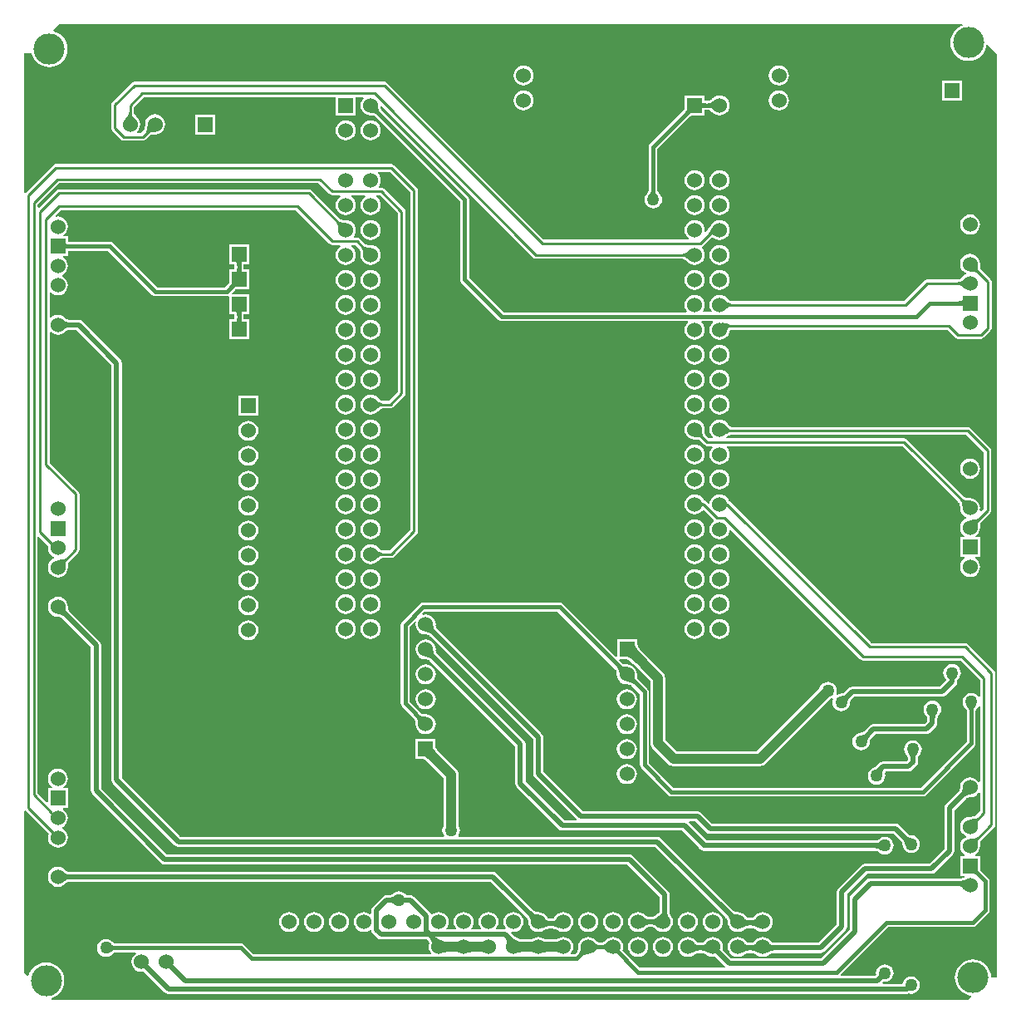
<source format=gbl>
G04*
G04 #@! TF.GenerationSoftware,Altium Limited,Altium Designer,18.1.9 (240)*
G04*
G04 Layer_Physical_Order=2*
G04 Layer_Color=16711680*
%FSLAX25Y25*%
%MOIN*%
G70*
G01*
G75*
%ADD10C,0.02000*%
%ADD11C,0.01500*%
%ADD12C,0.01000*%
%ADD20C,0.04000*%
%ADD21C,0.06000*%
%ADD22R,0.06000X0.06000*%
%ADD23C,0.12500*%
%ADD24R,0.06000X0.06000*%
%ADD26C,0.05000*%
G36*
X374461Y389057D02*
X374043Y388931D01*
X372783Y388257D01*
X371679Y387351D01*
X370773Y386247D01*
X370100Y384988D01*
X369685Y383621D01*
X369546Y382200D01*
X369685Y380779D01*
X370100Y379412D01*
X370773Y378153D01*
X371679Y377049D01*
X372783Y376143D01*
X374043Y375469D01*
X375409Y375055D01*
X376831Y374915D01*
X378252Y375055D01*
X379618Y375469D01*
X380878Y376143D01*
X381982Y377049D01*
X382888Y378153D01*
X383561Y379412D01*
X383976Y380779D01*
X384016Y381188D01*
X384487Y381356D01*
X388285Y377557D01*
Y7258D01*
X385954D01*
X385916Y7300D01*
X385776Y8721D01*
X385361Y10088D01*
X384688Y11347D01*
X383782Y12451D01*
X382678Y13357D01*
X381418Y14030D01*
X380052Y14445D01*
X378630Y14585D01*
X377209Y14445D01*
X375843Y14030D01*
X374583Y13357D01*
X373479Y12451D01*
X372573Y11347D01*
X371900Y10088D01*
X371485Y8721D01*
X371345Y7300D01*
X371485Y5879D01*
X371900Y4512D01*
X372573Y3253D01*
X373479Y2149D01*
X374583Y1243D01*
X375843Y569D01*
X377209Y155D01*
X377787Y98D01*
X377955Y-373D01*
X376785Y-1543D01*
X9038D01*
X8910Y-1330D01*
X9120Y-752D01*
X9518Y-630D01*
X10778Y43D01*
X11882Y949D01*
X12788Y2053D01*
X13461Y3312D01*
X13876Y4679D01*
X14016Y6100D01*
X13876Y7521D01*
X13461Y8888D01*
X12788Y10147D01*
X11882Y11251D01*
X10778Y12157D01*
X9518Y12831D01*
X8152Y13245D01*
X6730Y13385D01*
X5309Y13245D01*
X3943Y12831D01*
X2683Y12157D01*
X1579Y11251D01*
X673Y10147D01*
X0Y8888D01*
X-195Y8245D01*
X-680Y8123D01*
X-2015Y9458D01*
Y74112D01*
X-1668Y74266D01*
X-1515Y74282D01*
X7736Y65032D01*
X7534Y64544D01*
X7396Y63500D01*
X7534Y62456D01*
X7937Y61483D01*
X8578Y60647D01*
X9413Y60006D01*
X10386Y59603D01*
X11430Y59465D01*
X12475Y59603D01*
X13448Y60006D01*
X14283Y60647D01*
X14924Y61483D01*
X15328Y62456D01*
X15465Y63500D01*
X15328Y64544D01*
X14924Y65517D01*
X14283Y66353D01*
X13448Y66994D01*
X13121Y67129D01*
Y67671D01*
X13448Y67806D01*
X14283Y68447D01*
X14924Y69283D01*
X15328Y70256D01*
X15465Y71300D01*
X15328Y72344D01*
X14924Y73317D01*
X14283Y74153D01*
X13570Y74700D01*
X13717Y75200D01*
X15430D01*
Y83200D01*
X13717D01*
X13570Y83700D01*
X14283Y84247D01*
X14924Y85083D01*
X15328Y86056D01*
X15465Y87100D01*
X15328Y88144D01*
X14924Y89117D01*
X14283Y89953D01*
X13448Y90594D01*
X12475Y90997D01*
X11430Y91135D01*
X10386Y90997D01*
X9413Y90594D01*
X8578Y89953D01*
X7937Y89117D01*
X7534Y88144D01*
X7396Y87100D01*
X7534Y86056D01*
X7937Y85083D01*
X8578Y84247D01*
X9291Y83700D01*
X9144Y83200D01*
X7430D01*
Y77816D01*
X6969Y77625D01*
X3360Y81234D01*
X3360Y183955D01*
X3822Y184146D01*
X7509Y180459D01*
X7396Y179600D01*
X7534Y178556D01*
X7937Y177583D01*
X8578Y176747D01*
X9413Y176106D01*
X9740Y175971D01*
Y175429D01*
X9413Y175294D01*
X8578Y174653D01*
X7937Y173817D01*
X7534Y172844D01*
X7396Y171800D01*
X7534Y170756D01*
X7937Y169783D01*
X8578Y168947D01*
X9413Y168306D01*
X10386Y167903D01*
X11430Y167765D01*
X12475Y167903D01*
X13448Y168306D01*
X14283Y168947D01*
X14924Y169783D01*
X15328Y170756D01*
X15465Y171800D01*
X15451Y171910D01*
X15453Y172225D01*
X15500Y172933D01*
X15540Y173208D01*
X15590Y173455D01*
X15648Y173661D01*
X15710Y173827D01*
X15771Y173950D01*
X15821Y174028D01*
X19612Y177819D01*
X19943Y178315D01*
X20060Y178900D01*
X20060Y201200D01*
X19943Y201785D01*
X19612Y202281D01*
X8160Y213734D01*
Y266047D01*
X8660Y266184D01*
X9413Y265606D01*
X10386Y265203D01*
X11430Y265066D01*
X12475Y265203D01*
X13448Y265606D01*
X14283Y266247D01*
X14345Y266327D01*
X14470Y266447D01*
X14639Y266587D01*
X14808Y266707D01*
X14977Y266808D01*
X15146Y266892D01*
X15318Y266959D01*
X15494Y267011D01*
X15674Y267049D01*
X15772Y267061D01*
X18886D01*
X32991Y252955D01*
Y86600D01*
X33147Y85820D01*
X33589Y85158D01*
X58389Y60358D01*
X59050Y59916D01*
X59830Y59761D01*
X59831Y59761D01*
X251086D01*
X279690Y31157D01*
X279749Y31081D01*
X279853Y30925D01*
X279943Y30762D01*
X280020Y30589D01*
X280084Y30407D01*
X280136Y30212D01*
X280175Y30004D01*
X280200Y29782D01*
X280205Y29669D01*
X280196Y29600D01*
X280333Y28556D01*
X280736Y27583D01*
X281378Y26747D01*
X282213Y26106D01*
X283186Y25703D01*
X284230Y25565D01*
X285275Y25703D01*
X286248Y26106D01*
X286597Y26374D01*
X286678Y26412D01*
X286905Y26579D01*
X287107Y26710D01*
X287307Y26824D01*
X287505Y26921D01*
X287701Y27002D01*
X287896Y27066D01*
X288091Y27116D01*
X288287Y27152D01*
X288374Y27161D01*
X290087D01*
X290174Y27152D01*
X290370Y27116D01*
X290565Y27066D01*
X290760Y27002D01*
X290956Y26921D01*
X291154Y26824D01*
X291354Y26710D01*
X291557Y26578D01*
X291783Y26412D01*
X291864Y26374D01*
X292213Y26106D01*
X293186Y25703D01*
X294231Y25565D01*
X295275Y25703D01*
X296248Y26106D01*
X297083Y26747D01*
X297725Y27583D01*
X298128Y28556D01*
X298265Y29600D01*
X298128Y30644D01*
X297725Y31617D01*
X297083Y32453D01*
X296248Y33094D01*
X295275Y33497D01*
X294231Y33634D01*
X293186Y33497D01*
X292213Y33094D01*
X291378Y32453D01*
X291101Y32092D01*
X291035Y32038D01*
X290878Y31844D01*
X290744Y31704D01*
X290609Y31587D01*
X290472Y31489D01*
X290332Y31408D01*
X290186Y31342D01*
X290031Y31290D01*
X289865Y31252D01*
X289765Y31239D01*
X288696D01*
X288596Y31252D01*
X288430Y31290D01*
X288276Y31342D01*
X288130Y31408D01*
X287989Y31489D01*
X287852Y31587D01*
X287717Y31704D01*
X287583Y31844D01*
X287426Y32038D01*
X287360Y32092D01*
X287083Y32453D01*
X286248Y33094D01*
X285275Y33497D01*
X284230Y33634D01*
X284104Y33618D01*
X283866Y33618D01*
X283652Y33634D01*
X283452Y33664D01*
X283265Y33708D01*
X283089Y33765D01*
X282923Y33836D01*
X282765Y33920D01*
X282612Y34020D01*
X282534Y34081D01*
X253373Y63242D01*
X252711Y63684D01*
X251930Y63839D01*
X172307D01*
X172061Y64339D01*
X172288Y64635D01*
X172641Y65486D01*
X172761Y66400D01*
X172641Y67314D01*
X172288Y68165D01*
X172256Y68206D01*
Y88700D01*
X172153Y89483D01*
X171851Y90213D01*
X171370Y90840D01*
X165465Y96744D01*
X164149Y98162D01*
X163628Y98813D01*
X163221Y99399D01*
X163031Y99732D01*
Y101531D01*
X163038Y101569D01*
X163031Y101607D01*
Y102900D01*
X155031D01*
Y94900D01*
X156324D01*
X156362Y94892D01*
X156400Y94900D01*
X158199D01*
X158532Y94710D01*
X159106Y94311D01*
X160514Y93119D01*
X161045Y92606D01*
X166205Y87447D01*
Y68206D01*
X166173Y68165D01*
X165821Y67314D01*
X165700Y66400D01*
X165821Y65486D01*
X166173Y64635D01*
X166400Y64339D01*
X166154Y63839D01*
X60675D01*
X37070Y87445D01*
Y253800D01*
X36915Y254580D01*
X36472Y255242D01*
X21172Y270542D01*
X20511Y270984D01*
X19730Y271139D01*
X15772D01*
X15674Y271151D01*
X15494Y271188D01*
X15318Y271241D01*
X15146Y271308D01*
X14977Y271392D01*
X14808Y271493D01*
X14639Y271613D01*
X14470Y271753D01*
X14345Y271873D01*
X14283Y271953D01*
X13448Y272594D01*
X12475Y272997D01*
X11430Y273134D01*
X10386Y272997D01*
X9413Y272594D01*
X8660Y272016D01*
X8160Y272153D01*
Y281847D01*
X8660Y281984D01*
X9413Y281406D01*
X10386Y281003D01*
X11430Y280866D01*
X12475Y281003D01*
X13448Y281406D01*
X14283Y282047D01*
X14924Y282883D01*
X15328Y283856D01*
X15465Y284900D01*
X15328Y285944D01*
X14924Y286917D01*
X14283Y287753D01*
X13448Y288394D01*
X13121Y288529D01*
Y289071D01*
X13448Y289206D01*
X14283Y289847D01*
X14924Y290683D01*
X15328Y291656D01*
X15465Y292700D01*
X15328Y293744D01*
X14924Y294717D01*
X14283Y295553D01*
X13570Y296100D01*
X13717Y296600D01*
X15430D01*
Y298796D01*
X15502Y298808D01*
X15594Y298816D01*
X31591D01*
X49369Y281038D01*
X49948Y280651D01*
X50630Y280516D01*
X50631Y280516D01*
X79131D01*
X79631Y280615D01*
X80130Y280308D01*
Y273300D01*
X82326D01*
X82338Y273223D01*
X82346Y273134D01*
Y271463D01*
X82338Y271371D01*
X82326Y271300D01*
X80130D01*
Y263300D01*
X88130D01*
Y271300D01*
X85935D01*
X85923Y271371D01*
X85915Y271463D01*
Y273134D01*
X85923Y273223D01*
X85935Y273300D01*
X88130D01*
Y281300D01*
X81307D01*
X81116Y281762D01*
X82141Y282787D01*
X82403Y283030D01*
X82612Y283197D01*
X82759Y283300D01*
X83226D01*
X83264Y283292D01*
X83302Y283300D01*
X88130D01*
Y291300D01*
X85935D01*
X85923Y291371D01*
X85915Y291463D01*
Y293134D01*
X85923Y293223D01*
X85935Y293300D01*
X88130D01*
Y301300D01*
X80130D01*
Y293300D01*
X82326D01*
X82338Y293223D01*
X82346Y293134D01*
Y291463D01*
X82338Y291371D01*
X82326Y291300D01*
X80130D01*
Y286472D01*
X80123Y286433D01*
X80130Y286395D01*
Y285929D01*
X80036Y285793D01*
X79684Y285377D01*
X78391Y284084D01*
X51370D01*
X33592Y301862D01*
X33013Y302249D01*
X32331Y302384D01*
X15594D01*
X15502Y302392D01*
X15430Y302404D01*
Y304600D01*
X13717D01*
X13570Y305100D01*
X14283Y305647D01*
X14924Y306483D01*
X15328Y307456D01*
X15465Y308500D01*
X15328Y309544D01*
X14924Y310517D01*
X14283Y311353D01*
X13448Y311994D01*
X12475Y312397D01*
X11430Y312534D01*
X10630Y312429D01*
X10396Y312903D01*
X12564Y315071D01*
X106797Y315071D01*
X120349Y301519D01*
X120845Y301187D01*
X121431Y301071D01*
X124631D01*
X124885Y300624D01*
X124883Y300571D01*
X124078Y299953D01*
X123436Y299117D01*
X123033Y298144D01*
X122896Y297100D01*
X123033Y296056D01*
X123436Y295083D01*
X124078Y294247D01*
X124913Y293606D01*
X125886Y293203D01*
X126930Y293066D01*
X127975Y293203D01*
X128948Y293606D01*
X129783Y294247D01*
X130424Y295083D01*
X130828Y296056D01*
X130965Y297100D01*
X130828Y298144D01*
X130424Y299117D01*
X129783Y299953D01*
X128978Y300571D01*
X128976Y300624D01*
X129230Y301071D01*
X130797D01*
X132540Y299328D01*
X132590Y299250D01*
X132651Y299127D01*
X132713Y298961D01*
X132771Y298755D01*
X132822Y298508D01*
X132861Y298233D01*
X132908Y297525D01*
X132911Y297210D01*
X132896Y297100D01*
X133034Y296056D01*
X133437Y295083D01*
X134078Y294247D01*
X134913Y293606D01*
X135886Y293203D01*
X136931Y293066D01*
X137975Y293203D01*
X138948Y293606D01*
X139783Y294247D01*
X140425Y295083D01*
X140828Y296056D01*
X140965Y297100D01*
X140828Y298144D01*
X140425Y299117D01*
X139783Y299953D01*
X138948Y300594D01*
X137975Y300997D01*
X136931Y301134D01*
X136821Y301120D01*
X136505Y301122D01*
X135798Y301170D01*
X135523Y301209D01*
X135276Y301260D01*
X135069Y301318D01*
X134904Y301379D01*
X134780Y301440D01*
X134703Y301491D01*
X132512Y303681D01*
X132016Y304013D01*
X131430Y304129D01*
X130323D01*
X130077Y304629D01*
X130424Y305083D01*
X130828Y306056D01*
X130965Y307100D01*
X130828Y308144D01*
X130424Y309117D01*
X129783Y309953D01*
X128948Y310594D01*
X127975Y310997D01*
X126930Y311135D01*
X126821Y311120D01*
X126505Y311122D01*
X125798Y311170D01*
X125523Y311209D01*
X125276Y311260D01*
X125069Y311318D01*
X124904Y311379D01*
X124780Y311440D01*
X124703Y311491D01*
X113212Y322981D01*
X112716Y323313D01*
X112130Y323429D01*
X11830D01*
X11245Y323313D01*
X10749Y322981D01*
X3822Y316054D01*
X3360Y316246D01*
Y317466D01*
X11764Y325871D01*
X115997Y325871D01*
X120349Y321519D01*
X120845Y321187D01*
X121431Y321071D01*
X124631D01*
X124885Y320624D01*
X124883Y320571D01*
X124078Y319953D01*
X123436Y319117D01*
X123033Y318144D01*
X122896Y317100D01*
X123033Y316056D01*
X123436Y315083D01*
X124078Y314247D01*
X124913Y313606D01*
X125886Y313203D01*
X126930Y313066D01*
X127975Y313203D01*
X128948Y313606D01*
X129783Y314247D01*
X130424Y315083D01*
X130828Y316056D01*
X130965Y317100D01*
X130828Y318144D01*
X130424Y319117D01*
X129783Y319953D01*
X128978Y320571D01*
X128976Y320624D01*
X129230Y321071D01*
X134631D01*
X134885Y320624D01*
X134883Y320571D01*
X134078Y319953D01*
X133437Y319117D01*
X133034Y318144D01*
X132896Y317100D01*
X133034Y316056D01*
X133437Y315083D01*
X134078Y314247D01*
X134913Y313606D01*
X135886Y313203D01*
X136931Y313066D01*
X137975Y313203D01*
X138948Y313606D01*
X139783Y314247D01*
X140425Y315083D01*
X140828Y316056D01*
X140965Y317100D01*
X140828Y318144D01*
X140425Y319117D01*
X139783Y319953D01*
X138978Y320571D01*
X138976Y320624D01*
X139231Y321071D01*
X140597D01*
X147801Y313866D01*
Y242334D01*
X144097Y238629D01*
X141611D01*
X141520Y238649D01*
X141390Y238693D01*
X141229Y238766D01*
X141042Y238871D01*
X140831Y239010D01*
X140609Y239177D01*
X140075Y239644D01*
X139851Y239865D01*
X139783Y239953D01*
X138948Y240594D01*
X137975Y240997D01*
X136931Y241135D01*
X135886Y240997D01*
X134913Y240594D01*
X134078Y239953D01*
X133437Y239117D01*
X133034Y238144D01*
X132896Y237100D01*
X133034Y236056D01*
X133437Y235083D01*
X134078Y234247D01*
X134913Y233606D01*
X135886Y233203D01*
X136931Y233066D01*
X137975Y233203D01*
X138948Y233606D01*
X139783Y234247D01*
X139851Y234335D01*
X140075Y234556D01*
X140610Y235023D01*
X140831Y235190D01*
X141042Y235329D01*
X141229Y235434D01*
X141390Y235507D01*
X141520Y235551D01*
X141611Y235571D01*
X144730D01*
X145316Y235687D01*
X145812Y236019D01*
X150412Y240619D01*
X150743Y241115D01*
X150860Y241700D01*
Y314500D01*
X150743Y315085D01*
X150412Y315581D01*
X142312Y323681D01*
X141816Y324013D01*
X141230Y324129D01*
X140323D01*
X140077Y324629D01*
X140425Y325083D01*
X140828Y326056D01*
X140965Y327100D01*
X140828Y328144D01*
X140425Y329117D01*
X139783Y329953D01*
X139726Y329997D01*
X139886Y330471D01*
X144597D01*
X152801Y322267D01*
X152801Y186834D01*
X144597Y178629D01*
X141611D01*
X141520Y178649D01*
X141390Y178693D01*
X141229Y178766D01*
X141042Y178871D01*
X140831Y179010D01*
X140609Y179177D01*
X140075Y179644D01*
X139851Y179865D01*
X139783Y179953D01*
X138948Y180594D01*
X137975Y180997D01*
X136931Y181134D01*
X135886Y180997D01*
X134913Y180594D01*
X134078Y179953D01*
X133437Y179117D01*
X133034Y178144D01*
X132896Y177100D01*
X133034Y176056D01*
X133437Y175083D01*
X134078Y174247D01*
X134913Y173606D01*
X135886Y173203D01*
X136931Y173065D01*
X137975Y173203D01*
X138948Y173606D01*
X139783Y174247D01*
X139851Y174335D01*
X140075Y174556D01*
X140610Y175023D01*
X140831Y175190D01*
X141042Y175329D01*
X141229Y175434D01*
X141390Y175507D01*
X141520Y175551D01*
X141611Y175571D01*
X145230D01*
X145816Y175687D01*
X146312Y176019D01*
X155412Y185119D01*
X155744Y185615D01*
X155860Y186200D01*
X155860Y322900D01*
X155744Y323485D01*
X155412Y323981D01*
X146312Y333081D01*
X145816Y333413D01*
X145230Y333529D01*
X10631Y333529D01*
X10045Y333413D01*
X9549Y333081D01*
X-1515Y322018D01*
X-1668Y322034D01*
X-2015Y322187D01*
Y378058D01*
X485D01*
X1008Y377873D01*
X1300Y376912D01*
X1973Y375653D01*
X2879Y374549D01*
X3983Y373643D01*
X5243Y372970D01*
X6609Y372555D01*
X8031Y372415D01*
X9452Y372555D01*
X10818Y372970D01*
X12078Y373643D01*
X13182Y374549D01*
X14088Y375653D01*
X14761Y376912D01*
X15176Y378279D01*
X15316Y379700D01*
X15176Y381121D01*
X14761Y382488D01*
X14088Y383747D01*
X13182Y384851D01*
X12078Y385757D01*
X10818Y386431D01*
X9857Y386722D01*
X9715Y387288D01*
X11985Y389558D01*
X374387D01*
X374461Y389057D01*
D02*
G37*
G36*
X124083Y310678D02*
X124276Y310552D01*
X124499Y310442D01*
X124752Y310348D01*
X125035Y310268D01*
X125348Y310204D01*
X125691Y310155D01*
X126468Y310103D01*
X126900Y310100D01*
X123931Y307130D01*
X123927Y307563D01*
X123875Y308339D01*
X123827Y308682D01*
X123762Y308995D01*
X123683Y309278D01*
X123588Y309532D01*
X123478Y309755D01*
X123353Y309948D01*
X123213Y310111D01*
X123920Y310818D01*
X124083Y310678D01*
D02*
G37*
G36*
X14422Y301958D02*
X14467Y301830D01*
X14543Y301717D01*
X14649Y301620D01*
X14785Y301537D01*
X14951Y301470D01*
X15147Y301417D01*
X15374Y301380D01*
X15631Y301358D01*
X15919Y301350D01*
Y299850D01*
X15631Y299843D01*
X15374Y299820D01*
X15147Y299782D01*
X14951Y299730D01*
X14785Y299662D01*
X14649Y299580D01*
X14543Y299482D01*
X14467Y299370D01*
X14422Y299242D01*
X14406Y299100D01*
Y302100D01*
X14422Y301958D01*
D02*
G37*
G36*
X134083Y300677D02*
X134276Y300552D01*
X134499Y300442D01*
X134752Y300348D01*
X135035Y300268D01*
X135348Y300204D01*
X135691Y300155D01*
X136468Y300103D01*
X136900Y300100D01*
X133931Y297130D01*
X133928Y297563D01*
X133876Y298339D01*
X133826Y298682D01*
X133762Y298995D01*
X133683Y299278D01*
X133588Y299532D01*
X133478Y299755D01*
X133353Y299948D01*
X133212Y300111D01*
X133920Y300818D01*
X134083Y300677D01*
D02*
G37*
G36*
X85488Y294297D02*
X85360Y294252D01*
X85248Y294177D01*
X85150Y294072D01*
X85068Y293937D01*
X85000Y293772D01*
X84948Y293577D01*
X84911Y293352D01*
X84888Y293097D01*
X84881Y292812D01*
X83381D01*
X83373Y293097D01*
X83350Y293352D01*
X83313Y293577D01*
X83261Y293772D01*
X83193Y293937D01*
X83110Y294072D01*
X83013Y294177D01*
X82901Y294252D01*
X82773Y294297D01*
X82630Y294312D01*
X85631D01*
X85488Y294297D01*
D02*
G37*
G36*
X84888Y291501D02*
X84911Y291244D01*
X84948Y291017D01*
X85000Y290820D01*
X85068Y290654D01*
X85150Y290518D01*
X85248Y290412D01*
X85360Y290336D01*
X85488Y290291D01*
X85631Y290276D01*
X82630D01*
X82773Y290291D01*
X82901Y290336D01*
X83013Y290412D01*
X83110Y290518D01*
X83193Y290654D01*
X83261Y290820D01*
X83313Y291017D01*
X83350Y291244D01*
X83373Y291501D01*
X83381Y291788D01*
X84881D01*
X84888Y291501D01*
D02*
G37*
G36*
X83264Y284312D02*
X83147Y284397D01*
X83009Y284439D01*
X82850D01*
X82670Y284397D01*
X82468Y284312D01*
X82246Y284185D01*
X82002Y284015D01*
X81736Y283803D01*
X81142Y283251D01*
X80082Y284312D01*
X80379Y284620D01*
X80846Y285171D01*
X81015Y285415D01*
X81142Y285638D01*
X81227Y285839D01*
X81270Y286020D01*
Y286179D01*
X81227Y286317D01*
X81142Y286433D01*
X83264Y284312D01*
D02*
G37*
G36*
X85488Y274297D02*
X85360Y274252D01*
X85248Y274177D01*
X85150Y274072D01*
X85068Y273937D01*
X85000Y273772D01*
X84948Y273577D01*
X84911Y273352D01*
X84888Y273097D01*
X84881Y272812D01*
X83381D01*
X83373Y273097D01*
X83350Y273352D01*
X83313Y273577D01*
X83261Y273772D01*
X83193Y273937D01*
X83110Y274072D01*
X83013Y274177D01*
X82901Y274252D01*
X82773Y274297D01*
X82630Y274312D01*
X85631D01*
X85488Y274297D01*
D02*
G37*
G36*
X84888Y271501D02*
X84911Y271244D01*
X84948Y271017D01*
X85000Y270820D01*
X85068Y270654D01*
X85150Y270518D01*
X85248Y270412D01*
X85360Y270337D01*
X85488Y270291D01*
X85631Y270276D01*
X82630D01*
X82773Y270291D01*
X82901Y270337D01*
X83013Y270412D01*
X83110Y270518D01*
X83193Y270654D01*
X83261Y270820D01*
X83313Y271017D01*
X83350Y271244D01*
X83373Y271501D01*
X83381Y271788D01*
X84881D01*
X84888Y271501D01*
D02*
G37*
G36*
X13792Y270991D02*
X14017Y270804D01*
X14250Y270639D01*
X14488Y270496D01*
X14734Y270375D01*
X14986Y270276D01*
X15244Y270199D01*
X15509Y270144D01*
X15781Y270111D01*
X16059Y270100D01*
Y268100D01*
X15781Y268089D01*
X15509Y268056D01*
X15244Y268001D01*
X14986Y267924D01*
X14734Y267825D01*
X14488Y267704D01*
X14250Y267561D01*
X14017Y267396D01*
X13792Y267209D01*
X13573Y267000D01*
Y271200D01*
X13792Y270991D01*
D02*
G37*
G36*
X139381Y238896D02*
X139967Y238384D01*
X140244Y238176D01*
X140511Y238000D01*
X140767Y237856D01*
X141013Y237744D01*
X141249Y237664D01*
X141474Y237616D01*
X141689Y237600D01*
Y236600D01*
X141474Y236584D01*
X141249Y236536D01*
X141013Y236456D01*
X140767Y236344D01*
X140511Y236200D01*
X140244Y236024D01*
X139967Y235816D01*
X139381Y235304D01*
X139073Y235000D01*
Y239200D01*
X139381Y238896D01*
D02*
G37*
G36*
Y178896D02*
X139967Y178384D01*
X140244Y178176D01*
X140511Y178000D01*
X140767Y177856D01*
X141013Y177744D01*
X141249Y177664D01*
X141474Y177616D01*
X141689Y177600D01*
Y176600D01*
X141474Y176584D01*
X141249Y176536D01*
X141013Y176456D01*
X140767Y176344D01*
X140511Y176200D01*
X140244Y176024D01*
X139967Y175816D01*
X139381Y175304D01*
X139073Y175000D01*
Y179200D01*
X139381Y178896D01*
D02*
G37*
G36*
X15148Y174811D02*
X15008Y174648D01*
X14883Y174455D01*
X14773Y174232D01*
X14678Y173978D01*
X14599Y173695D01*
X14535Y173382D01*
X14486Y173039D01*
X14434Y172263D01*
X14430Y171830D01*
X11461Y174800D01*
X11894Y174803D01*
X12670Y174855D01*
X13013Y174904D01*
X13326Y174968D01*
X13609Y175048D01*
X13862Y175142D01*
X14085Y175252D01*
X14278Y175378D01*
X14441Y175518D01*
X15148Y174811D01*
D02*
G37*
G36*
X161792Y101258D02*
X161679Y100890D01*
Y100466D01*
X161792Y99985D01*
X162019Y99448D01*
X162358Y98854D01*
X162811Y98203D01*
X163376Y97496D01*
X164847Y95912D01*
X162019Y93084D01*
X161198Y93875D01*
X159728Y95120D01*
X159077Y95573D01*
X158483Y95912D01*
X157946Y96138D01*
X157465Y96251D01*
X157041D01*
X156673Y96138D01*
X156362Y95912D01*
X162019Y101569D01*
X161792Y101258D01*
D02*
G37*
G36*
X281803Y33357D02*
X282019Y33189D01*
X282246Y33042D01*
X282483Y32915D01*
X282731Y32810D01*
X282989Y32725D01*
X283259Y32662D01*
X283538Y32620D01*
X283829Y32599D01*
X284130Y32598D01*
X281231Y29559D01*
X281217Y29863D01*
X281184Y30156D01*
X281131Y30437D01*
X281059Y30708D01*
X280967Y30967D01*
X280856Y31216D01*
X280726Y31453D01*
X280576Y31679D01*
X280408Y31894D01*
X280219Y32097D01*
X281598Y33547D01*
X281803Y33357D01*
D02*
G37*
G36*
X292387Y27233D02*
X292138Y27417D01*
X291885Y27581D01*
X291631Y27726D01*
X291374Y27852D01*
X291114Y27958D01*
X290852Y28045D01*
X290587Y28113D01*
X290319Y28161D01*
X290050Y28190D01*
X289777Y28200D01*
X289491Y30200D01*
X289774Y30212D01*
X290046Y30248D01*
X290307Y30308D01*
X290558Y30391D01*
X290797Y30499D01*
X291025Y30630D01*
X291242Y30786D01*
X291448Y30965D01*
X291643Y31168D01*
X291827Y31396D01*
X292387Y27233D01*
D02*
G37*
G36*
X286818Y31168D02*
X287013Y30965D01*
X287219Y30786D01*
X287436Y30630D01*
X287665Y30499D01*
X287904Y30391D01*
X288154Y30308D01*
X288415Y30248D01*
X288687Y30212D01*
X288970Y30200D01*
X288684Y28200D01*
X288411Y28190D01*
X288141Y28161D01*
X287874Y28113D01*
X287609Y28045D01*
X287347Y27958D01*
X287087Y27852D01*
X286830Y27726D01*
X286576Y27581D01*
X286323Y27417D01*
X286074Y27233D01*
X286634Y31396D01*
X286818Y31168D01*
D02*
G37*
%LPC*%
G36*
X300730Y373134D02*
X299686Y372997D01*
X298713Y372594D01*
X297878Y371953D01*
X297236Y371117D01*
X296833Y370144D01*
X296696Y369100D01*
X296833Y368056D01*
X297236Y367083D01*
X297878Y366247D01*
X298713Y365606D01*
X299686Y365203D01*
X300730Y365066D01*
X301775Y365203D01*
X302748Y365606D01*
X303583Y366247D01*
X304224Y367083D01*
X304628Y368056D01*
X304765Y369100D01*
X304628Y370144D01*
X304224Y371117D01*
X303583Y371953D01*
X302748Y372594D01*
X301775Y372997D01*
X300730Y373134D01*
D02*
G37*
G36*
X198330D02*
X197286Y372997D01*
X196313Y372594D01*
X195478Y371953D01*
X194836Y371117D01*
X194433Y370144D01*
X194296Y369100D01*
X194433Y368056D01*
X194836Y367083D01*
X195478Y366247D01*
X196313Y365606D01*
X197286Y365203D01*
X198330Y365066D01*
X199375Y365203D01*
X200348Y365606D01*
X201183Y366247D01*
X201824Y367083D01*
X202228Y368056D01*
X202365Y369100D01*
X202228Y370144D01*
X201824Y371117D01*
X201183Y371953D01*
X200348Y372594D01*
X199375Y372997D01*
X198330Y373134D01*
D02*
G37*
G36*
X374330Y367000D02*
X366331D01*
Y359000D01*
X374330D01*
Y367000D01*
D02*
G37*
G36*
X276930Y361135D02*
X275886Y360997D01*
X274913Y360594D01*
X274078Y359953D01*
X274013Y359868D01*
X273833Y359693D01*
X273613Y359501D01*
X273402Y359337D01*
X273201Y359200D01*
X273011Y359091D01*
X272833Y359006D01*
X272666Y358944D01*
X272511Y358902D01*
X272400Y358884D01*
X271094D01*
X271002Y358892D01*
X270931Y358904D01*
Y361100D01*
X262930D01*
Y356272D01*
X262923Y356233D01*
X262930Y356195D01*
Y355729D01*
X262836Y355593D01*
X262484Y355177D01*
X248969Y341662D01*
X248582Y341083D01*
X248446Y340400D01*
Y322960D01*
X248437Y322890D01*
X248408Y322758D01*
X248365Y322623D01*
X248309Y322484D01*
X248237Y322340D01*
X248148Y322191D01*
X248040Y322037D01*
X247914Y321877D01*
X247859Y321815D01*
X247834Y321796D01*
X247787Y321734D01*
X247749Y321692D01*
X247732Y321663D01*
X247273Y321065D01*
X246921Y320214D01*
X246800Y319300D01*
X246921Y318386D01*
X247273Y317535D01*
X247834Y316804D01*
X248565Y316243D01*
X249417Y315890D01*
X250330Y315770D01*
X251244Y315890D01*
X252096Y316243D01*
X252827Y316804D01*
X253388Y317535D01*
X253741Y318386D01*
X253861Y319300D01*
X253741Y320214D01*
X253388Y321065D01*
X252827Y321796D01*
X252724Y321875D01*
X252715Y321888D01*
X252544Y322053D01*
X252417Y322193D01*
X252310Y322329D01*
X252222Y322461D01*
X252151Y322588D01*
X252096Y322713D01*
X252054Y322836D01*
X252025Y322959D01*
X252015Y323029D01*
Y339661D01*
X264941Y352587D01*
X265203Y352830D01*
X265412Y352997D01*
X265559Y353100D01*
X266026D01*
X266064Y353092D01*
X266102Y353100D01*
X270931D01*
Y355296D01*
X271002Y355308D01*
X271094Y355316D01*
X272400D01*
X272511Y355298D01*
X272666Y355256D01*
X272833Y355194D01*
X273011Y355109D01*
X273201Y355000D01*
X273389Y354872D01*
X273843Y354497D01*
X274013Y354332D01*
X274078Y354247D01*
X274913Y353606D01*
X275886Y353203D01*
X276930Y353065D01*
X277975Y353203D01*
X278948Y353606D01*
X279783Y354247D01*
X280424Y355083D01*
X280828Y356056D01*
X280965Y357100D01*
X280828Y358144D01*
X280424Y359117D01*
X279783Y359953D01*
X278948Y360594D01*
X277975Y360997D01*
X276930Y361135D01*
D02*
G37*
G36*
X300730Y363135D02*
X299686Y362997D01*
X298713Y362594D01*
X297878Y361953D01*
X297236Y361117D01*
X296833Y360144D01*
X296696Y359100D01*
X296833Y358056D01*
X297236Y357083D01*
X297878Y356247D01*
X298713Y355606D01*
X299686Y355203D01*
X300730Y355065D01*
X301775Y355203D01*
X302748Y355606D01*
X303583Y356247D01*
X304224Y357083D01*
X304628Y358056D01*
X304765Y359100D01*
X304628Y360144D01*
X304224Y361117D01*
X303583Y361953D01*
X302748Y362594D01*
X301775Y362997D01*
X300730Y363135D01*
D02*
G37*
G36*
X198330D02*
X197286Y362997D01*
X196313Y362594D01*
X195478Y361953D01*
X194836Y361117D01*
X194433Y360144D01*
X194296Y359100D01*
X194433Y358056D01*
X194836Y357083D01*
X195478Y356247D01*
X196313Y355606D01*
X197286Y355203D01*
X198330Y355065D01*
X199375Y355203D01*
X200348Y355606D01*
X201183Y356247D01*
X201824Y357083D01*
X202228Y358056D01*
X202365Y359100D01*
X202228Y360144D01*
X201824Y361117D01*
X201183Y361953D01*
X200348Y362594D01*
X199375Y362997D01*
X198330Y363135D01*
D02*
G37*
G36*
X74431Y353500D02*
X66430D01*
Y345500D01*
X74431D01*
Y353500D01*
D02*
G37*
G36*
X136931Y351134D02*
X135886Y350997D01*
X134913Y350594D01*
X134078Y349953D01*
X133437Y349117D01*
X133034Y348144D01*
X132896Y347100D01*
X133034Y346056D01*
X133437Y345083D01*
X134078Y344247D01*
X134913Y343606D01*
X135886Y343203D01*
X136931Y343066D01*
X137975Y343203D01*
X138948Y343606D01*
X139783Y344247D01*
X140425Y345083D01*
X140828Y346056D01*
X140965Y347100D01*
X140828Y348144D01*
X140425Y349117D01*
X139783Y349953D01*
X138948Y350594D01*
X137975Y350997D01*
X136931Y351134D01*
D02*
G37*
G36*
X126930D02*
X125886Y350997D01*
X124913Y350594D01*
X124078Y349953D01*
X123436Y349117D01*
X123033Y348144D01*
X122896Y347100D01*
X123033Y346056D01*
X123436Y345083D01*
X124078Y344247D01*
X124913Y343606D01*
X125886Y343203D01*
X126930Y343066D01*
X127975Y343203D01*
X128948Y343606D01*
X129783Y344247D01*
X130424Y345083D01*
X130828Y346056D01*
X130965Y347100D01*
X130828Y348144D01*
X130424Y349117D01*
X129783Y349953D01*
X128948Y350594D01*
X127975Y350997D01*
X126930Y351134D01*
D02*
G37*
G36*
X276930Y331135D02*
X275886Y330997D01*
X274913Y330594D01*
X274078Y329953D01*
X273436Y329117D01*
X273033Y328144D01*
X272896Y327100D01*
X273033Y326056D01*
X273436Y325083D01*
X274078Y324247D01*
X274913Y323606D01*
X275886Y323203D01*
X276930Y323065D01*
X277975Y323203D01*
X278948Y323606D01*
X279783Y324247D01*
X280424Y325083D01*
X280828Y326056D01*
X280965Y327100D01*
X280828Y328144D01*
X280424Y329117D01*
X279783Y329953D01*
X278948Y330594D01*
X277975Y330997D01*
X276930Y331135D01*
D02*
G37*
G36*
X266931D02*
X265886Y330997D01*
X264913Y330594D01*
X264078Y329953D01*
X263437Y329117D01*
X263034Y328144D01*
X262896Y327100D01*
X263034Y326056D01*
X263437Y325083D01*
X264078Y324247D01*
X264913Y323606D01*
X265886Y323203D01*
X266931Y323065D01*
X267975Y323203D01*
X268948Y323606D01*
X269783Y324247D01*
X270425Y325083D01*
X270828Y326056D01*
X270965Y327100D01*
X270828Y328144D01*
X270425Y329117D01*
X269783Y329953D01*
X268948Y330594D01*
X267975Y330997D01*
X266931Y331135D01*
D02*
G37*
G36*
X276930Y321134D02*
X275886Y320997D01*
X274913Y320594D01*
X274078Y319953D01*
X273436Y319117D01*
X273033Y318144D01*
X272896Y317100D01*
X273033Y316056D01*
X273436Y315083D01*
X274078Y314247D01*
X274913Y313606D01*
X275886Y313203D01*
X276930Y313066D01*
X277975Y313203D01*
X278948Y313606D01*
X279783Y314247D01*
X280424Y315083D01*
X280828Y316056D01*
X280965Y317100D01*
X280828Y318144D01*
X280424Y319117D01*
X279783Y319953D01*
X278948Y320594D01*
X277975Y320997D01*
X276930Y321134D01*
D02*
G37*
G36*
X266931D02*
X265886Y320997D01*
X264913Y320594D01*
X264078Y319953D01*
X263437Y319117D01*
X263034Y318144D01*
X262896Y317100D01*
X263034Y316056D01*
X263437Y315083D01*
X264078Y314247D01*
X264913Y313606D01*
X265886Y313203D01*
X266931Y313066D01*
X267975Y313203D01*
X268948Y313606D01*
X269783Y314247D01*
X270425Y315083D01*
X270828Y316056D01*
X270965Y317100D01*
X270828Y318144D01*
X270425Y319117D01*
X269783Y319953D01*
X268948Y320594D01*
X267975Y320997D01*
X266931Y321134D01*
D02*
G37*
G36*
X377431Y313334D02*
X376386Y313197D01*
X375413Y312794D01*
X374578Y312153D01*
X373937Y311317D01*
X373534Y310344D01*
X373396Y309300D01*
X373534Y308256D01*
X373937Y307283D01*
X374578Y306447D01*
X375413Y305806D01*
X376386Y305403D01*
X377431Y305265D01*
X378475Y305403D01*
X379448Y305806D01*
X380283Y306447D01*
X380925Y307283D01*
X381328Y308256D01*
X381465Y309300D01*
X381328Y310344D01*
X380925Y311317D01*
X380283Y312153D01*
X379448Y312794D01*
X378475Y313197D01*
X377431Y313334D01*
D02*
G37*
G36*
X142531Y366529D02*
X42131Y366529D01*
X41545Y366413D01*
X41049Y366081D01*
X33249Y358281D01*
X32918Y357785D01*
X32801Y357200D01*
Y348100D01*
X32918Y347515D01*
X33249Y347019D01*
X36849Y343419D01*
X37345Y343087D01*
X37931Y342971D01*
X45430D01*
X46016Y343087D01*
X46512Y343419D01*
X48203Y345109D01*
X48280Y345160D01*
X48404Y345221D01*
X48569Y345282D01*
X48776Y345340D01*
X49023Y345391D01*
X49298Y345430D01*
X50005Y345478D01*
X50321Y345480D01*
X50431Y345465D01*
X51475Y345603D01*
X52448Y346006D01*
X53283Y346647D01*
X53925Y347483D01*
X54328Y348456D01*
X54465Y349500D01*
X54328Y350544D01*
X53925Y351517D01*
X53283Y352353D01*
X52448Y352994D01*
X51475Y353397D01*
X50431Y353535D01*
X49386Y353397D01*
X48413Y352994D01*
X47578Y352353D01*
X46937Y351517D01*
X46534Y350544D01*
X46396Y349500D01*
X46411Y349390D01*
X46408Y349075D01*
X46361Y348367D01*
X46321Y348092D01*
X46271Y347845D01*
X46213Y347639D01*
X46151Y347473D01*
X46090Y347350D01*
X46040Y347272D01*
X44797Y346029D01*
X43256D01*
X43095Y346503D01*
X43283Y346647D01*
X43924Y347483D01*
X44328Y348456D01*
X44465Y349500D01*
X44328Y350544D01*
X43924Y351517D01*
X43283Y352353D01*
X43195Y352420D01*
X42974Y352645D01*
X42507Y353179D01*
X42341Y353401D01*
X42202Y353612D01*
X42097Y353799D01*
X42024Y353959D01*
X41979Y354089D01*
X41960Y354180D01*
Y356467D01*
X45964Y360471D01*
X122931Y360471D01*
Y353100D01*
X130930D01*
Y360471D01*
X133975D01*
X134135Y359997D01*
X134078Y359953D01*
X133437Y359117D01*
X133034Y358144D01*
X132896Y357100D01*
X133034Y356056D01*
X133437Y355083D01*
X134078Y354247D01*
X134913Y353606D01*
X135886Y353203D01*
X136931Y353065D01*
X137036Y353079D01*
X137288Y353076D01*
X137579Y353057D01*
X137844Y353023D01*
X138082Y352978D01*
X138294Y352921D01*
X138480Y352855D01*
X138642Y352781D01*
X138781Y352700D01*
X138873Y352635D01*
X172846Y318661D01*
Y287300D01*
X172982Y286617D01*
X173369Y286038D01*
X188319Y271088D01*
X188319Y271088D01*
X188898Y270702D01*
X189581Y270566D01*
X264099D01*
X264259Y270092D01*
X264078Y269953D01*
X263437Y269117D01*
X263034Y268144D01*
X262896Y267100D01*
X263034Y266056D01*
X263437Y265083D01*
X264078Y264247D01*
X264913Y263606D01*
X265886Y263203D01*
X266931Y263066D01*
X267975Y263203D01*
X268948Y263606D01*
X269783Y264247D01*
X270425Y265083D01*
X270828Y266056D01*
X270965Y267100D01*
X270828Y268144D01*
X270425Y269117D01*
X269783Y269953D01*
X269571Y270116D01*
X269741Y270616D01*
X274120D01*
X274290Y270116D01*
X274078Y269953D01*
X273436Y269117D01*
X273033Y268144D01*
X272896Y267100D01*
X273033Y266056D01*
X273436Y265083D01*
X274078Y264247D01*
X274913Y263606D01*
X275886Y263203D01*
X276930Y263066D01*
X277975Y263203D01*
X278948Y263606D01*
X279783Y264247D01*
X280424Y265083D01*
X280828Y266056D01*
X280847Y266206D01*
X280850Y266211D01*
X280850Y266213D01*
X280851Y266214D01*
X280924Y266502D01*
X280996Y266708D01*
X281069Y266868D01*
X281140Y266982D01*
X281202Y267058D01*
X281255Y267105D01*
X281301Y267134D01*
X281353Y267155D01*
X281421Y267171D01*
X368297D01*
X371549Y263919D01*
X372045Y263587D01*
X372631Y263471D01*
X381731D01*
X382316Y263587D01*
X382812Y263919D01*
X385612Y266719D01*
X385944Y267215D01*
X386060Y267800D01*
Y286400D01*
X385944Y286985D01*
X385612Y287481D01*
X381821Y291272D01*
X381771Y291350D01*
X381710Y291473D01*
X381648Y291639D01*
X381590Y291845D01*
X381540Y292092D01*
X381500Y292367D01*
X381453Y293075D01*
X381451Y293390D01*
X381465Y293500D01*
X381328Y294544D01*
X380925Y295517D01*
X380283Y296353D01*
X379448Y296994D01*
X378475Y297397D01*
X377431Y297534D01*
X376386Y297397D01*
X375413Y296994D01*
X374578Y296353D01*
X373937Y295517D01*
X373534Y294544D01*
X373396Y293500D01*
X373534Y292456D01*
X373937Y291483D01*
X374578Y290647D01*
X375413Y290006D01*
X375740Y289871D01*
Y289329D01*
X375413Y289194D01*
X374578Y288553D01*
X374510Y288465D01*
X374286Y288244D01*
X373752Y287777D01*
X373530Y287610D01*
X373319Y287471D01*
X373132Y287366D01*
X372972Y287293D01*
X372841Y287249D01*
X372751Y287229D01*
X360131D01*
X359545Y287113D01*
X359049Y286781D01*
X350897Y278629D01*
X281610D01*
X281520Y278649D01*
X281390Y278693D01*
X281229Y278766D01*
X281042Y278871D01*
X280832Y279010D01*
X280609Y279177D01*
X280075Y279644D01*
X279851Y279865D01*
X279783Y279953D01*
X278948Y280594D01*
X277975Y280997D01*
X276930Y281135D01*
X275886Y280997D01*
X274913Y280594D01*
X274078Y279953D01*
X273436Y279117D01*
X273033Y278144D01*
X272896Y277100D01*
X273033Y276056D01*
X273436Y275083D01*
X273742Y274684D01*
X273496Y274184D01*
X270365D01*
X270119Y274684D01*
X270425Y275083D01*
X270828Y276056D01*
X270965Y277100D01*
X270828Y278144D01*
X270425Y279117D01*
X269783Y279953D01*
X268948Y280594D01*
X267975Y280997D01*
X266931Y281135D01*
X265886Y280997D01*
X264913Y280594D01*
X264078Y279953D01*
X263437Y279117D01*
X263034Y278144D01*
X262896Y277100D01*
X263034Y276056D01*
X263437Y275083D01*
X263781Y274634D01*
X263534Y274134D01*
X190320D01*
X176415Y288039D01*
Y319400D01*
X176279Y320083D01*
X175892Y320662D01*
X141396Y355158D01*
X141330Y355249D01*
X141250Y355388D01*
X141176Y355550D01*
X141110Y355736D01*
X141053Y355948D01*
X141010Y356172D01*
X140974Y356550D01*
X141455Y356777D01*
X202213Y296019D01*
X202709Y295687D01*
X203294Y295571D01*
X262251D01*
X262341Y295551D01*
X262472Y295507D01*
X262632Y295434D01*
X262819Y295329D01*
X263030Y295190D01*
X263252Y295023D01*
X263786Y294556D01*
X264010Y294335D01*
X264078Y294247D01*
X264913Y293606D01*
X265886Y293203D01*
X266931Y293066D01*
X267975Y293203D01*
X268948Y293606D01*
X269783Y294247D01*
X270425Y295083D01*
X270828Y296056D01*
X270965Y297100D01*
X270828Y298144D01*
X270425Y299117D01*
X269822Y299902D01*
X269796Y300020D01*
X269888Y300502D01*
X270212Y300719D01*
X273641Y304147D01*
X273699Y304184D01*
X273742Y304202D01*
X273779Y304210D01*
X273828Y304212D01*
X273903Y304203D01*
X274011Y304172D01*
X274154Y304111D01*
X274328Y304013D01*
X274562Y303853D01*
X274568Y303850D01*
X274573Y303846D01*
X274634Y303820D01*
X274913Y303606D01*
X275886Y303203D01*
X276930Y303065D01*
X277975Y303203D01*
X278948Y303606D01*
X279783Y304247D01*
X280424Y305083D01*
X280828Y306056D01*
X280965Y307100D01*
X280828Y308144D01*
X280424Y309117D01*
X279783Y309953D01*
X278948Y310594D01*
X277975Y310997D01*
X276930Y311135D01*
X275886Y310997D01*
X274913Y310594D01*
X274078Y309953D01*
X273436Y309117D01*
X273398Y309025D01*
X273226Y308737D01*
X272262Y307198D01*
X272033Y306874D01*
X272004Y306836D01*
X271348Y306181D01*
X270875Y306414D01*
X270965Y307100D01*
X270828Y308144D01*
X270425Y309117D01*
X269783Y309953D01*
X268948Y310594D01*
X267975Y310997D01*
X266931Y311135D01*
X265886Y310997D01*
X264913Y310594D01*
X264078Y309953D01*
X263437Y309117D01*
X263034Y308144D01*
X262896Y307100D01*
X263034Y306056D01*
X263437Y305083D01*
X264078Y304247D01*
X264622Y303829D01*
X264452Y303329D01*
X206364D01*
X143612Y366081D01*
X143116Y366413D01*
X142531Y366529D01*
D02*
G37*
G36*
X136931Y311135D02*
X135886Y310997D01*
X134913Y310594D01*
X134078Y309953D01*
X133437Y309117D01*
X133034Y308144D01*
X132896Y307100D01*
X133034Y306056D01*
X133437Y305083D01*
X134078Y304247D01*
X134913Y303606D01*
X135886Y303203D01*
X136931Y303065D01*
X137975Y303203D01*
X138948Y303606D01*
X139783Y304247D01*
X140425Y305083D01*
X140828Y306056D01*
X140965Y307100D01*
X140828Y308144D01*
X140425Y309117D01*
X139783Y309953D01*
X138948Y310594D01*
X137975Y310997D01*
X136931Y311135D01*
D02*
G37*
G36*
X276930Y301134D02*
X275886Y300997D01*
X274913Y300594D01*
X274078Y299953D01*
X273436Y299117D01*
X273033Y298144D01*
X272896Y297100D01*
X273033Y296056D01*
X273436Y295083D01*
X274078Y294247D01*
X274913Y293606D01*
X275886Y293203D01*
X276930Y293066D01*
X277975Y293203D01*
X278948Y293606D01*
X279783Y294247D01*
X280424Y295083D01*
X280828Y296056D01*
X280965Y297100D01*
X280828Y298144D01*
X280424Y299117D01*
X279783Y299953D01*
X278948Y300594D01*
X277975Y300997D01*
X276930Y301134D01*
D02*
G37*
G36*
Y291135D02*
X275886Y290997D01*
X274913Y290594D01*
X274078Y289953D01*
X273436Y289117D01*
X273033Y288144D01*
X272896Y287100D01*
X273033Y286056D01*
X273436Y285083D01*
X274078Y284247D01*
X274913Y283606D01*
X275886Y283203D01*
X276930Y283066D01*
X277975Y283203D01*
X278948Y283606D01*
X279783Y284247D01*
X280424Y285083D01*
X280828Y286056D01*
X280965Y287100D01*
X280828Y288144D01*
X280424Y289117D01*
X279783Y289953D01*
X278948Y290594D01*
X277975Y290997D01*
X276930Y291135D01*
D02*
G37*
G36*
X266931D02*
X265886Y290997D01*
X264913Y290594D01*
X264078Y289953D01*
X263437Y289117D01*
X263034Y288144D01*
X262896Y287100D01*
X263034Y286056D01*
X263437Y285083D01*
X264078Y284247D01*
X264913Y283606D01*
X265886Y283203D01*
X266931Y283066D01*
X267975Y283203D01*
X268948Y283606D01*
X269783Y284247D01*
X270425Y285083D01*
X270828Y286056D01*
X270965Y287100D01*
X270828Y288144D01*
X270425Y289117D01*
X269783Y289953D01*
X268948Y290594D01*
X267975Y290997D01*
X266931Y291135D01*
D02*
G37*
G36*
X136931D02*
X135886Y290997D01*
X134913Y290594D01*
X134078Y289953D01*
X133437Y289117D01*
X133034Y288144D01*
X132896Y287100D01*
X133034Y286056D01*
X133437Y285083D01*
X134078Y284247D01*
X134913Y283606D01*
X135886Y283203D01*
X136931Y283066D01*
X137975Y283203D01*
X138948Y283606D01*
X139783Y284247D01*
X140425Y285083D01*
X140828Y286056D01*
X140965Y287100D01*
X140828Y288144D01*
X140425Y289117D01*
X139783Y289953D01*
X138948Y290594D01*
X137975Y290997D01*
X136931Y291135D01*
D02*
G37*
G36*
X126930D02*
X125886Y290997D01*
X124913Y290594D01*
X124078Y289953D01*
X123436Y289117D01*
X123033Y288144D01*
X122896Y287100D01*
X123033Y286056D01*
X123436Y285083D01*
X124078Y284247D01*
X124913Y283606D01*
X125886Y283203D01*
X126930Y283066D01*
X127975Y283203D01*
X128948Y283606D01*
X129783Y284247D01*
X130424Y285083D01*
X130828Y286056D01*
X130965Y287100D01*
X130828Y288144D01*
X130424Y289117D01*
X129783Y289953D01*
X128948Y290594D01*
X127975Y290997D01*
X126930Y291135D01*
D02*
G37*
G36*
X136931Y281135D02*
X135886Y280997D01*
X134913Y280594D01*
X134078Y279953D01*
X133437Y279117D01*
X133034Y278144D01*
X132896Y277100D01*
X133034Y276056D01*
X133437Y275083D01*
X134078Y274247D01*
X134913Y273606D01*
X135886Y273203D01*
X136931Y273065D01*
X137975Y273203D01*
X138948Y273606D01*
X139783Y274247D01*
X140425Y275083D01*
X140828Y276056D01*
X140965Y277100D01*
X140828Y278144D01*
X140425Y279117D01*
X139783Y279953D01*
X138948Y280594D01*
X137975Y280997D01*
X136931Y281135D01*
D02*
G37*
G36*
X126930D02*
X125886Y280997D01*
X124913Y280594D01*
X124078Y279953D01*
X123436Y279117D01*
X123033Y278144D01*
X122896Y277100D01*
X123033Y276056D01*
X123436Y275083D01*
X124078Y274247D01*
X124913Y273606D01*
X125886Y273203D01*
X126930Y273065D01*
X127975Y273203D01*
X128948Y273606D01*
X129783Y274247D01*
X130424Y275083D01*
X130828Y276056D01*
X130965Y277100D01*
X130828Y278144D01*
X130424Y279117D01*
X129783Y279953D01*
X128948Y280594D01*
X127975Y280997D01*
X126930Y281135D01*
D02*
G37*
G36*
X136931Y271134D02*
X135886Y270997D01*
X134913Y270594D01*
X134078Y269953D01*
X133437Y269117D01*
X133034Y268144D01*
X132896Y267100D01*
X133034Y266056D01*
X133437Y265083D01*
X134078Y264247D01*
X134913Y263606D01*
X135886Y263203D01*
X136931Y263066D01*
X137975Y263203D01*
X138948Y263606D01*
X139783Y264247D01*
X140425Y265083D01*
X140828Y266056D01*
X140965Y267100D01*
X140828Y268144D01*
X140425Y269117D01*
X139783Y269953D01*
X138948Y270594D01*
X137975Y270997D01*
X136931Y271134D01*
D02*
G37*
G36*
X126930D02*
X125886Y270997D01*
X124913Y270594D01*
X124078Y269953D01*
X123436Y269117D01*
X123033Y268144D01*
X122896Y267100D01*
X123033Y266056D01*
X123436Y265083D01*
X124078Y264247D01*
X124913Y263606D01*
X125886Y263203D01*
X126930Y263066D01*
X127975Y263203D01*
X128948Y263606D01*
X129783Y264247D01*
X130424Y265083D01*
X130828Y266056D01*
X130965Y267100D01*
X130828Y268144D01*
X130424Y269117D01*
X129783Y269953D01*
X128948Y270594D01*
X127975Y270997D01*
X126930Y271134D01*
D02*
G37*
G36*
X276930Y261135D02*
X275886Y260997D01*
X274913Y260594D01*
X274078Y259953D01*
X273436Y259117D01*
X273033Y258144D01*
X272896Y257100D01*
X273033Y256056D01*
X273436Y255083D01*
X274078Y254247D01*
X274913Y253606D01*
X275886Y253203D01*
X276930Y253065D01*
X277975Y253203D01*
X278948Y253606D01*
X279783Y254247D01*
X280424Y255083D01*
X280828Y256056D01*
X280965Y257100D01*
X280828Y258144D01*
X280424Y259117D01*
X279783Y259953D01*
X278948Y260594D01*
X277975Y260997D01*
X276930Y261135D01*
D02*
G37*
G36*
X266931D02*
X265886Y260997D01*
X264913Y260594D01*
X264078Y259953D01*
X263437Y259117D01*
X263034Y258144D01*
X262896Y257100D01*
X263034Y256056D01*
X263437Y255083D01*
X264078Y254247D01*
X264913Y253606D01*
X265886Y253203D01*
X266931Y253065D01*
X267975Y253203D01*
X268948Y253606D01*
X269783Y254247D01*
X270425Y255083D01*
X270828Y256056D01*
X270965Y257100D01*
X270828Y258144D01*
X270425Y259117D01*
X269783Y259953D01*
X268948Y260594D01*
X267975Y260997D01*
X266931Y261135D01*
D02*
G37*
G36*
X136931D02*
X135886Y260997D01*
X134913Y260594D01*
X134078Y259953D01*
X133437Y259117D01*
X133034Y258144D01*
X132896Y257100D01*
X133034Y256056D01*
X133437Y255083D01*
X134078Y254247D01*
X134913Y253606D01*
X135886Y253203D01*
X136931Y253065D01*
X137975Y253203D01*
X138948Y253606D01*
X139783Y254247D01*
X140425Y255083D01*
X140828Y256056D01*
X140965Y257100D01*
X140828Y258144D01*
X140425Y259117D01*
X139783Y259953D01*
X138948Y260594D01*
X137975Y260997D01*
X136931Y261135D01*
D02*
G37*
G36*
X126930D02*
X125886Y260997D01*
X124913Y260594D01*
X124078Y259953D01*
X123436Y259117D01*
X123033Y258144D01*
X122896Y257100D01*
X123033Y256056D01*
X123436Y255083D01*
X124078Y254247D01*
X124913Y253606D01*
X125886Y253203D01*
X126930Y253065D01*
X127975Y253203D01*
X128948Y253606D01*
X129783Y254247D01*
X130424Y255083D01*
X130828Y256056D01*
X130965Y257100D01*
X130828Y258144D01*
X130424Y259117D01*
X129783Y259953D01*
X128948Y260594D01*
X127975Y260997D01*
X126930Y261135D01*
D02*
G37*
G36*
X276930Y251134D02*
X275886Y250997D01*
X274913Y250594D01*
X274078Y249953D01*
X273436Y249117D01*
X273033Y248144D01*
X272896Y247100D01*
X273033Y246056D01*
X273436Y245083D01*
X274078Y244247D01*
X274913Y243606D01*
X275886Y243203D01*
X276930Y243066D01*
X277975Y243203D01*
X278948Y243606D01*
X279783Y244247D01*
X280424Y245083D01*
X280828Y246056D01*
X280965Y247100D01*
X280828Y248144D01*
X280424Y249117D01*
X279783Y249953D01*
X278948Y250594D01*
X277975Y250997D01*
X276930Y251134D01*
D02*
G37*
G36*
X266931D02*
X265886Y250997D01*
X264913Y250594D01*
X264078Y249953D01*
X263437Y249117D01*
X263034Y248144D01*
X262896Y247100D01*
X263034Y246056D01*
X263437Y245083D01*
X264078Y244247D01*
X264913Y243606D01*
X265886Y243203D01*
X266931Y243066D01*
X267975Y243203D01*
X268948Y243606D01*
X269783Y244247D01*
X270425Y245083D01*
X270828Y246056D01*
X270965Y247100D01*
X270828Y248144D01*
X270425Y249117D01*
X269783Y249953D01*
X268948Y250594D01*
X267975Y250997D01*
X266931Y251134D01*
D02*
G37*
G36*
X136931D02*
X135886Y250997D01*
X134913Y250594D01*
X134078Y249953D01*
X133437Y249117D01*
X133034Y248144D01*
X132896Y247100D01*
X133034Y246056D01*
X133437Y245083D01*
X134078Y244247D01*
X134913Y243606D01*
X135886Y243203D01*
X136931Y243066D01*
X137975Y243203D01*
X138948Y243606D01*
X139783Y244247D01*
X140425Y245083D01*
X140828Y246056D01*
X140965Y247100D01*
X140828Y248144D01*
X140425Y249117D01*
X139783Y249953D01*
X138948Y250594D01*
X137975Y250997D01*
X136931Y251134D01*
D02*
G37*
G36*
X126930D02*
X125886Y250997D01*
X124913Y250594D01*
X124078Y249953D01*
X123436Y249117D01*
X123033Y248144D01*
X122896Y247100D01*
X123033Y246056D01*
X123436Y245083D01*
X124078Y244247D01*
X124913Y243606D01*
X125886Y243203D01*
X126930Y243066D01*
X127975Y243203D01*
X128948Y243606D01*
X129783Y244247D01*
X130424Y245083D01*
X130828Y246056D01*
X130965Y247100D01*
X130828Y248144D01*
X130424Y249117D01*
X129783Y249953D01*
X128948Y250594D01*
X127975Y250997D01*
X126930Y251134D01*
D02*
G37*
G36*
X276930Y241135D02*
X275886Y240997D01*
X274913Y240594D01*
X274078Y239953D01*
X273436Y239117D01*
X273033Y238144D01*
X272896Y237100D01*
X273033Y236056D01*
X273436Y235083D01*
X274078Y234247D01*
X274913Y233606D01*
X275886Y233203D01*
X276930Y233066D01*
X277975Y233203D01*
X278948Y233606D01*
X279783Y234247D01*
X280424Y235083D01*
X280828Y236056D01*
X280965Y237100D01*
X280828Y238144D01*
X280424Y239117D01*
X279783Y239953D01*
X278948Y240594D01*
X277975Y240997D01*
X276930Y241135D01*
D02*
G37*
G36*
X266931D02*
X265886Y240997D01*
X264913Y240594D01*
X264078Y239953D01*
X263437Y239117D01*
X263034Y238144D01*
X262896Y237100D01*
X263034Y236056D01*
X263437Y235083D01*
X264078Y234247D01*
X264913Y233606D01*
X265886Y233203D01*
X266931Y233066D01*
X267975Y233203D01*
X268948Y233606D01*
X269783Y234247D01*
X270425Y235083D01*
X270828Y236056D01*
X270965Y237100D01*
X270828Y238144D01*
X270425Y239117D01*
X269783Y239953D01*
X268948Y240594D01*
X267975Y240997D01*
X266931Y241135D01*
D02*
G37*
G36*
X126930D02*
X125886Y240997D01*
X124913Y240594D01*
X124078Y239953D01*
X123436Y239117D01*
X123033Y238144D01*
X122896Y237100D01*
X123033Y236056D01*
X123436Y235083D01*
X124078Y234247D01*
X124913Y233606D01*
X125886Y233203D01*
X126930Y233066D01*
X127975Y233203D01*
X128948Y233606D01*
X129783Y234247D01*
X130424Y235083D01*
X130828Y236056D01*
X130965Y237100D01*
X130828Y238144D01*
X130424Y239117D01*
X129783Y239953D01*
X128948Y240594D01*
X127975Y240997D01*
X126930Y241135D01*
D02*
G37*
G36*
X91830Y240600D02*
X83830D01*
Y232600D01*
X91830D01*
Y240600D01*
D02*
G37*
G36*
X276930Y231135D02*
X275886Y230997D01*
X274913Y230594D01*
X274078Y229953D01*
X273436Y229117D01*
X273033Y228144D01*
X272896Y227100D01*
X273033Y226056D01*
X273436Y225083D01*
X274078Y224247D01*
X274361Y224029D01*
X274192Y223529D01*
X272664D01*
X271321Y224872D01*
X271271Y224950D01*
X271210Y225073D01*
X271148Y225239D01*
X271090Y225445D01*
X271040Y225692D01*
X271000Y225967D01*
X270953Y226675D01*
X270951Y226990D01*
X270965Y227100D01*
X270828Y228144D01*
X270425Y229117D01*
X269783Y229953D01*
X268948Y230594D01*
X267975Y230997D01*
X266931Y231135D01*
X265886Y230997D01*
X264913Y230594D01*
X264078Y229953D01*
X263437Y229117D01*
X263034Y228144D01*
X262896Y227100D01*
X263034Y226056D01*
X263437Y225083D01*
X264078Y224247D01*
X264913Y223606D01*
X265886Y223203D01*
X266931Y223065D01*
X267040Y223080D01*
X267356Y223078D01*
X268063Y223030D01*
X268338Y222991D01*
X268585Y222940D01*
X268792Y222882D01*
X268957Y222821D01*
X269081Y222760D01*
X269158Y222709D01*
X270949Y220919D01*
X271445Y220587D01*
X272030Y220471D01*
X273975D01*
X274135Y219997D01*
X274078Y219953D01*
X273436Y219117D01*
X273033Y218144D01*
X272896Y217100D01*
X273033Y216056D01*
X273436Y215083D01*
X274078Y214247D01*
X274913Y213606D01*
X275886Y213203D01*
X276930Y213066D01*
X277975Y213203D01*
X278948Y213606D01*
X279783Y214247D01*
X280424Y215083D01*
X280828Y216056D01*
X280965Y217100D01*
X280828Y218144D01*
X280424Y219117D01*
X279783Y219953D01*
X279726Y219997D01*
X279886Y220471D01*
X350397D01*
X373040Y197828D01*
X373090Y197750D01*
X373151Y197627D01*
X373213Y197461D01*
X373271Y197255D01*
X373322Y197008D01*
X373361Y196733D01*
X373408Y196025D01*
X373411Y195710D01*
X373396Y195600D01*
X373534Y194556D01*
X373937Y193583D01*
X374578Y192747D01*
X375413Y192106D01*
X375740Y191971D01*
Y191429D01*
X375413Y191294D01*
X374578Y190653D01*
X373937Y189817D01*
X373534Y188844D01*
X373396Y187800D01*
X373534Y186756D01*
X373937Y185783D01*
X374578Y184947D01*
X375291Y184400D01*
X375144Y183900D01*
X373430D01*
Y175900D01*
X375144D01*
X375291Y175400D01*
X374578Y174853D01*
X373937Y174017D01*
X373534Y173044D01*
X373396Y172000D01*
X373534Y170956D01*
X373937Y169983D01*
X374578Y169147D01*
X375413Y168506D01*
X376386Y168103D01*
X377431Y167965D01*
X378475Y168103D01*
X379448Y168506D01*
X380283Y169147D01*
X380925Y169983D01*
X381328Y170956D01*
X381465Y172000D01*
X381328Y173044D01*
X380925Y174017D01*
X380283Y174853D01*
X379570Y175400D01*
X379717Y175900D01*
X381431D01*
Y183900D01*
X379717D01*
X379570Y184400D01*
X380283Y184947D01*
X380925Y185783D01*
X381328Y186756D01*
X381465Y187800D01*
X381451Y187910D01*
X381453Y188225D01*
X381500Y188933D01*
X381540Y189208D01*
X381590Y189455D01*
X381648Y189662D01*
X381710Y189827D01*
X381771Y189950D01*
X381821Y190028D01*
X385512Y193719D01*
X385843Y194215D01*
X385960Y194800D01*
Y218700D01*
X385843Y219285D01*
X385512Y219781D01*
X377612Y227681D01*
X377116Y228013D01*
X376531Y228129D01*
X281646D01*
X281560Y228149D01*
X281452Y228189D01*
X281323Y228255D01*
X281176Y228353D01*
X281011Y228485D01*
X280843Y228645D01*
X280430Y229123D01*
X280216Y229415D01*
X280148Y229478D01*
X279783Y229953D01*
X278948Y230594D01*
X277975Y230997D01*
X276930Y231135D01*
D02*
G37*
G36*
X136931D02*
X135886Y230997D01*
X134913Y230594D01*
X134078Y229953D01*
X133437Y229117D01*
X133034Y228144D01*
X132896Y227100D01*
X133034Y226056D01*
X133437Y225083D01*
X134078Y224247D01*
X134913Y223606D01*
X135886Y223203D01*
X136931Y223065D01*
X137975Y223203D01*
X138948Y223606D01*
X139783Y224247D01*
X140425Y225083D01*
X140828Y226056D01*
X140965Y227100D01*
X140828Y228144D01*
X140425Y229117D01*
X139783Y229953D01*
X138948Y230594D01*
X137975Y230997D01*
X136931Y231135D01*
D02*
G37*
G36*
X126930D02*
X125886Y230997D01*
X124913Y230594D01*
X124078Y229953D01*
X123436Y229117D01*
X123033Y228144D01*
X122896Y227100D01*
X123033Y226056D01*
X123436Y225083D01*
X124078Y224247D01*
X124913Y223606D01*
X125886Y223203D01*
X126930Y223065D01*
X127975Y223203D01*
X128948Y223606D01*
X129783Y224247D01*
X130424Y225083D01*
X130828Y226056D01*
X130965Y227100D01*
X130828Y228144D01*
X130424Y229117D01*
X129783Y229953D01*
X128948Y230594D01*
X127975Y230997D01*
X126930Y231135D01*
D02*
G37*
G36*
X87831Y230634D02*
X86786Y230497D01*
X85813Y230094D01*
X84978Y229453D01*
X84337Y228617D01*
X83934Y227644D01*
X83796Y226600D01*
X83934Y225556D01*
X84337Y224583D01*
X84978Y223747D01*
X85813Y223106D01*
X86786Y222703D01*
X87831Y222566D01*
X88875Y222703D01*
X89848Y223106D01*
X90683Y223747D01*
X91325Y224583D01*
X91728Y225556D01*
X91865Y226600D01*
X91728Y227644D01*
X91325Y228617D01*
X90683Y229453D01*
X89848Y230094D01*
X88875Y230497D01*
X87831Y230634D01*
D02*
G37*
G36*
X266931Y221134D02*
X265886Y220997D01*
X264913Y220594D01*
X264078Y219953D01*
X263437Y219117D01*
X263034Y218144D01*
X262896Y217100D01*
X263034Y216056D01*
X263437Y215083D01*
X264078Y214247D01*
X264913Y213606D01*
X265886Y213203D01*
X266931Y213066D01*
X267975Y213203D01*
X268948Y213606D01*
X269783Y214247D01*
X270425Y215083D01*
X270828Y216056D01*
X270965Y217100D01*
X270828Y218144D01*
X270425Y219117D01*
X269783Y219953D01*
X268948Y220594D01*
X267975Y220997D01*
X266931Y221134D01*
D02*
G37*
G36*
X136931D02*
X135886Y220997D01*
X134913Y220594D01*
X134078Y219953D01*
X133437Y219117D01*
X133034Y218144D01*
X132896Y217100D01*
X133034Y216056D01*
X133437Y215083D01*
X134078Y214247D01*
X134913Y213606D01*
X135886Y213203D01*
X136931Y213066D01*
X137975Y213203D01*
X138948Y213606D01*
X139783Y214247D01*
X140425Y215083D01*
X140828Y216056D01*
X140965Y217100D01*
X140828Y218144D01*
X140425Y219117D01*
X139783Y219953D01*
X138948Y220594D01*
X137975Y220997D01*
X136931Y221134D01*
D02*
G37*
G36*
X126930D02*
X125886Y220997D01*
X124913Y220594D01*
X124078Y219953D01*
X123436Y219117D01*
X123033Y218144D01*
X122896Y217100D01*
X123033Y216056D01*
X123436Y215083D01*
X124078Y214247D01*
X124913Y213606D01*
X125886Y213203D01*
X126930Y213066D01*
X127975Y213203D01*
X128948Y213606D01*
X129783Y214247D01*
X130424Y215083D01*
X130828Y216056D01*
X130965Y217100D01*
X130828Y218144D01*
X130424Y219117D01*
X129783Y219953D01*
X128948Y220594D01*
X127975Y220997D01*
X126930Y221134D01*
D02*
G37*
G36*
X87831Y220635D02*
X86786Y220497D01*
X85813Y220094D01*
X84978Y219453D01*
X84337Y218617D01*
X83934Y217644D01*
X83796Y216600D01*
X83934Y215556D01*
X84337Y214583D01*
X84978Y213747D01*
X85813Y213106D01*
X86786Y212703D01*
X87831Y212565D01*
X88875Y212703D01*
X89848Y213106D01*
X90683Y213747D01*
X91325Y214583D01*
X91728Y215556D01*
X91865Y216600D01*
X91728Y217644D01*
X91325Y218617D01*
X90683Y219453D01*
X89848Y220094D01*
X88875Y220497D01*
X87831Y220635D01*
D02*
G37*
G36*
X276930Y211135D02*
X275886Y210997D01*
X274913Y210594D01*
X274078Y209953D01*
X273436Y209117D01*
X273033Y208144D01*
X272896Y207100D01*
X273033Y206056D01*
X273436Y205083D01*
X274078Y204247D01*
X274913Y203606D01*
X275886Y203203D01*
X276930Y203065D01*
X277975Y203203D01*
X278948Y203606D01*
X279783Y204247D01*
X280424Y205083D01*
X280828Y206056D01*
X280965Y207100D01*
X280828Y208144D01*
X280424Y209117D01*
X279783Y209953D01*
X278948Y210594D01*
X277975Y210997D01*
X276930Y211135D01*
D02*
G37*
G36*
X266931D02*
X265886Y210997D01*
X264913Y210594D01*
X264078Y209953D01*
X263437Y209117D01*
X263034Y208144D01*
X262896Y207100D01*
X263034Y206056D01*
X263437Y205083D01*
X264078Y204247D01*
X264913Y203606D01*
X265886Y203203D01*
X266931Y203065D01*
X267975Y203203D01*
X268948Y203606D01*
X269783Y204247D01*
X270425Y205083D01*
X270828Y206056D01*
X270965Y207100D01*
X270828Y208144D01*
X270425Y209117D01*
X269783Y209953D01*
X268948Y210594D01*
X267975Y210997D01*
X266931Y211135D01*
D02*
G37*
G36*
X136931D02*
X135886Y210997D01*
X134913Y210594D01*
X134078Y209953D01*
X133437Y209117D01*
X133034Y208144D01*
X132896Y207100D01*
X133034Y206056D01*
X133437Y205083D01*
X134078Y204247D01*
X134913Y203606D01*
X135886Y203203D01*
X136931Y203065D01*
X137975Y203203D01*
X138948Y203606D01*
X139783Y204247D01*
X140425Y205083D01*
X140828Y206056D01*
X140965Y207100D01*
X140828Y208144D01*
X140425Y209117D01*
X139783Y209953D01*
X138948Y210594D01*
X137975Y210997D01*
X136931Y211135D01*
D02*
G37*
G36*
X126930D02*
X125886Y210997D01*
X124913Y210594D01*
X124078Y209953D01*
X123436Y209117D01*
X123033Y208144D01*
X122896Y207100D01*
X123033Y206056D01*
X123436Y205083D01*
X124078Y204247D01*
X124913Y203606D01*
X125886Y203203D01*
X126930Y203065D01*
X127975Y203203D01*
X128948Y203606D01*
X129783Y204247D01*
X130424Y205083D01*
X130828Y206056D01*
X130965Y207100D01*
X130828Y208144D01*
X130424Y209117D01*
X129783Y209953D01*
X128948Y210594D01*
X127975Y210997D01*
X126930Y211135D01*
D02*
G37*
G36*
X87831Y210634D02*
X86786Y210497D01*
X85813Y210094D01*
X84978Y209453D01*
X84337Y208617D01*
X83934Y207644D01*
X83796Y206600D01*
X83934Y205556D01*
X84337Y204583D01*
X84978Y203747D01*
X85813Y203106D01*
X86786Y202703D01*
X87831Y202566D01*
X88875Y202703D01*
X89848Y203106D01*
X90683Y203747D01*
X91325Y204583D01*
X91728Y205556D01*
X91865Y206600D01*
X91728Y207644D01*
X91325Y208617D01*
X90683Y209453D01*
X89848Y210094D01*
X88875Y210497D01*
X87831Y210634D01*
D02*
G37*
G36*
X276930Y201134D02*
X275886Y200997D01*
X274913Y200594D01*
X274078Y199953D01*
X273436Y199117D01*
X273033Y198144D01*
X272955Y197546D01*
X272427Y197367D01*
X271612Y198181D01*
X271116Y198513D01*
X270635Y198609D01*
X270425Y199117D01*
X269783Y199953D01*
X268948Y200594D01*
X267975Y200997D01*
X266931Y201134D01*
X265886Y200997D01*
X264913Y200594D01*
X264078Y199953D01*
X263437Y199117D01*
X263034Y198144D01*
X262896Y197100D01*
X263034Y196056D01*
X263437Y195083D01*
X264078Y194247D01*
X264913Y193606D01*
X265886Y193203D01*
X266931Y193066D01*
X267975Y193203D01*
X268948Y193606D01*
X269783Y194247D01*
X270177Y194760D01*
X270675Y194792D01*
X274623Y190845D01*
X274590Y190346D01*
X274078Y189953D01*
X273436Y189117D01*
X273033Y188144D01*
X272896Y187100D01*
X273033Y186056D01*
X273436Y185083D01*
X274078Y184247D01*
X274913Y183606D01*
X275886Y183203D01*
X276930Y183065D01*
X277975Y183203D01*
X278948Y183606D01*
X279783Y184247D01*
X280424Y185083D01*
X280828Y186056D01*
X280902Y186622D01*
X281430Y186802D01*
X333313Y134919D01*
X333809Y134587D01*
X334395Y134471D01*
X373697D01*
X381401Y126767D01*
Y119907D01*
X380901Y119778D01*
X380427Y120396D01*
X379696Y120957D01*
X378844Y121310D01*
X377930Y121430D01*
X377017Y121310D01*
X376165Y120957D01*
X375434Y120396D01*
X374873Y119665D01*
X374521Y118814D01*
X374400Y117900D01*
X374521Y116986D01*
X374873Y116135D01*
X375434Y115404D01*
X375493Y115359D01*
X375614Y115233D01*
X375741Y115083D01*
X375848Y114938D01*
X375937Y114797D01*
X376009Y114661D01*
X376065Y114530D01*
X376107Y114401D01*
X376137Y114273D01*
X376146Y114203D01*
Y101939D01*
X357692Y83484D01*
X258370D01*
X248515Y93339D01*
Y121900D01*
X248379Y122583D01*
X247992Y123162D01*
X247992Y123162D01*
X244196Y126958D01*
X244130Y127049D01*
X244050Y127189D01*
X243976Y127350D01*
X243910Y127536D01*
X243853Y127748D01*
X243810Y127972D01*
X243755Y128557D01*
X243751Y128794D01*
X243765Y128900D01*
X243628Y129944D01*
X243225Y130917D01*
X242583Y131753D01*
X241748Y132394D01*
X240775Y132797D01*
X239731Y132934D01*
X239625Y132921D01*
X239373Y132924D01*
X239082Y132943D01*
X238817Y132977D01*
X238579Y133022D01*
X238367Y133079D01*
X238181Y133145D01*
X238019Y133219D01*
X237880Y133300D01*
X237789Y133365D01*
X236716Y134438D01*
X236907Y134900D01*
X239968D01*
X240142Y134800D01*
X240728Y134389D01*
X242181Y133152D01*
X242734Y132617D01*
X249105Y126247D01*
Y101400D01*
X249208Y100617D01*
X249510Y99887D01*
X249991Y99260D01*
X256291Y92960D01*
X256291Y92960D01*
X256918Y92479D01*
X257647Y92177D01*
X258431Y92074D01*
X258431Y92074D01*
X293130D01*
X293914Y92177D01*
X294643Y92479D01*
X295270Y92960D01*
X321293Y118983D01*
X321344Y118990D01*
X322058Y119286D01*
X322414Y118996D01*
X322453Y118933D01*
X322321Y118614D01*
X322200Y117700D01*
X322321Y116786D01*
X322673Y115935D01*
X323234Y115204D01*
X323965Y114643D01*
X324817Y114290D01*
X325730Y114170D01*
X326644Y114290D01*
X327496Y114643D01*
X328227Y115204D01*
X328788Y115935D01*
X329140Y116786D01*
X329226Y117433D01*
X329243Y117495D01*
X329258Y117661D01*
X329279Y117783D01*
X329310Y117904D01*
X329352Y118025D01*
X329406Y118148D01*
X329473Y118273D01*
X329554Y118402D01*
X329650Y118534D01*
X329663Y118549D01*
X330975Y119861D01*
X366231D01*
X367011Y120016D01*
X367672Y120458D01*
X371673Y124458D01*
X372114Y125120D01*
X372270Y125900D01*
Y126416D01*
X372288Y126622D01*
X372297Y126674D01*
X372727Y127004D01*
X373288Y127735D01*
X373640Y128586D01*
X373761Y129500D01*
X373640Y130414D01*
X373288Y131265D01*
X372727Y131996D01*
X371996Y132557D01*
X371144Y132910D01*
X370231Y133030D01*
X369317Y132910D01*
X368465Y132557D01*
X367734Y131996D01*
X367173Y131265D01*
X366821Y130414D01*
X366700Y129500D01*
X366821Y128586D01*
X367173Y127735D01*
X367734Y127004D01*
X367839Y126924D01*
X367871Y126425D01*
X365386Y123939D01*
X330131D01*
X329350Y123784D01*
X328689Y123342D01*
X326885Y121539D01*
X326860Y121518D01*
X326736Y121431D01*
X326618Y121361D01*
X326505Y121307D01*
X326396Y121266D01*
X326290Y121237D01*
X326184Y121219D01*
X326077Y121211D01*
X325918Y121214D01*
X325891Y121209D01*
X325730Y121230D01*
X324817Y121110D01*
X324103Y120814D01*
X323747Y121104D01*
X323708Y121167D01*
X323840Y121486D01*
X323961Y122400D01*
X323840Y123314D01*
X323488Y124165D01*
X322927Y124896D01*
X322196Y125457D01*
X321344Y125810D01*
X320430Y125930D01*
X319517Y125810D01*
X318665Y125457D01*
X317934Y124896D01*
X317373Y124165D01*
X317021Y123314D01*
X317014Y123263D01*
X291877Y98126D01*
X259684D01*
X255156Y102653D01*
Y127500D01*
X255053Y128283D01*
X254751Y129013D01*
X254270Y129640D01*
X254270Y129640D01*
X246177Y137733D01*
X245303Y138681D01*
X244919Y139161D01*
X244587Y139629D01*
X244313Y140073D01*
X244096Y140492D01*
X243934Y140883D01*
X243823Y141246D01*
X243760Y141580D01*
X243736Y141954D01*
X243730Y141974D01*
Y142900D01*
X242694D01*
X242653Y142905D01*
X242632Y142900D01*
X235731D01*
Y136077D01*
X235269Y135885D01*
X213992Y157162D01*
X213413Y157548D01*
X212731Y157684D01*
X157831D01*
X157831Y157684D01*
X157148Y157548D01*
X156569Y157162D01*
X156569Y157162D01*
X149469Y150062D01*
X149082Y149483D01*
X148946Y148800D01*
Y117200D01*
X149082Y116517D01*
X149469Y115938D01*
X154565Y110842D01*
X154631Y110751D01*
X154711Y110611D01*
X154785Y110450D01*
X154851Y110264D01*
X154908Y110052D01*
X154951Y109828D01*
X155007Y109243D01*
X155010Y109006D01*
X154996Y108900D01*
X155133Y107856D01*
X155536Y106883D01*
X156178Y106047D01*
X157013Y105406D01*
X157986Y105003D01*
X159030Y104866D01*
X160075Y105003D01*
X161048Y105406D01*
X161883Y106047D01*
X162524Y106883D01*
X162928Y107856D01*
X163065Y108900D01*
X162928Y109944D01*
X162524Y110917D01*
X161883Y111753D01*
X161048Y112394D01*
X160075Y112797D01*
X159030Y112935D01*
X158925Y112921D01*
X158674Y112924D01*
X158382Y112943D01*
X158117Y112977D01*
X157879Y113022D01*
X157667Y113079D01*
X157481Y113145D01*
X157319Y113219D01*
X157180Y113300D01*
X157089Y113365D01*
X152515Y117939D01*
Y148061D01*
X154730Y150276D01*
X155154Y149993D01*
X155133Y149944D01*
X154996Y148900D01*
X155133Y147856D01*
X155536Y146883D01*
X156178Y146047D01*
X157013Y145406D01*
X157986Y145003D01*
X159030Y144866D01*
X159131Y144879D01*
X159304Y144875D01*
X159522Y144854D01*
X159726Y144820D01*
X159917Y144772D01*
X160096Y144711D01*
X160266Y144637D01*
X160427Y144550D01*
X160581Y144449D01*
X160658Y144388D01*
X202191Y102855D01*
Y89000D01*
X202347Y88220D01*
X202789Y87558D01*
X219508Y70839D01*
X219300Y70339D01*
X214675D01*
X199070Y85945D01*
Y100900D01*
X199070Y100900D01*
X198915Y101680D01*
X198472Y102342D01*
X198472Y102342D01*
X163542Y137272D01*
X163482Y137349D01*
X163380Y137504D01*
X163293Y137665D01*
X163219Y137834D01*
X163159Y138013D01*
X163111Y138204D01*
X163076Y138408D01*
X163056Y138627D01*
X163052Y138800D01*
X163065Y138900D01*
X162928Y139944D01*
X162524Y140917D01*
X161883Y141753D01*
X161048Y142394D01*
X160075Y142797D01*
X159030Y142935D01*
X157986Y142797D01*
X157013Y142394D01*
X156178Y141753D01*
X155536Y140917D01*
X155133Y139944D01*
X154996Y138900D01*
X155133Y137856D01*
X155536Y136883D01*
X156178Y136047D01*
X157013Y135406D01*
X157986Y135003D01*
X159030Y134865D01*
X159131Y134879D01*
X159304Y134875D01*
X159522Y134854D01*
X159726Y134820D01*
X159917Y134772D01*
X160096Y134711D01*
X160266Y134637D01*
X160427Y134550D01*
X160581Y134449D01*
X160658Y134388D01*
X194991Y100055D01*
Y85100D01*
X195147Y84320D01*
X195589Y83658D01*
X212389Y66858D01*
X213050Y66416D01*
X213830Y66261D01*
X261986D01*
X268602Y59645D01*
X268647Y59420D01*
X269089Y58758D01*
X269750Y58316D01*
X270531Y58161D01*
X339768D01*
X339795Y58158D01*
X339950Y58133D01*
X340091Y58099D01*
X340218Y58057D01*
X340334Y58008D01*
X340440Y57952D01*
X340538Y57889D01*
X340629Y57817D01*
X340693Y57757D01*
X340734Y57704D01*
X341465Y57143D01*
X342317Y56790D01*
X343231Y56670D01*
X344144Y56790D01*
X344996Y57143D01*
X345727Y57704D01*
X346288Y58435D01*
X346640Y59286D01*
X346761Y60200D01*
X346640Y61114D01*
X346288Y61965D01*
X345727Y62696D01*
X344996Y63257D01*
X344144Y63610D01*
X343231Y63730D01*
X342317Y63610D01*
X341465Y63257D01*
X340734Y62696D01*
X340693Y62643D01*
X340629Y62583D01*
X340538Y62511D01*
X340440Y62448D01*
X340334Y62392D01*
X340218Y62343D01*
X340091Y62301D01*
X339950Y62267D01*
X339795Y62242D01*
X339768Y62239D01*
X271775D01*
X264654Y69361D01*
X264861Y69861D01*
X267386D01*
X271689Y65558D01*
X272350Y65116D01*
X273130Y64961D01*
X273131Y64961D01*
X346786D01*
X349940Y61806D01*
X349958Y61786D01*
X350049Y61658D01*
X350125Y61534D01*
X350185Y61415D01*
X350232Y61298D01*
X350268Y61184D01*
X350292Y61070D01*
X350306Y60954D01*
X350309Y60867D01*
X350300Y60800D01*
X350421Y59886D01*
X350773Y59035D01*
X351334Y58304D01*
X352065Y57743D01*
X352917Y57390D01*
X353831Y57270D01*
X354744Y57390D01*
X355596Y57743D01*
X356327Y58304D01*
X356888Y59035D01*
X357241Y59886D01*
X357361Y60800D01*
X357241Y61714D01*
X356888Y62565D01*
X356327Y63296D01*
X355596Y63857D01*
X354744Y64210D01*
X353831Y64330D01*
X353764Y64321D01*
X353676Y64324D01*
X353560Y64338D01*
X353447Y64363D01*
X353332Y64398D01*
X353216Y64446D01*
X353096Y64506D01*
X352973Y64581D01*
X352845Y64673D01*
X352824Y64690D01*
X349073Y68442D01*
X348411Y68884D01*
X347631Y69039D01*
X273975D01*
X269672Y73342D01*
X269011Y73784D01*
X268231Y73939D01*
X222175D01*
X206270Y89845D01*
Y103700D01*
X206115Y104480D01*
X205673Y105142D01*
X163542Y147272D01*
X163482Y147349D01*
X163380Y147504D01*
X163293Y147665D01*
X163219Y147834D01*
X163159Y148013D01*
X163111Y148204D01*
X163076Y148408D01*
X163056Y148627D01*
X163052Y148800D01*
X163065Y148900D01*
X162928Y149944D01*
X162524Y150917D01*
X161883Y151753D01*
X161048Y152394D01*
X160075Y152797D01*
X159030Y152935D01*
X157986Y152797D01*
X157938Y152777D01*
X157655Y153201D01*
X158570Y154116D01*
X211992D01*
X235265Y130842D01*
X235331Y130751D01*
X235411Y130612D01*
X235485Y130450D01*
X235552Y130264D01*
X235608Y130052D01*
X235651Y129828D01*
X235707Y129243D01*
X235710Y129006D01*
X235696Y128900D01*
X235834Y127856D01*
X236237Y126883D01*
X236878Y126047D01*
X237713Y125406D01*
X238686Y125003D01*
X239731Y124865D01*
X239836Y124879D01*
X240088Y124876D01*
X240379Y124856D01*
X240644Y124823D01*
X240882Y124778D01*
X241094Y124721D01*
X241281Y124655D01*
X241442Y124581D01*
X241581Y124501D01*
X241672Y124435D01*
X244946Y121161D01*
Y92600D01*
X245082Y91917D01*
X245469Y91338D01*
X256369Y80438D01*
X256369Y80438D01*
X256948Y80051D01*
X257630Y79916D01*
X257631Y79916D01*
X358431D01*
X359113Y80051D01*
X359692Y80438D01*
X379192Y99938D01*
X379192Y99938D01*
X379579Y100517D01*
X379715Y101200D01*
Y114203D01*
X379725Y114273D01*
X379754Y114401D01*
X379796Y114530D01*
X379852Y114661D01*
X379924Y114797D01*
X380013Y114938D01*
X380120Y115083D01*
X380247Y115233D01*
X380368Y115359D01*
X380427Y115404D01*
X380901Y116022D01*
X381401Y115893D01*
Y85900D01*
X380954Y85645D01*
X380901Y85648D01*
X380283Y86453D01*
X379448Y87094D01*
X378475Y87497D01*
X377431Y87634D01*
X376386Y87497D01*
X375413Y87094D01*
X374578Y86453D01*
X373937Y85617D01*
X373534Y84644D01*
X373396Y83600D01*
X373409Y83500D01*
X373405Y83327D01*
X373385Y83108D01*
X373350Y82904D01*
X373302Y82713D01*
X373242Y82534D01*
X373168Y82365D01*
X373081Y82204D01*
X372979Y82050D01*
X372919Y81972D01*
X367689Y76742D01*
X367247Y76080D01*
X367091Y75300D01*
Y58845D01*
X361186Y52939D01*
X335331D01*
X335331Y52939D01*
X334550Y52784D01*
X333889Y52342D01*
X324589Y43042D01*
X324147Y42380D01*
X323991Y41600D01*
Y28645D01*
X316586Y21239D01*
X298696D01*
X298596Y21252D01*
X298430Y21290D01*
X298275Y21342D01*
X298130Y21408D01*
X297989Y21489D01*
X297852Y21587D01*
X297717Y21704D01*
X297583Y21844D01*
X297426Y22038D01*
X297360Y22093D01*
X297083Y22453D01*
X296248Y23094D01*
X295275Y23497D01*
X294231Y23634D01*
X293186Y23497D01*
X292213Y23094D01*
X291378Y22453D01*
X291101Y22093D01*
X291035Y22038D01*
X290878Y21844D01*
X290744Y21704D01*
X290609Y21587D01*
X290472Y21489D01*
X290332Y21408D01*
X290186Y21342D01*
X290031Y21290D01*
X289865Y21252D01*
X289765Y21239D01*
X288696D01*
X288596Y21252D01*
X288430Y21290D01*
X288276Y21342D01*
X288130Y21408D01*
X287989Y21489D01*
X287852Y21587D01*
X287717Y21704D01*
X287583Y21844D01*
X287426Y22038D01*
X287360Y22093D01*
X287083Y22453D01*
X286248Y23094D01*
X285275Y23497D01*
X284230Y23634D01*
X283186Y23497D01*
X282213Y23094D01*
X281378Y22453D01*
X280736Y21617D01*
X280333Y20644D01*
X280196Y19600D01*
X280333Y18556D01*
X280736Y17583D01*
X281378Y16747D01*
X282213Y16106D01*
X283186Y15703D01*
X284230Y15565D01*
X285275Y15703D01*
X286248Y16106D01*
X286597Y16374D01*
X286678Y16412D01*
X286905Y16578D01*
X287107Y16710D01*
X287307Y16824D01*
X287505Y16921D01*
X287701Y17002D01*
X287896Y17066D01*
X288091Y17116D01*
X288287Y17152D01*
X288374Y17161D01*
X290087D01*
X290174Y17152D01*
X290370Y17116D01*
X290565Y17066D01*
X290760Y17002D01*
X290956Y16921D01*
X291154Y16824D01*
X291354Y16710D01*
X291557Y16578D01*
X291783Y16412D01*
X291864Y16374D01*
X292213Y16106D01*
X293186Y15703D01*
X294231Y15565D01*
X295275Y15703D01*
X296248Y16106D01*
X296597Y16374D01*
X296678Y16412D01*
X296904Y16578D01*
X297107Y16710D01*
X297307Y16824D01*
X297505Y16921D01*
X297701Y17002D01*
X297896Y17066D01*
X298092Y17116D01*
X298287Y17152D01*
X298374Y17161D01*
X317430D01*
X318211Y17316D01*
X318872Y17758D01*
X327472Y26358D01*
X327915Y27020D01*
X328070Y27800D01*
X328070Y27800D01*
Y40755D01*
X336175Y48861D01*
X362031D01*
X362811Y49016D01*
X363473Y49458D01*
X370572Y56558D01*
X371014Y57220D01*
X371170Y58000D01*
X371170Y58000D01*
Y74455D01*
X375803Y79088D01*
X375880Y79149D01*
X376034Y79250D01*
X376195Y79337D01*
X376365Y79411D01*
X376544Y79472D01*
X376735Y79520D01*
X376939Y79554D01*
X377157Y79575D01*
X377330Y79579D01*
X377431Y79566D01*
X378475Y79703D01*
X379448Y80106D01*
X380283Y80747D01*
X380901Y81552D01*
X380954Y81555D01*
X381401Y81300D01*
Y73934D01*
X379658Y72191D01*
X379581Y72140D01*
X379457Y72079D01*
X379292Y72018D01*
X379085Y71960D01*
X378838Y71909D01*
X378563Y71870D01*
X377856Y71822D01*
X377540Y71820D01*
X377431Y71834D01*
X376386Y71697D01*
X375413Y71294D01*
X374578Y70653D01*
X373937Y69817D01*
X373534Y68844D01*
X373396Y67800D01*
X373534Y66756D01*
X373937Y65783D01*
X374578Y64947D01*
X375413Y64306D01*
X375740Y64171D01*
Y63629D01*
X375413Y63494D01*
X374578Y62853D01*
X373937Y62017D01*
X373534Y61044D01*
X373396Y60000D01*
X373534Y58956D01*
X373937Y57983D01*
X374578Y57147D01*
X375291Y56600D01*
X375144Y56100D01*
X373430D01*
Y48100D01*
X375131D01*
X375304Y47627D01*
X374813Y47415D01*
X374607Y47342D01*
X374139Y47213D01*
X373935Y47173D01*
X373723Y47144D01*
X373673Y47139D01*
X337431D01*
X337431Y47139D01*
X336650Y46984D01*
X335989Y46542D01*
X335989Y46542D01*
X329689Y40242D01*
X329247Y39580D01*
X329091Y38800D01*
Y26445D01*
X317686Y15039D01*
X281575D01*
X278107Y18507D01*
X278128Y18556D01*
X278265Y19600D01*
X278128Y20644D01*
X277725Y21617D01*
X277083Y22453D01*
X276248Y23094D01*
X275275Y23497D01*
X274231Y23634D01*
X273186Y23497D01*
X272213Y23094D01*
X271378Y22453D01*
X271101Y22093D01*
X271035Y22038D01*
X270878Y21844D01*
X270744Y21704D01*
X270609Y21587D01*
X270472Y21489D01*
X270332Y21408D01*
X270186Y21342D01*
X270031Y21290D01*
X269865Y21252D01*
X269765Y21239D01*
X268696D01*
X268596Y21252D01*
X268430Y21290D01*
X268275Y21342D01*
X268130Y21408D01*
X267989Y21489D01*
X267852Y21587D01*
X267717Y21704D01*
X267583Y21844D01*
X267426Y22038D01*
X267360Y22093D01*
X267083Y22453D01*
X266248Y23094D01*
X265275Y23497D01*
X264230Y23634D01*
X263186Y23497D01*
X262213Y23094D01*
X261378Y22453D01*
X260736Y21617D01*
X260333Y20644D01*
X260196Y19600D01*
X260333Y18556D01*
X260736Y17583D01*
X261378Y16747D01*
X262213Y16106D01*
X263186Y15703D01*
X264230Y15565D01*
X265275Y15703D01*
X266248Y16106D01*
X266597Y16374D01*
X266678Y16412D01*
X266904Y16578D01*
X267107Y16710D01*
X267307Y16824D01*
X267505Y16921D01*
X267701Y17002D01*
X267896Y17066D01*
X268092Y17116D01*
X268287Y17152D01*
X268374Y17161D01*
X270087D01*
X270174Y17152D01*
X270370Y17116D01*
X270565Y17066D01*
X270760Y17002D01*
X270956Y16921D01*
X271154Y16824D01*
X271354Y16710D01*
X271557Y16578D01*
X271783Y16412D01*
X271864Y16374D01*
X272213Y16106D01*
X273186Y15703D01*
X274231Y15565D01*
X275159Y15688D01*
X279062Y11784D01*
X278855Y11284D01*
X244970D01*
X238002Y18252D01*
X238128Y18556D01*
X238265Y19600D01*
X238128Y20644D01*
X237724Y21617D01*
X237083Y22453D01*
X236248Y23094D01*
X235275Y23497D01*
X234230Y23634D01*
X233186Y23497D01*
X232213Y23094D01*
X231378Y22453D01*
X231313Y22368D01*
X231133Y22193D01*
X230913Y22001D01*
X230702Y21837D01*
X230501Y21700D01*
X230311Y21591D01*
X230133Y21506D01*
X229966Y21444D01*
X229811Y21402D01*
X229700Y21384D01*
X228761D01*
X228650Y21402D01*
X228495Y21444D01*
X228328Y21506D01*
X228150Y21591D01*
X227960Y21700D01*
X227772Y21828D01*
X227318Y22203D01*
X227148Y22368D01*
X227083Y22453D01*
X226248Y23094D01*
X225275Y23497D01*
X224231Y23634D01*
X223186Y23497D01*
X222213Y23094D01*
X221378Y22453D01*
X220737Y21617D01*
X220334Y20644D01*
X220196Y19600D01*
X220210Y19494D01*
X220206Y19243D01*
X220187Y18952D01*
X220154Y18687D01*
X220108Y18448D01*
X220052Y18236D01*
X219985Y18050D01*
X219912Y17888D01*
X219831Y17749D01*
X219765Y17658D01*
X218741Y16634D01*
X217627D01*
X217380Y17134D01*
X217724Y17583D01*
X218128Y18556D01*
X218265Y19600D01*
X218128Y20644D01*
X217724Y21617D01*
X217083Y22453D01*
X216248Y23094D01*
X215275Y23497D01*
X214230Y23634D01*
X213186Y23497D01*
X212213Y23094D01*
X211701Y22701D01*
X210287Y22626D01*
X207709D01*
X206946Y22644D01*
X206822Y22653D01*
X206248Y23094D01*
X205275Y23497D01*
X204230Y23634D01*
X203186Y23497D01*
X202213Y23094D01*
X201700Y22701D01*
X200287Y22626D01*
X197709D01*
X196947Y22644D01*
X196822Y22653D01*
X196248Y23094D01*
X195879Y23246D01*
X195807Y23298D01*
X195553Y23409D01*
X195077Y23649D01*
X194878Y23762D01*
X194464Y24031D01*
X194297Y24154D01*
X194072Y24342D01*
X193220Y25194D01*
X193454Y25668D01*
X194230Y25565D01*
X195275Y25703D01*
X196248Y26106D01*
X197083Y26747D01*
X197724Y27583D01*
X198128Y28556D01*
X198265Y29600D01*
X198128Y30644D01*
X197724Y31617D01*
X197083Y32453D01*
X196248Y33094D01*
X195275Y33497D01*
X194230Y33634D01*
X193186Y33497D01*
X192213Y33094D01*
X191378Y32453D01*
X190736Y31617D01*
X190333Y30644D01*
X190196Y29600D01*
X190333Y28556D01*
X190736Y27583D01*
X191094Y27116D01*
X191012Y26877D01*
X190830Y26639D01*
X187631D01*
X187384Y27139D01*
X187724Y27583D01*
X188128Y28556D01*
X188265Y29600D01*
X188128Y30644D01*
X187724Y31617D01*
X187083Y32453D01*
X186248Y33094D01*
X185275Y33497D01*
X184230Y33634D01*
X183186Y33497D01*
X182213Y33094D01*
X181378Y32453D01*
X180736Y31617D01*
X180333Y30644D01*
X180196Y29600D01*
X180333Y28556D01*
X180736Y27583D01*
X181077Y27139D01*
X180830Y26639D01*
X177631D01*
X177384Y27139D01*
X177725Y27583D01*
X178128Y28556D01*
X178265Y29600D01*
X178128Y30644D01*
X177725Y31617D01*
X177083Y32453D01*
X176248Y33094D01*
X175275Y33497D01*
X174231Y33634D01*
X173186Y33497D01*
X172213Y33094D01*
X171378Y32453D01*
X170737Y31617D01*
X170334Y30644D01*
X170196Y29600D01*
X170334Y28556D01*
X170737Y27583D01*
X171077Y27139D01*
X170830Y26639D01*
X167631D01*
X167384Y27139D01*
X167725Y27583D01*
X168128Y28556D01*
X168265Y29600D01*
X168128Y30644D01*
X167725Y31617D01*
X167083Y32453D01*
X166248Y33094D01*
X165275Y33497D01*
X164231Y33634D01*
X163186Y33497D01*
X162213Y33094D01*
X161713Y32710D01*
X161624Y32699D01*
X161079Y32854D01*
X160773Y33313D01*
X160772Y33313D01*
X154244Y39842D01*
X153582Y40284D01*
X152802Y40439D01*
X151077D01*
X150727Y40896D01*
X149996Y41457D01*
X149144Y41810D01*
X148231Y41930D01*
X147317Y41810D01*
X146465Y41457D01*
X145734Y40896D01*
X145693Y40843D01*
X145629Y40783D01*
X145538Y40711D01*
X145440Y40648D01*
X145334Y40592D01*
X145218Y40543D01*
X145091Y40501D01*
X144950Y40467D01*
X144795Y40442D01*
X144768Y40439D01*
X143331D01*
X143331Y40439D01*
X142550Y40284D01*
X141889Y39842D01*
X141889Y39842D01*
X137789Y35742D01*
X137347Y35080D01*
X137191Y34300D01*
Y33000D01*
X136691Y32754D01*
X136248Y33094D01*
X135275Y33497D01*
X134230Y33634D01*
X133186Y33497D01*
X132213Y33094D01*
X131378Y32453D01*
X130736Y31617D01*
X130333Y30644D01*
X130196Y29600D01*
X130333Y28556D01*
X130736Y27583D01*
X131378Y26747D01*
X132213Y26106D01*
X133186Y25703D01*
X134230Y25565D01*
X135275Y25703D01*
X136248Y26106D01*
X136708Y26459D01*
X136720Y26460D01*
X137243Y26239D01*
X137347Y25720D01*
X137789Y25058D01*
X139689Y23158D01*
X140350Y22716D01*
X141130Y22561D01*
X141131Y22561D01*
X159586D01*
X160187Y21960D01*
X160247Y21881D01*
X160326Y21749D01*
X160384Y21624D01*
X160424Y21501D01*
X160449Y21377D01*
X160459Y21247D01*
X160453Y21105D01*
X160430Y20948D01*
X160382Y20761D01*
X160334Y20644D01*
X160196Y19600D01*
X160334Y18556D01*
X160737Y17583D01*
X161081Y17134D01*
X160834Y16634D01*
X89820D01*
X85992Y20462D01*
X85413Y20849D01*
X84730Y20984D01*
X34428D01*
X34357Y20994D01*
X34230Y21023D01*
X34101Y21065D01*
X33969Y21122D01*
X33833Y21193D01*
X33692Y21282D01*
X33547Y21389D01*
X33397Y21517D01*
X33272Y21638D01*
X33227Y21696D01*
X32496Y22257D01*
X31644Y22610D01*
X30731Y22730D01*
X29817Y22610D01*
X28965Y22257D01*
X28234Y21696D01*
X27673Y20965D01*
X27321Y20114D01*
X27200Y19200D01*
X27321Y18286D01*
X27673Y17435D01*
X28234Y16704D01*
X28965Y16143D01*
X29817Y15790D01*
X30731Y15670D01*
X31644Y15790D01*
X32496Y16143D01*
X33227Y16704D01*
X33272Y16762D01*
X33397Y16883D01*
X33547Y17010D01*
X33692Y17118D01*
X33833Y17207D01*
X33969Y17278D01*
X34101Y17335D01*
X34230Y17377D01*
X34357Y17406D01*
X34428Y17416D01*
X42611D01*
X42781Y16916D01*
X42178Y16453D01*
X41537Y15617D01*
X41133Y14644D01*
X40996Y13600D01*
X41133Y12556D01*
X41537Y11583D01*
X42178Y10747D01*
X43013Y10106D01*
X43986Y9703D01*
X45031Y9566D01*
X46047Y9699D01*
X54389Y1358D01*
X55050Y916D01*
X55831Y761D01*
X55831Y761D01*
X352330D01*
X352955Y885D01*
X353831Y770D01*
X354744Y890D01*
X355596Y1243D01*
X356327Y1804D01*
X356888Y2535D01*
X357241Y3386D01*
X357361Y4300D01*
X357241Y5214D01*
X356888Y6065D01*
X356327Y6796D01*
X355596Y7357D01*
X354744Y7710D01*
X353831Y7830D01*
X352917Y7710D01*
X352065Y7357D01*
X351334Y6796D01*
X350773Y6065D01*
X350421Y5214D01*
X350371Y4839D01*
X342507D01*
X342316Y5301D01*
X342659Y5645D01*
X343231Y5570D01*
X344144Y5690D01*
X344996Y6043D01*
X345727Y6604D01*
X346288Y7335D01*
X346640Y8186D01*
X346761Y9100D01*
X346640Y10014D01*
X346288Y10865D01*
X345727Y11596D01*
X344996Y12157D01*
X344144Y12510D01*
X343231Y12630D01*
X342317Y12510D01*
X341465Y12157D01*
X340734Y11596D01*
X340173Y10865D01*
X339821Y10014D01*
X339700Y9100D01*
X339775Y8529D01*
X339386Y8139D01*
X325700D01*
X325493Y8639D01*
X344470Y27616D01*
X378431D01*
X379113Y27751D01*
X379692Y28138D01*
X384692Y33138D01*
X384692Y33138D01*
X385079Y33717D01*
X385215Y34400D01*
X385215Y34400D01*
Y46100D01*
X385079Y46783D01*
X384692Y47362D01*
X381943Y50111D01*
X381700Y50372D01*
X381533Y50581D01*
X381431Y50729D01*
Y51195D01*
X381438Y51233D01*
X381431Y51271D01*
Y56100D01*
X379717D01*
X379570Y56600D01*
X380283Y57147D01*
X380925Y57983D01*
X381328Y58956D01*
X381465Y60000D01*
X381451Y60110D01*
X381453Y60425D01*
X381500Y61133D01*
X381540Y61408D01*
X381590Y61655D01*
X381648Y61861D01*
X381710Y62027D01*
X381771Y62150D01*
X381821Y62228D01*
X387112Y67519D01*
X387443Y68015D01*
X387560Y68600D01*
Y129400D01*
X387443Y129985D01*
X387112Y130481D01*
X376612Y140981D01*
X376116Y141313D01*
X375531Y141429D01*
X337864D01*
X281112Y198181D01*
X280697Y198458D01*
X280424Y199117D01*
X279783Y199953D01*
X278948Y200594D01*
X277975Y200997D01*
X276930Y201134D01*
D02*
G37*
G36*
X136931D02*
X135886Y200997D01*
X134913Y200594D01*
X134078Y199953D01*
X133437Y199117D01*
X133034Y198144D01*
X132896Y197100D01*
X133034Y196056D01*
X133437Y195083D01*
X134078Y194247D01*
X134913Y193606D01*
X135886Y193203D01*
X136931Y193066D01*
X137975Y193203D01*
X138948Y193606D01*
X139783Y194247D01*
X140425Y195083D01*
X140828Y196056D01*
X140965Y197100D01*
X140828Y198144D01*
X140425Y199117D01*
X139783Y199953D01*
X138948Y200594D01*
X137975Y200997D01*
X136931Y201134D01*
D02*
G37*
G36*
X126930D02*
X125886Y200997D01*
X124913Y200594D01*
X124078Y199953D01*
X123436Y199117D01*
X123033Y198144D01*
X122896Y197100D01*
X123033Y196056D01*
X123436Y195083D01*
X124078Y194247D01*
X124913Y193606D01*
X125886Y193203D01*
X126930Y193066D01*
X127975Y193203D01*
X128948Y193606D01*
X129783Y194247D01*
X130424Y195083D01*
X130828Y196056D01*
X130965Y197100D01*
X130828Y198144D01*
X130424Y199117D01*
X129783Y199953D01*
X128948Y200594D01*
X127975Y200997D01*
X126930Y201134D01*
D02*
G37*
G36*
X87831Y200635D02*
X86786Y200497D01*
X85813Y200094D01*
X84978Y199453D01*
X84337Y198617D01*
X83934Y197644D01*
X83796Y196600D01*
X83934Y195556D01*
X84337Y194583D01*
X84978Y193747D01*
X85813Y193106D01*
X86786Y192703D01*
X87831Y192566D01*
X88875Y192703D01*
X89848Y193106D01*
X90683Y193747D01*
X91325Y194583D01*
X91728Y195556D01*
X91865Y196600D01*
X91728Y197644D01*
X91325Y198617D01*
X90683Y199453D01*
X89848Y200094D01*
X88875Y200497D01*
X87831Y200635D01*
D02*
G37*
G36*
X266931Y191135D02*
X265886Y190997D01*
X264913Y190594D01*
X264078Y189953D01*
X263437Y189117D01*
X263034Y188144D01*
X262896Y187100D01*
X263034Y186056D01*
X263437Y185083D01*
X264078Y184247D01*
X264913Y183606D01*
X265886Y183203D01*
X266931Y183065D01*
X267975Y183203D01*
X268948Y183606D01*
X269783Y184247D01*
X270425Y185083D01*
X270828Y186056D01*
X270965Y187100D01*
X270828Y188144D01*
X270425Y189117D01*
X269783Y189953D01*
X268948Y190594D01*
X267975Y190997D01*
X266931Y191135D01*
D02*
G37*
G36*
X136931D02*
X135886Y190997D01*
X134913Y190594D01*
X134078Y189953D01*
X133437Y189117D01*
X133034Y188144D01*
X132896Y187100D01*
X133034Y186056D01*
X133437Y185083D01*
X134078Y184247D01*
X134913Y183606D01*
X135886Y183203D01*
X136931Y183065D01*
X137975Y183203D01*
X138948Y183606D01*
X139783Y184247D01*
X140425Y185083D01*
X140828Y186056D01*
X140965Y187100D01*
X140828Y188144D01*
X140425Y189117D01*
X139783Y189953D01*
X138948Y190594D01*
X137975Y190997D01*
X136931Y191135D01*
D02*
G37*
G36*
X126930D02*
X125886Y190997D01*
X124913Y190594D01*
X124078Y189953D01*
X123436Y189117D01*
X123033Y188144D01*
X122896Y187100D01*
X123033Y186056D01*
X123436Y185083D01*
X124078Y184247D01*
X124913Y183606D01*
X125886Y183203D01*
X126930Y183065D01*
X127975Y183203D01*
X128948Y183606D01*
X129783Y184247D01*
X130424Y185083D01*
X130828Y186056D01*
X130965Y187100D01*
X130828Y188144D01*
X130424Y189117D01*
X129783Y189953D01*
X128948Y190594D01*
X127975Y190997D01*
X126930Y191135D01*
D02*
G37*
G36*
X87831Y190635D02*
X86786Y190497D01*
X85813Y190094D01*
X84978Y189453D01*
X84337Y188617D01*
X83934Y187644D01*
X83796Y186600D01*
X83934Y185556D01*
X84337Y184583D01*
X84978Y183747D01*
X85813Y183106D01*
X86786Y182703D01*
X87831Y182565D01*
X88875Y182703D01*
X89848Y183106D01*
X90683Y183747D01*
X91325Y184583D01*
X91728Y185556D01*
X91865Y186600D01*
X91728Y187644D01*
X91325Y188617D01*
X90683Y189453D01*
X89848Y190094D01*
X88875Y190497D01*
X87831Y190635D01*
D02*
G37*
G36*
X276930Y181134D02*
X275886Y180997D01*
X274913Y180594D01*
X274078Y179953D01*
X273436Y179117D01*
X273033Y178144D01*
X272896Y177100D01*
X273033Y176056D01*
X273436Y175083D01*
X274078Y174247D01*
X274913Y173606D01*
X275886Y173203D01*
X276930Y173065D01*
X277975Y173203D01*
X278948Y173606D01*
X279783Y174247D01*
X280424Y175083D01*
X280828Y176056D01*
X280965Y177100D01*
X280828Y178144D01*
X280424Y179117D01*
X279783Y179953D01*
X278948Y180594D01*
X277975Y180997D01*
X276930Y181134D01*
D02*
G37*
G36*
X266931D02*
X265886Y180997D01*
X264913Y180594D01*
X264078Y179953D01*
X263437Y179117D01*
X263034Y178144D01*
X262896Y177100D01*
X263034Y176056D01*
X263437Y175083D01*
X264078Y174247D01*
X264913Y173606D01*
X265886Y173203D01*
X266931Y173065D01*
X267975Y173203D01*
X268948Y173606D01*
X269783Y174247D01*
X270425Y175083D01*
X270828Y176056D01*
X270965Y177100D01*
X270828Y178144D01*
X270425Y179117D01*
X269783Y179953D01*
X268948Y180594D01*
X267975Y180997D01*
X266931Y181134D01*
D02*
G37*
G36*
X126930D02*
X125886Y180997D01*
X124913Y180594D01*
X124078Y179953D01*
X123436Y179117D01*
X123033Y178144D01*
X122896Y177100D01*
X123033Y176056D01*
X123436Y175083D01*
X124078Y174247D01*
X124913Y173606D01*
X125886Y173203D01*
X126930Y173065D01*
X127975Y173203D01*
X128948Y173606D01*
X129783Y174247D01*
X130424Y175083D01*
X130828Y176056D01*
X130965Y177100D01*
X130828Y178144D01*
X130424Y179117D01*
X129783Y179953D01*
X128948Y180594D01*
X127975Y180997D01*
X126930Y181134D01*
D02*
G37*
G36*
X87831Y180634D02*
X86786Y180497D01*
X85813Y180094D01*
X84978Y179453D01*
X84337Y178617D01*
X83934Y177644D01*
X83796Y176600D01*
X83934Y175556D01*
X84337Y174583D01*
X84978Y173747D01*
X85813Y173106D01*
X86786Y172703D01*
X87831Y172565D01*
X88875Y172703D01*
X89848Y173106D01*
X90683Y173747D01*
X91325Y174583D01*
X91728Y175556D01*
X91865Y176600D01*
X91728Y177644D01*
X91325Y178617D01*
X90683Y179453D01*
X89848Y180094D01*
X88875Y180497D01*
X87831Y180634D01*
D02*
G37*
G36*
X276930Y171134D02*
X275886Y170997D01*
X274913Y170594D01*
X274078Y169953D01*
X273436Y169117D01*
X273033Y168144D01*
X272896Y167100D01*
X273033Y166056D01*
X273436Y165083D01*
X274078Y164247D01*
X274913Y163606D01*
X275886Y163203D01*
X276930Y163066D01*
X277975Y163203D01*
X278948Y163606D01*
X279783Y164247D01*
X280424Y165083D01*
X280828Y166056D01*
X280965Y167100D01*
X280828Y168144D01*
X280424Y169117D01*
X279783Y169953D01*
X278948Y170594D01*
X277975Y170997D01*
X276930Y171134D01*
D02*
G37*
G36*
X266931D02*
X265886Y170997D01*
X264913Y170594D01*
X264078Y169953D01*
X263437Y169117D01*
X263034Y168144D01*
X262896Y167100D01*
X263034Y166056D01*
X263437Y165083D01*
X264078Y164247D01*
X264913Y163606D01*
X265886Y163203D01*
X266931Y163066D01*
X267975Y163203D01*
X268948Y163606D01*
X269783Y164247D01*
X270425Y165083D01*
X270828Y166056D01*
X270965Y167100D01*
X270828Y168144D01*
X270425Y169117D01*
X269783Y169953D01*
X268948Y170594D01*
X267975Y170997D01*
X266931Y171134D01*
D02*
G37*
G36*
X136931D02*
X135886Y170997D01*
X134913Y170594D01*
X134078Y169953D01*
X133437Y169117D01*
X133034Y168144D01*
X132896Y167100D01*
X133034Y166056D01*
X133437Y165083D01*
X134078Y164247D01*
X134913Y163606D01*
X135886Y163203D01*
X136931Y163066D01*
X137975Y163203D01*
X138948Y163606D01*
X139783Y164247D01*
X140425Y165083D01*
X140828Y166056D01*
X140965Y167100D01*
X140828Y168144D01*
X140425Y169117D01*
X139783Y169953D01*
X138948Y170594D01*
X137975Y170997D01*
X136931Y171134D01*
D02*
G37*
G36*
X126930D02*
X125886Y170997D01*
X124913Y170594D01*
X124078Y169953D01*
X123436Y169117D01*
X123033Y168144D01*
X122896Y167100D01*
X123033Y166056D01*
X123436Y165083D01*
X124078Y164247D01*
X124913Y163606D01*
X125886Y163203D01*
X126930Y163066D01*
X127975Y163203D01*
X128948Y163606D01*
X129783Y164247D01*
X130424Y165083D01*
X130828Y166056D01*
X130965Y167100D01*
X130828Y168144D01*
X130424Y169117D01*
X129783Y169953D01*
X128948Y170594D01*
X127975Y170997D01*
X126930Y171134D01*
D02*
G37*
G36*
X87831Y170634D02*
X86786Y170497D01*
X85813Y170094D01*
X84978Y169453D01*
X84337Y168617D01*
X83934Y167644D01*
X83796Y166600D01*
X83934Y165556D01*
X84337Y164583D01*
X84978Y163747D01*
X85813Y163106D01*
X86786Y162703D01*
X87831Y162566D01*
X88875Y162703D01*
X89848Y163106D01*
X90683Y163747D01*
X91325Y164583D01*
X91728Y165556D01*
X91865Y166600D01*
X91728Y167644D01*
X91325Y168617D01*
X90683Y169453D01*
X89848Y170094D01*
X88875Y170497D01*
X87831Y170634D01*
D02*
G37*
G36*
X276930Y161135D02*
X275886Y160997D01*
X274913Y160594D01*
X274078Y159953D01*
X273436Y159117D01*
X273033Y158144D01*
X272896Y157100D01*
X273033Y156056D01*
X273436Y155083D01*
X274078Y154247D01*
X274913Y153606D01*
X275886Y153203D01*
X276930Y153066D01*
X277975Y153203D01*
X278948Y153606D01*
X279783Y154247D01*
X280424Y155083D01*
X280828Y156056D01*
X280965Y157100D01*
X280828Y158144D01*
X280424Y159117D01*
X279783Y159953D01*
X278948Y160594D01*
X277975Y160997D01*
X276930Y161135D01*
D02*
G37*
G36*
X266931D02*
X265886Y160997D01*
X264913Y160594D01*
X264078Y159953D01*
X263437Y159117D01*
X263034Y158144D01*
X262896Y157100D01*
X263034Y156056D01*
X263437Y155083D01*
X264078Y154247D01*
X264913Y153606D01*
X265886Y153203D01*
X266931Y153066D01*
X267975Y153203D01*
X268948Y153606D01*
X269783Y154247D01*
X270425Y155083D01*
X270828Y156056D01*
X270965Y157100D01*
X270828Y158144D01*
X270425Y159117D01*
X269783Y159953D01*
X268948Y160594D01*
X267975Y160997D01*
X266931Y161135D01*
D02*
G37*
G36*
X136931D02*
X135886Y160997D01*
X134913Y160594D01*
X134078Y159953D01*
X133437Y159117D01*
X133034Y158144D01*
X132896Y157100D01*
X133034Y156056D01*
X133437Y155083D01*
X134078Y154247D01*
X134913Y153606D01*
X135886Y153203D01*
X136931Y153066D01*
X137975Y153203D01*
X138948Y153606D01*
X139783Y154247D01*
X140425Y155083D01*
X140828Y156056D01*
X140965Y157100D01*
X140828Y158144D01*
X140425Y159117D01*
X139783Y159953D01*
X138948Y160594D01*
X137975Y160997D01*
X136931Y161135D01*
D02*
G37*
G36*
X126930D02*
X125886Y160997D01*
X124913Y160594D01*
X124078Y159953D01*
X123436Y159117D01*
X123033Y158144D01*
X122896Y157100D01*
X123033Y156056D01*
X123436Y155083D01*
X124078Y154247D01*
X124913Y153606D01*
X125886Y153203D01*
X126930Y153066D01*
X127975Y153203D01*
X128948Y153606D01*
X129783Y154247D01*
X130424Y155083D01*
X130828Y156056D01*
X130965Y157100D01*
X130828Y158144D01*
X130424Y159117D01*
X129783Y159953D01*
X128948Y160594D01*
X127975Y160997D01*
X126930Y161135D01*
D02*
G37*
G36*
X87831Y160635D02*
X86786Y160497D01*
X85813Y160094D01*
X84978Y159453D01*
X84337Y158617D01*
X83934Y157644D01*
X83796Y156600D01*
X83934Y155556D01*
X84337Y154583D01*
X84978Y153747D01*
X85813Y153106D01*
X86786Y152703D01*
X87831Y152566D01*
X88875Y152703D01*
X89848Y153106D01*
X90683Y153747D01*
X91325Y154583D01*
X91728Y155556D01*
X91865Y156600D01*
X91728Y157644D01*
X91325Y158617D01*
X90683Y159453D01*
X89848Y160094D01*
X88875Y160497D01*
X87831Y160635D01*
D02*
G37*
G36*
X276930Y151135D02*
X275886Y150997D01*
X274913Y150594D01*
X274078Y149953D01*
X273436Y149117D01*
X273033Y148144D01*
X272896Y147100D01*
X273033Y146056D01*
X273436Y145083D01*
X274078Y144247D01*
X274913Y143606D01*
X275886Y143203D01*
X276930Y143066D01*
X277975Y143203D01*
X278948Y143606D01*
X279783Y144247D01*
X280424Y145083D01*
X280828Y146056D01*
X280965Y147100D01*
X280828Y148144D01*
X280424Y149117D01*
X279783Y149953D01*
X278948Y150594D01*
X277975Y150997D01*
X276930Y151135D01*
D02*
G37*
G36*
X266931D02*
X265886Y150997D01*
X264913Y150594D01*
X264078Y149953D01*
X263437Y149117D01*
X263034Y148144D01*
X262896Y147100D01*
X263034Y146056D01*
X263437Y145083D01*
X264078Y144247D01*
X264913Y143606D01*
X265886Y143203D01*
X266931Y143066D01*
X267975Y143203D01*
X268948Y143606D01*
X269783Y144247D01*
X270425Y145083D01*
X270828Y146056D01*
X270965Y147100D01*
X270828Y148144D01*
X270425Y149117D01*
X269783Y149953D01*
X268948Y150594D01*
X267975Y150997D01*
X266931Y151135D01*
D02*
G37*
G36*
X136931D02*
X135886Y150997D01*
X134913Y150594D01*
X134078Y149953D01*
X133437Y149117D01*
X133034Y148144D01*
X132896Y147100D01*
X133034Y146056D01*
X133437Y145083D01*
X134078Y144247D01*
X134913Y143606D01*
X135886Y143203D01*
X136931Y143066D01*
X137975Y143203D01*
X138948Y143606D01*
X139783Y144247D01*
X140425Y145083D01*
X140828Y146056D01*
X140965Y147100D01*
X140828Y148144D01*
X140425Y149117D01*
X139783Y149953D01*
X138948Y150594D01*
X137975Y150997D01*
X136931Y151135D01*
D02*
G37*
G36*
X126930D02*
X125886Y150997D01*
X124913Y150594D01*
X124078Y149953D01*
X123436Y149117D01*
X123033Y148144D01*
X122896Y147100D01*
X123033Y146056D01*
X123436Y145083D01*
X124078Y144247D01*
X124913Y143606D01*
X125886Y143203D01*
X126930Y143066D01*
X127975Y143203D01*
X128948Y143606D01*
X129783Y144247D01*
X130424Y145083D01*
X130828Y146056D01*
X130965Y147100D01*
X130828Y148144D01*
X130424Y149117D01*
X129783Y149953D01*
X128948Y150594D01*
X127975Y150997D01*
X126930Y151135D01*
D02*
G37*
G36*
X87831Y150635D02*
X86786Y150497D01*
X85813Y150094D01*
X84978Y149453D01*
X84337Y148617D01*
X83934Y147644D01*
X83796Y146600D01*
X83934Y145556D01*
X84337Y144583D01*
X84978Y143747D01*
X85813Y143106D01*
X86786Y142703D01*
X87831Y142566D01*
X88875Y142703D01*
X89848Y143106D01*
X90683Y143747D01*
X91325Y144583D01*
X91728Y145556D01*
X91865Y146600D01*
X91728Y147644D01*
X91325Y148617D01*
X90683Y149453D01*
X89848Y150094D01*
X88875Y150497D01*
X87831Y150635D01*
D02*
G37*
G36*
X159030Y132934D02*
X157986Y132797D01*
X157013Y132394D01*
X156178Y131753D01*
X155536Y130917D01*
X155133Y129944D01*
X154996Y128900D01*
X155133Y127856D01*
X155536Y126883D01*
X156178Y126047D01*
X157013Y125406D01*
X157986Y125003D01*
X159030Y124865D01*
X160075Y125003D01*
X161048Y125406D01*
X161883Y126047D01*
X162524Y126883D01*
X162928Y127856D01*
X163065Y128900D01*
X162928Y129944D01*
X162524Y130917D01*
X161883Y131753D01*
X161048Y132394D01*
X160075Y132797D01*
X159030Y132934D01*
D02*
G37*
G36*
X239731Y122934D02*
X238686Y122797D01*
X237713Y122394D01*
X236878Y121753D01*
X236237Y120917D01*
X235834Y119944D01*
X235696Y118900D01*
X235834Y117856D01*
X236237Y116883D01*
X236878Y116047D01*
X237713Y115406D01*
X238686Y115003D01*
X239731Y114866D01*
X240775Y115003D01*
X241748Y115406D01*
X242583Y116047D01*
X243225Y116883D01*
X243628Y117856D01*
X243765Y118900D01*
X243628Y119944D01*
X243225Y120917D01*
X242583Y121753D01*
X241748Y122394D01*
X240775Y122797D01*
X239731Y122934D01*
D02*
G37*
G36*
X159030D02*
X157986Y122797D01*
X157013Y122394D01*
X156178Y121753D01*
X155536Y120917D01*
X155133Y119944D01*
X154996Y118900D01*
X155133Y117856D01*
X155536Y116883D01*
X156178Y116047D01*
X157013Y115406D01*
X157986Y115003D01*
X159030Y114866D01*
X160075Y115003D01*
X161048Y115406D01*
X161883Y116047D01*
X162524Y116883D01*
X162928Y117856D01*
X163065Y118900D01*
X162928Y119944D01*
X162524Y120917D01*
X161883Y121753D01*
X161048Y122394D01*
X160075Y122797D01*
X159030Y122934D01*
D02*
G37*
G36*
X362331Y118330D02*
X361417Y118210D01*
X360565Y117857D01*
X359834Y117296D01*
X359273Y116565D01*
X358921Y115714D01*
X358800Y114800D01*
X358921Y113886D01*
X359273Y113035D01*
X359834Y112304D01*
X359888Y112263D01*
X359948Y112199D01*
X360019Y112107D01*
X360083Y112009D01*
X360139Y111903D01*
X360187Y111788D01*
X360229Y111660D01*
X360263Y111520D01*
X360289Y111365D01*
X360291Y111337D01*
Y110145D01*
X359086Y108939D01*
X338631D01*
X338631Y108939D01*
X337850Y108784D01*
X337189Y108342D01*
X334737Y105890D01*
X334716Y105873D01*
X334588Y105781D01*
X334465Y105706D01*
X334345Y105646D01*
X334229Y105598D01*
X334114Y105563D01*
X334000Y105539D01*
X333885Y105524D01*
X333797Y105521D01*
X333731Y105530D01*
X332817Y105410D01*
X331965Y105057D01*
X331234Y104496D01*
X330673Y103765D01*
X330321Y102914D01*
X330200Y102000D01*
X330321Y101086D01*
X330673Y100235D01*
X331234Y99504D01*
X331965Y98943D01*
X332817Y98590D01*
X333731Y98470D01*
X334644Y98590D01*
X335496Y98943D01*
X336227Y99504D01*
X336788Y100235D01*
X337140Y101086D01*
X337261Y102000D01*
X337252Y102067D01*
X337255Y102154D01*
X337269Y102270D01*
X337294Y102384D01*
X337329Y102498D01*
X337376Y102615D01*
X337437Y102734D01*
X337512Y102858D01*
X337603Y102986D01*
X337621Y103006D01*
X339475Y104861D01*
X359930D01*
X360711Y105016D01*
X361372Y105458D01*
X363773Y107858D01*
X364214Y108520D01*
X364370Y109300D01*
Y111337D01*
X364372Y111365D01*
X364398Y111520D01*
X364432Y111660D01*
X364474Y111788D01*
X364523Y111903D01*
X364579Y112009D01*
X364642Y112107D01*
X364714Y112199D01*
X364774Y112263D01*
X364827Y112304D01*
X365388Y113035D01*
X365740Y113886D01*
X365861Y114800D01*
X365740Y115714D01*
X365388Y116565D01*
X364827Y117296D01*
X364096Y117857D01*
X363244Y118210D01*
X362331Y118330D01*
D02*
G37*
G36*
X239731Y112935D02*
X238686Y112797D01*
X237713Y112394D01*
X236878Y111753D01*
X236237Y110917D01*
X235834Y109944D01*
X235696Y108900D01*
X235834Y107856D01*
X236237Y106883D01*
X236878Y106047D01*
X237713Y105406D01*
X238686Y105003D01*
X239731Y104866D01*
X240775Y105003D01*
X241748Y105406D01*
X242583Y106047D01*
X243225Y106883D01*
X243628Y107856D01*
X243765Y108900D01*
X243628Y109944D01*
X243225Y110917D01*
X242583Y111753D01*
X241748Y112394D01*
X240775Y112797D01*
X239731Y112935D01*
D02*
G37*
G36*
Y102935D02*
X238686Y102797D01*
X237713Y102394D01*
X236878Y101753D01*
X236237Y100917D01*
X235834Y99944D01*
X235696Y98900D01*
X235834Y97856D01*
X236237Y96883D01*
X236878Y96047D01*
X237713Y95406D01*
X238686Y95003D01*
X239731Y94866D01*
X240775Y95003D01*
X241748Y95406D01*
X242583Y96047D01*
X243225Y96883D01*
X243628Y97856D01*
X243765Y98900D01*
X243628Y99944D01*
X243225Y100917D01*
X242583Y101753D01*
X241748Y102394D01*
X240775Y102797D01*
X239731Y102935D01*
D02*
G37*
G36*
Y92935D02*
X238686Y92797D01*
X237713Y92394D01*
X236878Y91753D01*
X236237Y90917D01*
X235834Y89944D01*
X235696Y88900D01*
X235834Y87856D01*
X236237Y86883D01*
X236878Y86047D01*
X237713Y85406D01*
X238686Y85003D01*
X239731Y84865D01*
X240775Y85003D01*
X241748Y85406D01*
X242583Y86047D01*
X243225Y86883D01*
X243628Y87856D01*
X243765Y88900D01*
X243628Y89944D01*
X243225Y90917D01*
X242583Y91753D01*
X241748Y92394D01*
X240775Y92797D01*
X239731Y92935D01*
D02*
G37*
G36*
X354531Y102430D02*
X353617Y102310D01*
X352765Y101957D01*
X352034Y101396D01*
X351473Y100665D01*
X351121Y99814D01*
X351000Y98900D01*
X351121Y97986D01*
X351473Y97135D01*
X352034Y96404D01*
X352088Y96363D01*
X352148Y96299D01*
X352219Y96207D01*
X352283Y96109D01*
X352339Y96003D01*
X352387Y95888D01*
X352429Y95760D01*
X352463Y95620D01*
X352489Y95465D01*
X352491Y95437D01*
Y94645D01*
X351786Y93939D01*
X342430D01*
X341650Y93784D01*
X340989Y93342D01*
X339810Y92164D01*
X339548Y91952D01*
X339424Y91864D01*
X339133Y91686D01*
X339015Y91625D01*
X338890Y91569D01*
X338741Y91512D01*
X338665Y91464D01*
X338165Y91257D01*
X337434Y90696D01*
X336873Y89965D01*
X336521Y89114D01*
X336400Y88200D01*
X336521Y87286D01*
X336873Y86435D01*
X337434Y85704D01*
X338165Y85143D01*
X339017Y84790D01*
X339931Y84670D01*
X340844Y84790D01*
X341696Y85143D01*
X342427Y85704D01*
X342988Y86435D01*
X343340Y87286D01*
X343461Y88200D01*
X343340Y89114D01*
X343254Y89323D01*
X343249Y89367D01*
X343243Y89389D01*
X343430Y89728D01*
X343584Y89861D01*
X352630D01*
X353411Y90016D01*
X354072Y90458D01*
X355973Y92358D01*
X356415Y93020D01*
X356570Y93800D01*
X356570Y93800D01*
Y95437D01*
X356572Y95465D01*
X356598Y95620D01*
X356632Y95760D01*
X356674Y95888D01*
X356723Y96003D01*
X356779Y96109D01*
X356842Y96207D01*
X356913Y96299D01*
X356974Y96363D01*
X357027Y96404D01*
X357588Y97135D01*
X357941Y97986D01*
X358061Y98900D01*
X357941Y99814D01*
X357588Y100665D01*
X357027Y101396D01*
X356296Y101957D01*
X355444Y102310D01*
X354531Y102430D01*
D02*
G37*
G36*
X11430Y160035D02*
X10386Y159897D01*
X9413Y159494D01*
X8578Y158853D01*
X7937Y158017D01*
X7534Y157044D01*
X7396Y156000D01*
X7534Y154956D01*
X7937Y153983D01*
X8578Y153147D01*
X9413Y152506D01*
X10386Y152103D01*
X11430Y151965D01*
X11531Y151979D01*
X11704Y151975D01*
X11922Y151954D01*
X12126Y151920D01*
X12317Y151872D01*
X12496Y151811D01*
X12666Y151737D01*
X12827Y151650D01*
X12981Y151549D01*
X13058Y151488D01*
X24691Y139855D01*
Y82300D01*
X24847Y81520D01*
X25289Y80858D01*
X52889Y53258D01*
X52889Y53258D01*
X53550Y52816D01*
X54330Y52661D01*
X239986D01*
X252891Y39755D01*
Y34116D01*
X252878Y34016D01*
X252840Y33862D01*
X252791Y33724D01*
X252730Y33599D01*
X252655Y33482D01*
X252564Y33369D01*
X252454Y33260D01*
X252322Y33153D01*
X252264Y33115D01*
X252213Y33094D01*
X251378Y32453D01*
X251316Y32373D01*
X251191Y32253D01*
X251022Y32113D01*
X250853Y31993D01*
X250684Y31892D01*
X250515Y31808D01*
X250343Y31741D01*
X250167Y31688D01*
X249987Y31651D01*
X249889Y31639D01*
X248572D01*
X248474Y31651D01*
X248293Y31688D01*
X248118Y31741D01*
X247946Y31808D01*
X247777Y31892D01*
X247608Y31993D01*
X247439Y32113D01*
X247270Y32253D01*
X247145Y32373D01*
X247083Y32453D01*
X246248Y33094D01*
X245275Y33497D01*
X244231Y33634D01*
X243186Y33497D01*
X242213Y33094D01*
X241378Y32453D01*
X240737Y31617D01*
X240334Y30644D01*
X240196Y29600D01*
X240334Y28556D01*
X240737Y27583D01*
X241378Y26747D01*
X242213Y26106D01*
X243186Y25703D01*
X244231Y25565D01*
X245275Y25703D01*
X246248Y26106D01*
X247083Y26747D01*
X247145Y26827D01*
X247270Y26947D01*
X247439Y27087D01*
X247608Y27207D01*
X247777Y27308D01*
X247946Y27392D01*
X248118Y27459D01*
X248293Y27512D01*
X248474Y27549D01*
X248572Y27561D01*
X249889D01*
X249987Y27549D01*
X250168Y27512D01*
X250343Y27459D01*
X250515Y27392D01*
X250684Y27308D01*
X250853Y27207D01*
X251022Y27087D01*
X251191Y26947D01*
X251316Y26827D01*
X251378Y26747D01*
X252213Y26106D01*
X253186Y25703D01*
X254230Y25565D01*
X255275Y25703D01*
X256248Y26106D01*
X257083Y26747D01*
X257724Y27583D01*
X258128Y28556D01*
X258265Y29600D01*
X258128Y30644D01*
X257724Y31617D01*
X257647Y31719D01*
X257376Y32199D01*
X257277Y32409D01*
X257188Y32626D01*
X257114Y32840D01*
X257054Y33051D01*
X257009Y33259D01*
X256976Y33465D01*
X256970Y33535D01*
Y40600D01*
X256815Y41380D01*
X256372Y42042D01*
X242272Y56142D01*
X241611Y56584D01*
X240830Y56739D01*
X55175D01*
X28770Y83145D01*
Y140700D01*
X28615Y141480D01*
X28172Y142142D01*
X15942Y154372D01*
X15882Y154449D01*
X15780Y154604D01*
X15693Y154765D01*
X15619Y154934D01*
X15559Y155113D01*
X15511Y155304D01*
X15476Y155508D01*
X15456Y155727D01*
X15452Y155900D01*
X15465Y156000D01*
X15328Y157044D01*
X14924Y158017D01*
X14283Y158853D01*
X13448Y159494D01*
X12475Y159897D01*
X11430Y160035D01*
D02*
G37*
G36*
X274231Y33634D02*
X273186Y33497D01*
X272213Y33094D01*
X271378Y32453D01*
X270737Y31617D01*
X270334Y30644D01*
X270196Y29600D01*
X270334Y28556D01*
X270737Y27583D01*
X271378Y26747D01*
X272213Y26106D01*
X273186Y25703D01*
X274231Y25565D01*
X275275Y25703D01*
X276248Y26106D01*
X277083Y26747D01*
X277725Y27583D01*
X278128Y28556D01*
X278265Y29600D01*
X278128Y30644D01*
X277725Y31617D01*
X277083Y32453D01*
X276248Y33094D01*
X275275Y33497D01*
X274231Y33634D01*
D02*
G37*
G36*
X264230D02*
X263186Y33497D01*
X262213Y33094D01*
X261378Y32453D01*
X260736Y31617D01*
X260333Y30644D01*
X260196Y29600D01*
X260333Y28556D01*
X260736Y27583D01*
X261378Y26747D01*
X262213Y26106D01*
X263186Y25703D01*
X264230Y25565D01*
X265275Y25703D01*
X266248Y26106D01*
X267083Y26747D01*
X267724Y27583D01*
X268128Y28556D01*
X268265Y29600D01*
X268128Y30644D01*
X267724Y31617D01*
X267083Y32453D01*
X266248Y33094D01*
X265275Y33497D01*
X264230Y33634D01*
D02*
G37*
G36*
X234230D02*
X233186Y33497D01*
X232213Y33094D01*
X231378Y32453D01*
X230736Y31617D01*
X230333Y30644D01*
X230196Y29600D01*
X230333Y28556D01*
X230736Y27583D01*
X231378Y26747D01*
X232213Y26106D01*
X233186Y25703D01*
X234230Y25565D01*
X235275Y25703D01*
X236248Y26106D01*
X237083Y26747D01*
X237724Y27583D01*
X238128Y28556D01*
X238265Y29600D01*
X238128Y30644D01*
X237724Y31617D01*
X237083Y32453D01*
X236248Y33094D01*
X235275Y33497D01*
X234230Y33634D01*
D02*
G37*
G36*
X224231D02*
X223186Y33497D01*
X222213Y33094D01*
X221378Y32453D01*
X220737Y31617D01*
X220334Y30644D01*
X220196Y29600D01*
X220334Y28556D01*
X220737Y27583D01*
X221378Y26747D01*
X222213Y26106D01*
X223186Y25703D01*
X224231Y25565D01*
X225275Y25703D01*
X226248Y26106D01*
X227083Y26747D01*
X227725Y27583D01*
X228128Y28556D01*
X228265Y29600D01*
X228128Y30644D01*
X227725Y31617D01*
X227083Y32453D01*
X226248Y33094D01*
X225275Y33497D01*
X224231Y33634D01*
D02*
G37*
G36*
X11430Y51735D02*
X10386Y51597D01*
X9413Y51194D01*
X8578Y50553D01*
X7937Y49717D01*
X7534Y48744D01*
X7396Y47700D01*
X7534Y46656D01*
X7937Y45683D01*
X8578Y44847D01*
X9413Y44206D01*
X10386Y43803D01*
X11430Y43666D01*
X12475Y43803D01*
X13448Y44206D01*
X14283Y44847D01*
X14345Y44927D01*
X14470Y45047D01*
X14639Y45187D01*
X14808Y45307D01*
X14977Y45408D01*
X15146Y45492D01*
X15318Y45559D01*
X15494Y45612D01*
X15674Y45649D01*
X15772Y45661D01*
X185186D01*
X199690Y31157D01*
X199750Y31081D01*
X199853Y30925D01*
X199943Y30762D01*
X200020Y30589D01*
X200084Y30407D01*
X200136Y30212D01*
X200175Y30004D01*
X200200Y29782D01*
X200205Y29669D01*
X200196Y29600D01*
X200333Y28556D01*
X200736Y27583D01*
X201378Y26747D01*
X202213Y26106D01*
X203186Y25703D01*
X204230Y25565D01*
X205275Y25703D01*
X206248Y26106D01*
X206349Y26184D01*
X206829Y26455D01*
X207039Y26554D01*
X207257Y26642D01*
X207471Y26716D01*
X207681Y26776D01*
X207890Y26822D01*
X208095Y26854D01*
X208165Y26861D01*
X210296D01*
X210366Y26854D01*
X210571Y26822D01*
X210780Y26776D01*
X210990Y26716D01*
X211205Y26642D01*
X211410Y26559D01*
X211878Y26323D01*
X212109Y26186D01*
X212213Y26106D01*
X213186Y25703D01*
X214230Y25565D01*
X215275Y25703D01*
X216248Y26106D01*
X217083Y26747D01*
X217724Y27583D01*
X218128Y28556D01*
X218265Y29600D01*
X218128Y30644D01*
X217724Y31617D01*
X217083Y32453D01*
X216248Y33094D01*
X215275Y33497D01*
X214230Y33634D01*
X213186Y33497D01*
X212213Y33094D01*
X211378Y32453D01*
X210736Y31617D01*
X210716Y31567D01*
X210678Y31509D01*
X210570Y31376D01*
X210461Y31266D01*
X210349Y31176D01*
X210232Y31101D01*
X210107Y31040D01*
X209969Y30990D01*
X209814Y30953D01*
X209715Y30939D01*
X208747D01*
X208647Y30953D01*
X208492Y30990D01*
X208354Y31040D01*
X208229Y31101D01*
X208112Y31176D01*
X208000Y31266D01*
X207891Y31376D01*
X207784Y31509D01*
X207746Y31567D01*
X207724Y31617D01*
X207083Y32453D01*
X206248Y33094D01*
X205275Y33497D01*
X204230Y33634D01*
X204104Y33618D01*
X203866Y33618D01*
X203652Y33634D01*
X203452Y33664D01*
X203265Y33708D01*
X203089Y33765D01*
X202923Y33836D01*
X202765Y33920D01*
X202612Y34020D01*
X202534Y34081D01*
X187472Y49142D01*
X186811Y49584D01*
X186030Y49739D01*
X15772D01*
X15674Y49751D01*
X15494Y49788D01*
X15318Y49841D01*
X15146Y49908D01*
X14977Y49992D01*
X14808Y50093D01*
X14639Y50213D01*
X14470Y50353D01*
X14345Y50473D01*
X14283Y50553D01*
X13448Y51194D01*
X12475Y51597D01*
X11430Y51735D01*
D02*
G37*
G36*
X124231Y33634D02*
X123186Y33497D01*
X122213Y33094D01*
X121378Y32453D01*
X120737Y31617D01*
X120334Y30644D01*
X120196Y29600D01*
X120334Y28556D01*
X120737Y27583D01*
X121378Y26747D01*
X122213Y26106D01*
X123186Y25703D01*
X124231Y25565D01*
X125275Y25703D01*
X126248Y26106D01*
X127083Y26747D01*
X127725Y27583D01*
X128128Y28556D01*
X128265Y29600D01*
X128128Y30644D01*
X127725Y31617D01*
X127083Y32453D01*
X126248Y33094D01*
X125275Y33497D01*
X124231Y33634D01*
D02*
G37*
G36*
X114231D02*
X113186Y33497D01*
X112213Y33094D01*
X111378Y32453D01*
X110737Y31617D01*
X110334Y30644D01*
X110196Y29600D01*
X110334Y28556D01*
X110737Y27583D01*
X111378Y26747D01*
X112213Y26106D01*
X113186Y25703D01*
X114231Y25565D01*
X115275Y25703D01*
X116248Y26106D01*
X117083Y26747D01*
X117725Y27583D01*
X118128Y28556D01*
X118265Y29600D01*
X118128Y30644D01*
X117725Y31617D01*
X117083Y32453D01*
X116248Y33094D01*
X115275Y33497D01*
X114231Y33634D01*
D02*
G37*
G36*
X104230D02*
X103186Y33497D01*
X102213Y33094D01*
X101378Y32453D01*
X100736Y31617D01*
X100333Y30644D01*
X100196Y29600D01*
X100333Y28556D01*
X100736Y27583D01*
X101378Y26747D01*
X102213Y26106D01*
X103186Y25703D01*
X104230Y25565D01*
X105275Y25703D01*
X106248Y26106D01*
X107083Y26747D01*
X107724Y27583D01*
X108128Y28556D01*
X108265Y29600D01*
X108128Y30644D01*
X107724Y31617D01*
X107083Y32453D01*
X106248Y33094D01*
X105275Y33497D01*
X104230Y33634D01*
D02*
G37*
G36*
X254230Y23634D02*
X253186Y23497D01*
X252213Y23094D01*
X251378Y22453D01*
X250736Y21617D01*
X250333Y20644D01*
X250196Y19600D01*
X250333Y18556D01*
X250736Y17583D01*
X251378Y16747D01*
X252213Y16106D01*
X253186Y15703D01*
X254230Y15565D01*
X255275Y15703D01*
X256248Y16106D01*
X257083Y16747D01*
X257724Y17583D01*
X258128Y18556D01*
X258265Y19600D01*
X258128Y20644D01*
X257724Y21617D01*
X257083Y22453D01*
X256248Y23094D01*
X255275Y23497D01*
X254230Y23634D01*
D02*
G37*
G36*
X244231D02*
X243186Y23497D01*
X242213Y23094D01*
X241378Y22453D01*
X240737Y21617D01*
X240334Y20644D01*
X240196Y19600D01*
X240334Y18556D01*
X240737Y17583D01*
X241378Y16747D01*
X242213Y16106D01*
X243186Y15703D01*
X244231Y15565D01*
X245275Y15703D01*
X246248Y16106D01*
X247083Y16747D01*
X247725Y17583D01*
X248128Y18556D01*
X248265Y19600D01*
X248128Y20644D01*
X247725Y21617D01*
X247083Y22453D01*
X246248Y23094D01*
X245275Y23497D01*
X244231Y23634D01*
D02*
G37*
%LPD*%
G36*
X269922Y358457D02*
X269967Y358330D01*
X270043Y358218D01*
X270148Y358120D01*
X270285Y358037D01*
X270451Y357970D01*
X270647Y357917D01*
X270874Y357880D01*
X271131Y357857D01*
X271418Y357850D01*
Y356350D01*
X271131Y356343D01*
X270874Y356320D01*
X270647Y356282D01*
X270451Y356230D01*
X270285Y356163D01*
X270148Y356080D01*
X270043Y355982D01*
X269967Y355870D01*
X269922Y355743D01*
X269906Y355600D01*
Y358600D01*
X269922Y358457D01*
D02*
G37*
G36*
X274788Y355000D02*
X274524Y355257D01*
X274002Y355689D01*
X273743Y355864D01*
X273486Y356013D01*
X273231Y356134D01*
X272977Y356228D01*
X272725Y356296D01*
X272474Y356336D01*
X272226Y356350D01*
Y357850D01*
X272474Y357863D01*
X272725Y357904D01*
X272977Y357972D01*
X273231Y358066D01*
X273486Y358188D01*
X273743Y358336D01*
X274002Y358511D01*
X274262Y358714D01*
X274524Y358944D01*
X274788Y359200D01*
Y355000D01*
D02*
G37*
G36*
X266064Y354112D02*
X265947Y354197D01*
X265809Y354239D01*
X265650D01*
X265470Y354197D01*
X265268Y354112D01*
X265046Y353985D01*
X264802Y353815D01*
X264536Y353603D01*
X263943Y353051D01*
X262882Y354112D01*
X263179Y354420D01*
X263646Y354971D01*
X263815Y355215D01*
X263943Y355438D01*
X264027Y355639D01*
X264070Y355820D01*
Y355979D01*
X264027Y356117D01*
X263943Y356233D01*
X266064Y354112D01*
D02*
G37*
G36*
X250991Y322990D02*
X251022Y322770D01*
X251073Y322554D01*
X251145Y322342D01*
X251237Y322134D01*
X251350Y321930D01*
X251484Y321730D01*
X251638Y321534D01*
X251813Y321342D01*
X252008Y321154D01*
X248511Y321014D01*
X248695Y321221D01*
X248860Y321429D01*
X249005Y321639D01*
X249131Y321850D01*
X249238Y322063D01*
X249325Y322278D01*
X249393Y322494D01*
X249442Y322711D01*
X249471Y322930D01*
X249481Y323151D01*
X250980Y323214D01*
X250991Y322990D01*
D02*
G37*
G36*
X139936Y356702D02*
X140000Y356027D01*
X140059Y355720D01*
X140135Y355433D01*
X140230Y355167D01*
X140342Y354921D01*
X140473Y354695D01*
X140621Y354489D01*
X140788Y354304D01*
X139727Y353243D01*
X139542Y353409D01*
X139336Y353558D01*
X139110Y353688D01*
X138864Y353801D01*
X138597Y353895D01*
X138311Y353972D01*
X138003Y354031D01*
X137676Y354072D01*
X137329Y354095D01*
X136960Y354100D01*
X139930Y357070D01*
X139936Y356702D01*
D02*
G37*
G36*
X40946Y354043D02*
X40995Y353818D01*
X41074Y353583D01*
X41186Y353337D01*
X41331Y353081D01*
X41506Y352814D01*
X41715Y352537D01*
X42226Y351951D01*
X42531Y351642D01*
X38331D01*
X38634Y351951D01*
X39147Y352537D01*
X39355Y352814D01*
X39531Y353081D01*
X39674Y353337D01*
X39786Y353583D01*
X39867Y353818D01*
X39915Y354043D01*
X39930Y354258D01*
X40931D01*
X40946Y354043D01*
D02*
G37*
G36*
X50401Y346500D02*
X49968Y346497D01*
X49191Y346445D01*
X48848Y346396D01*
X48535Y346332D01*
X48252Y346252D01*
X47999Y346158D01*
X47776Y346048D01*
X47583Y345922D01*
X47420Y345782D01*
X46712Y346489D01*
X46853Y346652D01*
X46978Y346845D01*
X47088Y347068D01*
X47183Y347322D01*
X47262Y347605D01*
X47326Y347918D01*
X47376Y348261D01*
X47427Y349037D01*
X47431Y349470D01*
X50401Y346500D01*
D02*
G37*
G36*
X275139Y304694D02*
X274867Y304880D01*
X274605Y305027D01*
X274352Y305135D01*
X274108Y305204D01*
X273874Y305235D01*
X273649Y305226D01*
X273432Y305178D01*
X273225Y305091D01*
X273027Y304966D01*
X272839Y304801D01*
X272666Y306042D01*
X272748Y306134D01*
X272850Y306263D01*
X273111Y306633D01*
X274096Y308205D01*
X274350Y308630D01*
X275139Y304694D01*
D02*
G37*
G36*
X264788Y295000D02*
X264480Y295304D01*
X263894Y295816D01*
X263617Y296024D01*
X263350Y296200D01*
X263094Y296344D01*
X262848Y296456D01*
X262612Y296536D01*
X262387Y296584D01*
X262173Y296600D01*
Y297600D01*
X262387Y297616D01*
X262612Y297664D01*
X262848Y297744D01*
X263094Y297856D01*
X263350Y298000D01*
X263617Y298176D01*
X263894Y298384D01*
X264480Y298896D01*
X264788Y299200D01*
Y295000D01*
D02*
G37*
G36*
X380434Y293037D02*
X380486Y292261D01*
X380535Y291918D01*
X380599Y291605D01*
X380678Y291321D01*
X380773Y291068D01*
X380883Y290845D01*
X381008Y290652D01*
X381149Y290489D01*
X380441Y289782D01*
X380278Y289922D01*
X380085Y290048D01*
X379862Y290158D01*
X379609Y290252D01*
X379326Y290332D01*
X379013Y290396D01*
X378670Y290445D01*
X377894Y290497D01*
X377461Y290500D01*
X380430Y293470D01*
X380434Y293037D01*
D02*
G37*
G36*
X375288Y283600D02*
X374980Y283904D01*
X374394Y284416D01*
X374117Y284624D01*
X373850Y284800D01*
X373594Y284944D01*
X373348Y285056D01*
X373112Y285136D01*
X372887Y285184D01*
X372673Y285200D01*
Y286200D01*
X372887Y286216D01*
X373112Y286264D01*
X373348Y286344D01*
X373594Y286456D01*
X373850Y286600D01*
X374117Y286776D01*
X374394Y286984D01*
X374980Y287496D01*
X375288Y287800D01*
Y283600D01*
D02*
G37*
G36*
X374454Y276300D02*
X374439Y276443D01*
X374394Y276570D01*
X374319Y276682D01*
X374213Y276780D01*
X374077Y276863D01*
X373910Y276930D01*
X373714Y276982D01*
X373487Y277020D01*
X373230Y277043D01*
X372942Y277050D01*
Y278550D01*
X373230Y278557D01*
X373487Y278580D01*
X373714Y278618D01*
X373910Y278670D01*
X374077Y278737D01*
X374213Y278820D01*
X374319Y278918D01*
X374394Y279030D01*
X374439Y279157D01*
X374454Y279300D01*
Y276300D01*
D02*
G37*
G36*
X279381Y278896D02*
X279967Y278384D01*
X280244Y278176D01*
X280511Y278000D01*
X280767Y277856D01*
X281013Y277744D01*
X281249Y277664D01*
X281474Y277616D01*
X281689Y277600D01*
Y276600D01*
X281474Y276584D01*
X281249Y276536D01*
X281013Y276456D01*
X280767Y276344D01*
X280511Y276200D01*
X280244Y276024D01*
X279967Y275816D01*
X279381Y275304D01*
X279073Y275000D01*
Y279200D01*
X279381Y278896D01*
D02*
G37*
G36*
X280873Y269200D02*
X281522Y268200D01*
X281274Y268183D01*
X281044Y268131D01*
X280833Y268044D01*
X280640Y267923D01*
X280465Y267767D01*
X280308Y267576D01*
X280170Y267351D01*
X280049Y267090D01*
X279947Y266796D01*
X279863Y266466D01*
X277795Y269973D01*
X280873Y269200D01*
D02*
G37*
G36*
X279631Y228488D02*
X280104Y227940D01*
X280339Y227717D01*
X280574Y227528D01*
X280807Y227374D01*
X281039Y227254D01*
X281271Y227168D01*
X281501Y227117D01*
X281731Y227100D01*
X281559Y226100D01*
X281368Y226086D01*
X281156Y226043D01*
X280923Y225972D01*
X280669Y225872D01*
X280393Y225743D01*
X279777Y225400D01*
X279437Y225186D01*
X278693Y224672D01*
X279393Y228814D01*
X279631Y228488D01*
D02*
G37*
G36*
X269934Y226637D02*
X269986Y225861D01*
X270035Y225518D01*
X270099Y225205D01*
X270178Y224921D01*
X270273Y224668D01*
X270383Y224445D01*
X270508Y224252D01*
X270649Y224089D01*
X269941Y223382D01*
X269778Y223522D01*
X269585Y223648D01*
X269362Y223758D01*
X269109Y223852D01*
X268826Y223932D01*
X268513Y223996D01*
X268170Y224045D01*
X267394Y224097D01*
X266961Y224100D01*
X269930Y227070D01*
X269934Y226637D01*
D02*
G37*
G36*
X374583Y199178D02*
X374776Y199052D01*
X374999Y198942D01*
X375252Y198848D01*
X375535Y198768D01*
X375848Y198704D01*
X376191Y198655D01*
X376968Y198603D01*
X377400Y198600D01*
X374431Y195630D01*
X374428Y196063D01*
X374376Y196839D01*
X374326Y197182D01*
X374262Y197495D01*
X374183Y197778D01*
X374088Y198032D01*
X373978Y198255D01*
X373853Y198448D01*
X373712Y198611D01*
X374420Y199318D01*
X374583Y199178D01*
D02*
G37*
G36*
X382901Y218067D02*
Y195433D01*
X381759Y194292D01*
X381350Y194542D01*
X381329Y194569D01*
X381465Y195600D01*
X381328Y196644D01*
X380925Y197617D01*
X380283Y198453D01*
X379448Y199094D01*
X378475Y199497D01*
X377431Y199635D01*
X377321Y199620D01*
X377005Y199622D01*
X376298Y199670D01*
X376023Y199709D01*
X375776Y199760D01*
X375569Y199818D01*
X375404Y199879D01*
X375280Y199940D01*
X375203Y199991D01*
X352112Y223081D01*
X351616Y223413D01*
X351030Y223529D01*
X279712D01*
X279556Y224029D01*
X279999Y224335D01*
X280297Y224523D01*
X280856Y224834D01*
X281071Y224934D01*
X281259Y225008D01*
X281407Y225053D01*
X281493Y225071D01*
X375897D01*
X382901Y218067D01*
D02*
G37*
G36*
X381149Y190811D02*
X381008Y190648D01*
X380883Y190455D01*
X380773Y190232D01*
X380678Y189979D01*
X380599Y189695D01*
X380535Y189382D01*
X380486Y189039D01*
X380434Y188263D01*
X380430Y187830D01*
X377461Y190800D01*
X377894Y190803D01*
X378670Y190855D01*
X379013Y190904D01*
X379326Y190968D01*
X379609Y191048D01*
X379862Y191142D01*
X380085Y191252D01*
X380278Y191377D01*
X380441Y191518D01*
X381149Y190811D01*
D02*
G37*
%LPC*%
G36*
X377431Y215435D02*
X376386Y215297D01*
X375413Y214894D01*
X374578Y214253D01*
X373937Y213417D01*
X373534Y212444D01*
X373396Y211400D01*
X373534Y210356D01*
X373937Y209383D01*
X374578Y208547D01*
X375413Y207906D01*
X376386Y207503D01*
X377431Y207365D01*
X378475Y207503D01*
X379448Y207906D01*
X380283Y208547D01*
X380925Y209383D01*
X381328Y210356D01*
X381465Y211400D01*
X381328Y212444D01*
X380925Y213417D01*
X380283Y214253D01*
X379448Y214894D01*
X378475Y215297D01*
X377431Y215435D01*
D02*
G37*
%LPD*%
G36*
X269863Y197762D02*
X269890Y197728D01*
X269929Y197698D01*
X269980Y197672D01*
X270042Y197650D01*
X270117Y197632D01*
X270202Y197618D01*
X270300Y197608D01*
X270531Y197600D01*
Y196600D01*
X270409Y196598D01*
X270202Y196582D01*
X270117Y196568D01*
X270042Y196550D01*
X269980Y196528D01*
X269929Y196502D01*
X269890Y196472D01*
X269863Y196438D01*
X269848Y196400D01*
Y197800D01*
X269863Y197762D01*
D02*
G37*
G36*
X162037Y148567D02*
X162065Y148276D01*
X162112Y147995D01*
X162180Y147725D01*
X162268Y147466D01*
X162376Y147218D01*
X162504Y146981D01*
X162653Y146754D01*
X162821Y146539D01*
X163010Y146334D01*
X161596Y144920D01*
X161392Y145109D01*
X161176Y145278D01*
X160950Y145426D01*
X160713Y145555D01*
X160465Y145663D01*
X160206Y145751D01*
X159936Y145818D01*
X159655Y145866D01*
X159363Y145893D01*
X159061Y145900D01*
X162030Y148870D01*
X162037Y148567D01*
D02*
G37*
G36*
Y138567D02*
X162065Y138276D01*
X162112Y137995D01*
X162180Y137725D01*
X162268Y137466D01*
X162376Y137218D01*
X162504Y136981D01*
X162653Y136754D01*
X162821Y136539D01*
X163010Y136334D01*
X161596Y134920D01*
X161392Y135109D01*
X161176Y135278D01*
X160950Y135426D01*
X160713Y135555D01*
X160465Y135663D01*
X160206Y135751D01*
X159936Y135818D01*
X159655Y135866D01*
X159363Y135893D01*
X159061Y135900D01*
X162030Y138870D01*
X162037Y138567D01*
D02*
G37*
G36*
X242747Y141452D02*
X242832Y141002D01*
X242973Y140538D01*
X243171Y140061D01*
X243426Y139570D01*
X243737Y139066D01*
X244105Y138548D01*
X244529Y138016D01*
X245547Y136912D01*
X243719Y133084D01*
X242866Y133908D01*
X241352Y135196D01*
X240691Y135661D01*
X240093Y136005D01*
X239560Y136229D01*
X239089Y136333D01*
X238683Y136317D01*
X238340Y136180D01*
X238062Y135924D01*
X242719Y141888D01*
X242747Y141452D01*
D02*
G37*
G36*
X237120Y132591D02*
X237325Y132442D01*
X237551Y132312D01*
X237797Y132199D01*
X238064Y132105D01*
X238351Y132028D01*
X238658Y131969D01*
X238985Y131928D01*
X239333Y131905D01*
X239701Y131900D01*
X236731Y128930D01*
X236725Y129298D01*
X236662Y129973D01*
X236603Y130280D01*
X236526Y130567D01*
X236431Y130833D01*
X236319Y131079D01*
X236188Y131305D01*
X236040Y131511D01*
X235874Y131696D01*
X236934Y132757D01*
X237120Y132591D01*
D02*
G37*
G36*
X371460Y127310D02*
X371412Y127242D01*
X371369Y127152D01*
X371333Y127041D01*
X371301Y126906D01*
X371276Y126750D01*
X371242Y126369D01*
X371231Y125900D01*
X369231D01*
X369228Y126146D01*
X369185Y126750D01*
X369160Y126906D01*
X369128Y127041D01*
X369092Y127152D01*
X369049Y127242D01*
X369001Y127310D01*
X368947Y127355D01*
X371514D01*
X371460Y127310D01*
D02*
G37*
G36*
X242736Y128502D02*
X242800Y127827D01*
X242859Y127520D01*
X242935Y127233D01*
X243030Y126967D01*
X243143Y126720D01*
X243273Y126495D01*
X243421Y126289D01*
X243588Y126104D01*
X242527Y125043D01*
X242342Y125209D01*
X242136Y125358D01*
X241910Y125488D01*
X241664Y125601D01*
X241397Y125695D01*
X241110Y125772D01*
X240803Y125831D01*
X240476Y125872D01*
X240128Y125895D01*
X239760Y125900D01*
X242730Y128870D01*
X242736Y128502D01*
D02*
G37*
G36*
X329171Y119526D02*
X329001Y119346D01*
X328847Y119162D01*
X328711Y118976D01*
X328591Y118786D01*
X328488Y118594D01*
X328402Y118398D01*
X328333Y118199D01*
X328281Y117997D01*
X328246Y117792D01*
X328228Y117584D01*
X325897Y120194D01*
X326104Y120190D01*
X326309Y120205D01*
X326511Y120240D01*
X326710Y120294D01*
X326906Y120368D01*
X327099Y120461D01*
X327290Y120574D01*
X327477Y120706D01*
X327662Y120857D01*
X327844Y121028D01*
X329171Y119526D01*
D02*
G37*
G36*
X379490Y115917D02*
X379321Y115717D01*
X379170Y115514D01*
X379041Y115308D01*
X378930Y115100D01*
X378840Y114888D01*
X378770Y114674D01*
X378720Y114457D01*
X378691Y114238D01*
X378680Y114015D01*
X377181D01*
X377170Y114238D01*
X377140Y114457D01*
X377091Y114674D01*
X377021Y114888D01*
X376930Y115100D01*
X376820Y115308D01*
X376691Y115514D01*
X376540Y115717D01*
X376371Y115917D01*
X376181Y116115D01*
X379680D01*
X379490Y115917D01*
D02*
G37*
G36*
X156420Y112591D02*
X156625Y112442D01*
X156851Y112312D01*
X157097Y112199D01*
X157364Y112105D01*
X157651Y112028D01*
X157958Y111969D01*
X158285Y111928D01*
X158633Y111905D01*
X159001Y111900D01*
X156031Y108930D01*
X156026Y109298D01*
X155962Y109973D01*
X155903Y110280D01*
X155826Y110567D01*
X155731Y110833D01*
X155619Y111080D01*
X155488Y111305D01*
X155340Y111511D01*
X155174Y111696D01*
X156234Y112757D01*
X156420Y112591D01*
D02*
G37*
G36*
X377400Y80600D02*
X377098Y80593D01*
X376806Y80566D01*
X376525Y80518D01*
X376255Y80451D01*
X375996Y80363D01*
X375748Y80255D01*
X375511Y80126D01*
X375285Y79978D01*
X375069Y79809D01*
X374865Y79620D01*
X373451Y81034D01*
X373640Y81239D01*
X373808Y81454D01*
X373957Y81681D01*
X374085Y81918D01*
X374193Y82166D01*
X374281Y82425D01*
X374349Y82695D01*
X374396Y82976D01*
X374424Y83267D01*
X374431Y83570D01*
X377400Y80600D01*
D02*
G37*
G36*
X381149Y70811D02*
X381008Y70648D01*
X380883Y70455D01*
X380773Y70232D01*
X380678Y69978D01*
X380599Y69695D01*
X380535Y69382D01*
X380486Y69039D01*
X380434Y68263D01*
X380430Y67830D01*
X377461Y70800D01*
X377894Y70803D01*
X378670Y70855D01*
X379013Y70904D01*
X379326Y70968D01*
X379609Y71048D01*
X379862Y71142D01*
X380085Y71252D01*
X380278Y71377D01*
X380441Y71518D01*
X381149Y70811D01*
D02*
G37*
G36*
X352038Y64017D02*
X352222Y63865D01*
X352410Y63731D01*
X352600Y63614D01*
X352793Y63517D01*
X352990Y63437D01*
X353189Y63375D01*
X353392Y63332D01*
X353597Y63307D01*
X353805Y63300D01*
X351331Y60825D01*
X351324Y61033D01*
X351298Y61239D01*
X351255Y61441D01*
X351194Y61641D01*
X351114Y61837D01*
X351016Y62031D01*
X350900Y62221D01*
X350766Y62408D01*
X350613Y62593D01*
X350443Y62774D01*
X351857Y64188D01*
X352038Y64017D01*
D02*
G37*
G36*
X381149Y63011D02*
X381008Y62848D01*
X380883Y62655D01*
X380773Y62432D01*
X380678Y62178D01*
X380599Y61895D01*
X380535Y61582D01*
X380486Y61239D01*
X380434Y60463D01*
X380430Y60030D01*
X377461Y63000D01*
X377894Y63003D01*
X378670Y63055D01*
X379013Y63104D01*
X379326Y63168D01*
X379609Y63248D01*
X379862Y63342D01*
X380085Y63452D01*
X380278Y63578D01*
X380441Y63718D01*
X381149Y63011D01*
D02*
G37*
G36*
X341445Y58450D02*
X341293Y58592D01*
X341130Y58720D01*
X340956Y58833D01*
X340771Y58930D01*
X340576Y59013D01*
X340370Y59080D01*
X340154Y59132D01*
X339926Y59170D01*
X339688Y59193D01*
X339439Y59200D01*
Y61200D01*
X339688Y61207D01*
X339926Y61230D01*
X340154Y61268D01*
X340370Y61320D01*
X340576Y61387D01*
X340771Y61470D01*
X340956Y61567D01*
X341130Y61680D01*
X341293Y61808D01*
X341445Y61950D01*
Y58450D01*
D02*
G37*
G36*
X380334Y51117D02*
X380291Y50979D01*
Y50820D01*
X380334Y50639D01*
X380418Y50438D01*
X380546Y50215D01*
X380715Y49971D01*
X380928Y49706D01*
X381479Y49112D01*
X380418Y48051D01*
X380111Y48348D01*
X379559Y48815D01*
X379315Y48985D01*
X379093Y49112D01*
X378891Y49197D01*
X378711Y49239D01*
X378552D01*
X378414Y49197D01*
X378297Y49112D01*
X380418Y51233D01*
X380334Y51117D01*
D02*
G37*
G36*
X374757Y42840D02*
X374620Y43079D01*
X374467Y43293D01*
X374296Y43482D01*
X374109Y43646D01*
X373905Y43785D01*
X373684Y43898D01*
X373446Y43986D01*
X373192Y44050D01*
X372920Y44087D01*
X372632Y44100D01*
X373309Y46100D01*
X373572Y46108D01*
X373837Y46130D01*
X374103Y46167D01*
X374372Y46219D01*
X374913Y46369D01*
X375187Y46466D01*
X375738Y46704D01*
X376017Y46846D01*
X374757Y42840D01*
D02*
G37*
G36*
X146445Y36650D02*
X146293Y36792D01*
X146130Y36920D01*
X145956Y37032D01*
X145771Y37130D01*
X145576Y37212D01*
X145370Y37280D01*
X145153Y37332D01*
X144926Y37370D01*
X144688Y37393D01*
X144439Y37400D01*
Y39400D01*
X144688Y39408D01*
X144926Y39430D01*
X145153Y39467D01*
X145370Y39520D01*
X145576Y39588D01*
X145771Y39670D01*
X145956Y39768D01*
X146130Y39880D01*
X146293Y40007D01*
X146445Y40150D01*
Y36650D01*
D02*
G37*
G36*
X193262Y23691D02*
X193666Y23352D01*
X193883Y23192D01*
X194348Y22891D01*
X194595Y22749D01*
X195119Y22487D01*
X195396Y22365D01*
X191494Y20830D01*
X191589Y21075D01*
X191651Y21317D01*
X191682Y21556D01*
X191679Y21792D01*
X191645Y22024D01*
X191577Y22252D01*
X191478Y22477D01*
X191346Y22699D01*
X191181Y22917D01*
X190984Y23132D01*
X193074Y23870D01*
X193262Y23691D01*
D02*
G37*
G36*
X162786Y23669D02*
X162990Y23498D01*
X163207Y23336D01*
X163434Y23185D01*
X163674Y23043D01*
X164189Y22791D01*
X164464Y22679D01*
X165050Y22486D01*
X161362Y20477D01*
X161430Y20746D01*
X161470Y21009D01*
X161480Y21266D01*
X161461Y21516D01*
X161412Y21760D01*
X161335Y21997D01*
X161228Y22228D01*
X161092Y22453D01*
X160927Y22672D01*
X160732Y22884D01*
X162594Y23851D01*
X162786Y23669D01*
D02*
G37*
G36*
X232088Y17500D02*
X231824Y17756D01*
X231302Y18189D01*
X231043Y18364D01*
X230786Y18512D01*
X230531Y18634D01*
X230277Y18729D01*
X230025Y18796D01*
X229774Y18836D01*
X229526Y18850D01*
Y20350D01*
X229774Y20364D01*
X230025Y20404D01*
X230277Y20471D01*
X230531Y20566D01*
X230786Y20687D01*
X231043Y20836D01*
X231302Y21012D01*
X231562Y21214D01*
X231824Y21443D01*
X232088Y21700D01*
Y17500D01*
D02*
G37*
G36*
X226637Y21443D02*
X227159Y21012D01*
X227418Y20836D01*
X227675Y20687D01*
X227931Y20566D01*
X228184Y20471D01*
X228436Y20404D01*
X228687Y20364D01*
X228935Y20350D01*
Y18850D01*
X228687Y18836D01*
X228436Y18796D01*
X228184Y18729D01*
X227931Y18634D01*
X227675Y18512D01*
X227418Y18364D01*
X227159Y18189D01*
X226899Y17986D01*
X226637Y17756D01*
X226373Y17500D01*
Y21700D01*
X226637Y21443D01*
D02*
G37*
G36*
X212088Y17500D02*
X212052Y17519D01*
X211981Y17536D01*
X211877Y17551D01*
X211566Y17575D01*
X210537Y17599D01*
X210194Y17600D01*
Y21600D01*
X212088Y21700D01*
Y17500D01*
D02*
G37*
G36*
X206410Y21681D02*
X206480Y21664D01*
X206585Y21649D01*
X206895Y21625D01*
X207925Y21601D01*
X208267Y21600D01*
Y17600D01*
X206373Y17500D01*
Y21700D01*
X206410Y21681D01*
D02*
G37*
G36*
X202088Y17500D02*
X202051Y17519D01*
X201981Y17536D01*
X201876Y17551D01*
X201566Y17575D01*
X200537Y17599D01*
X200195Y17600D01*
Y21600D01*
X202088Y21700D01*
Y17500D01*
D02*
G37*
G36*
X196409Y21681D02*
X196480Y21664D01*
X196585Y21649D01*
X196895Y21625D01*
X197924Y21601D01*
X198267Y21600D01*
Y17600D01*
X196373Y17500D01*
Y21700D01*
X196409Y21681D01*
D02*
G37*
G36*
X182088Y17500D02*
X182052Y17519D01*
X181981Y17536D01*
X181877Y17551D01*
X181566Y17575D01*
X180537Y17599D01*
X180194Y17600D01*
Y21600D01*
X182088Y21700D01*
Y17500D01*
D02*
G37*
G36*
X176409Y21681D02*
X176480Y21664D01*
X176585Y21649D01*
X176895Y21625D01*
X177925Y21601D01*
X178267Y21600D01*
Y17600D01*
X176373Y17500D01*
Y21700D01*
X176409Y21681D01*
D02*
G37*
G36*
X172088Y17500D02*
X172052Y17519D01*
X171981Y17536D01*
X171877Y17551D01*
X171566Y17575D01*
X170537Y17599D01*
X170194Y17600D01*
Y21600D01*
X172088Y21700D01*
Y17500D01*
D02*
G37*
G36*
X166410Y21681D02*
X166480Y21664D01*
X166585Y21649D01*
X166895Y21625D01*
X167924Y21601D01*
X168267Y21600D01*
Y17600D01*
X166373Y17500D01*
Y21700D01*
X166410Y21681D01*
D02*
G37*
G36*
X32713Y20760D02*
X32914Y20590D01*
X33116Y20440D01*
X33322Y20310D01*
X33531Y20200D01*
X33742Y20110D01*
X33956Y20040D01*
X34173Y19990D01*
X34393Y19960D01*
X34615Y19950D01*
Y18450D01*
X34393Y18440D01*
X34173Y18410D01*
X33956Y18360D01*
X33742Y18290D01*
X33531Y18200D01*
X33322Y18090D01*
X33116Y17960D01*
X32914Y17810D01*
X32713Y17640D01*
X32516Y17450D01*
Y20950D01*
X32713Y20760D01*
D02*
G37*
G36*
X296818Y21168D02*
X297013Y20965D01*
X297219Y20786D01*
X297436Y20630D01*
X297664Y20499D01*
X297904Y20391D01*
X298154Y20308D01*
X298415Y20248D01*
X298687Y20212D01*
X298970Y20200D01*
X298684Y18200D01*
X298411Y18190D01*
X298142Y18161D01*
X297874Y18113D01*
X297609Y18045D01*
X297347Y17958D01*
X297087Y17852D01*
X296830Y17726D01*
X296575Y17581D01*
X296323Y17417D01*
X296074Y17233D01*
X296634Y21396D01*
X296818Y21168D01*
D02*
G37*
G36*
X292387Y17233D02*
X292138Y17417D01*
X291885Y17581D01*
X291631Y17726D01*
X291374Y17852D01*
X291114Y17958D01*
X290852Y18045D01*
X290587Y18113D01*
X290319Y18161D01*
X290050Y18190D01*
X289777Y18200D01*
X289491Y20200D01*
X289774Y20212D01*
X290046Y20248D01*
X290307Y20308D01*
X290558Y20391D01*
X290797Y20499D01*
X291025Y20630D01*
X291242Y20786D01*
X291448Y20965D01*
X291643Y21168D01*
X291827Y21396D01*
X292387Y17233D01*
D02*
G37*
G36*
X286818Y21168D02*
X287013Y20965D01*
X287219Y20786D01*
X287436Y20630D01*
X287665Y20499D01*
X287904Y20391D01*
X288154Y20308D01*
X288415Y20248D01*
X288687Y20212D01*
X288970Y20200D01*
X288684Y18200D01*
X288411Y18190D01*
X288141Y18161D01*
X287874Y18113D01*
X287609Y18045D01*
X287347Y17958D01*
X287087Y17852D01*
X286830Y17726D01*
X286576Y17581D01*
X286323Y17417D01*
X286074Y17233D01*
X286634Y21396D01*
X286818Y21168D01*
D02*
G37*
G36*
X272387Y17233D02*
X272138Y17417D01*
X271885Y17581D01*
X271631Y17726D01*
X271374Y17852D01*
X271114Y17958D01*
X270852Y18045D01*
X270587Y18113D01*
X270320Y18161D01*
X270050Y18190D01*
X269777Y18200D01*
X269491Y20200D01*
X269774Y20212D01*
X270046Y20248D01*
X270307Y20308D01*
X270557Y20391D01*
X270797Y20499D01*
X271025Y20630D01*
X271242Y20786D01*
X271448Y20965D01*
X271643Y21168D01*
X271827Y21396D01*
X272387Y17233D01*
D02*
G37*
G36*
X266818Y21168D02*
X267013Y20965D01*
X267219Y20786D01*
X267436Y20630D01*
X267665Y20499D01*
X267904Y20391D01*
X268154Y20308D01*
X268415Y20248D01*
X268687Y20212D01*
X268970Y20200D01*
X268684Y18200D01*
X268411Y18190D01*
X268142Y18161D01*
X267874Y18113D01*
X267609Y18045D01*
X267347Y17958D01*
X267087Y17852D01*
X266830Y17726D01*
X266576Y17581D01*
X266323Y17417D01*
X266074Y17233D01*
X266634Y21396D01*
X266818Y21168D01*
D02*
G37*
G36*
X224201Y16600D02*
X223833Y16595D01*
X223158Y16531D01*
X222851Y16472D01*
X222564Y16395D01*
X222297Y16301D01*
X222051Y16188D01*
X221825Y16058D01*
X221620Y15909D01*
X221434Y15743D01*
X220374Y16804D01*
X220540Y16989D01*
X220688Y17195D01*
X220819Y17421D01*
X220931Y17667D01*
X221026Y17933D01*
X221103Y18220D01*
X221162Y18527D01*
X221202Y18854D01*
X221226Y19202D01*
X221231Y19570D01*
X224201Y16600D01*
D02*
G37*
G36*
X363938Y112862D02*
X363810Y112699D01*
X363698Y112525D01*
X363600Y112341D01*
X363518Y112146D01*
X363451Y111940D01*
X363398Y111723D01*
X363361Y111496D01*
X363338Y111258D01*
X363331Y111009D01*
X361331D01*
X361323Y111258D01*
X361300Y111496D01*
X361263Y111723D01*
X361210Y111940D01*
X361143Y112146D01*
X361061Y112341D01*
X360963Y112525D01*
X360851Y112699D01*
X360723Y112862D01*
X360580Y113015D01*
X364081D01*
X363938Y112862D01*
D02*
G37*
G36*
X337119Y103974D02*
X336948Y103793D01*
X336795Y103608D01*
X336661Y103421D01*
X336545Y103231D01*
X336447Y103037D01*
X336368Y102841D01*
X336306Y102641D01*
X336263Y102439D01*
X336237Y102234D01*
X336230Y102025D01*
X333755Y104500D01*
X333964Y104507D01*
X334170Y104532D01*
X334372Y104575D01*
X334571Y104637D01*
X334768Y104717D01*
X334961Y104815D01*
X335152Y104931D01*
X335339Y105065D01*
X335523Y105217D01*
X335704Y105388D01*
X337119Y103974D01*
D02*
G37*
G36*
X356138Y96962D02*
X356011Y96799D01*
X355898Y96625D01*
X355801Y96441D01*
X355718Y96246D01*
X355650Y96040D01*
X355598Y95823D01*
X355560Y95596D01*
X355538Y95358D01*
X355531Y95109D01*
X353531D01*
X353523Y95358D01*
X353501Y95596D01*
X353463Y95823D01*
X353411Y96040D01*
X353343Y96246D01*
X353260Y96441D01*
X353163Y96625D01*
X353050Y96799D01*
X352923Y96962D01*
X352781Y97115D01*
X356280D01*
X356138Y96962D01*
D02*
G37*
G36*
X342863Y90918D02*
X342689Y90732D01*
X342542Y90547D01*
X342419Y90361D01*
X342322Y90176D01*
X342250Y89991D01*
X342204Y89807D01*
X342183Y89623D01*
X342188Y89439D01*
X342218Y89255D01*
X342273Y89072D01*
X339106Y90560D01*
X339281Y90627D01*
X339457Y90706D01*
X339633Y90797D01*
X339986Y91013D01*
X340163Y91138D01*
X340518Y91425D01*
X340696Y91585D01*
X340874Y91758D01*
X342863Y90918D01*
D02*
G37*
G36*
X14437Y155667D02*
X14465Y155376D01*
X14512Y155095D01*
X14580Y154825D01*
X14668Y154566D01*
X14776Y154318D01*
X14904Y154081D01*
X15053Y153854D01*
X15222Y153639D01*
X15410Y153434D01*
X13996Y152020D01*
X13792Y152209D01*
X13576Y152378D01*
X13350Y152526D01*
X13113Y152655D01*
X12865Y152763D01*
X12606Y152851D01*
X12336Y152918D01*
X12055Y152966D01*
X11763Y152993D01*
X11461Y153000D01*
X14430Y155970D01*
X14437Y155667D01*
D02*
G37*
G36*
X255930Y33872D02*
X255939Y33605D01*
X255964Y33337D01*
X256006Y33070D01*
X256065Y32802D01*
X256141Y32535D01*
X256234Y32267D01*
X256343Y31999D01*
X256469Y31730D01*
X256772Y31193D01*
X252688Y32173D01*
X252924Y32329D01*
X253136Y32500D01*
X253322Y32685D01*
X253483Y32884D01*
X253620Y33098D01*
X253732Y33327D01*
X253819Y33570D01*
X253881Y33827D01*
X253918Y34099D01*
X253930Y34385D01*
X255930Y33872D01*
D02*
G37*
G36*
X252088Y27500D02*
X251869Y27709D01*
X251644Y27896D01*
X251412Y28061D01*
X251173Y28204D01*
X250927Y28325D01*
X250676Y28424D01*
X250417Y28501D01*
X250152Y28556D01*
X249880Y28589D01*
X249602Y28600D01*
Y30600D01*
X249880Y30611D01*
X250152Y30644D01*
X250417Y30699D01*
X250676Y30776D01*
X250927Y30875D01*
X251173Y30996D01*
X251412Y31139D01*
X251644Y31304D01*
X251869Y31491D01*
X252088Y31700D01*
Y27500D01*
D02*
G37*
G36*
X246592Y31491D02*
X246817Y31304D01*
X247050Y31139D01*
X247288Y30996D01*
X247534Y30875D01*
X247785Y30776D01*
X248044Y30699D01*
X248309Y30644D01*
X248581Y30611D01*
X248859Y30600D01*
Y28600D01*
X248581Y28589D01*
X248309Y28556D01*
X248044Y28501D01*
X247785Y28424D01*
X247534Y28325D01*
X247288Y28204D01*
X247050Y28061D01*
X246817Y27896D01*
X246592Y27709D01*
X246373Y27500D01*
Y31700D01*
X246592Y31491D01*
D02*
G37*
G36*
X13792Y49591D02*
X14017Y49404D01*
X14250Y49239D01*
X14488Y49096D01*
X14734Y48975D01*
X14986Y48876D01*
X15244Y48799D01*
X15509Y48744D01*
X15781Y48711D01*
X16059Y48700D01*
Y46700D01*
X15781Y46689D01*
X15509Y46656D01*
X15244Y46601D01*
X14986Y46524D01*
X14734Y46425D01*
X14488Y46304D01*
X14250Y46161D01*
X14017Y45996D01*
X13792Y45809D01*
X13573Y45600D01*
Y49800D01*
X13792Y49591D01*
D02*
G37*
G36*
X201803Y33357D02*
X202019Y33189D01*
X202246Y33042D01*
X202483Y32915D01*
X202731Y32810D01*
X202989Y32725D01*
X203258Y32662D01*
X203538Y32620D01*
X203829Y32599D01*
X204130Y32598D01*
X201231Y29559D01*
X201217Y29863D01*
X201184Y30156D01*
X201131Y30437D01*
X201059Y30708D01*
X200967Y30967D01*
X200856Y31216D01*
X200726Y31453D01*
X200576Y31679D01*
X200408Y31894D01*
X200219Y32097D01*
X201598Y33547D01*
X201803Y33357D01*
D02*
G37*
G36*
X212637Y27058D02*
X212369Y27218D01*
X211832Y27487D01*
X211564Y27597D01*
X211296Y27689D01*
X211028Y27765D01*
X210761Y27824D01*
X210493Y27866D01*
X210226Y27892D01*
X209959Y27900D01*
X209446Y29900D01*
X209732Y29912D01*
X210004Y29950D01*
X210261Y30012D01*
X210504Y30099D01*
X210732Y30211D01*
X210946Y30347D01*
X211146Y30509D01*
X211331Y30695D01*
X211501Y30906D01*
X211657Y31142D01*
X212637Y27058D01*
D02*
G37*
G36*
X206960Y30906D02*
X207131Y30695D01*
X207315Y30509D01*
X207515Y30347D01*
X207729Y30211D01*
X207957Y30099D01*
X208200Y30012D01*
X208457Y29950D01*
X208729Y29912D01*
X209015Y29900D01*
X208502Y27900D01*
X208235Y27892D01*
X207968Y27866D01*
X207700Y27824D01*
X207433Y27765D01*
X207165Y27689D01*
X206897Y27597D01*
X206629Y27487D01*
X206361Y27361D01*
X205824Y27058D01*
X206804Y31142D01*
X206960Y30906D01*
D02*
G37*
D10*
X352330Y2800D02*
X353831Y4300D01*
X55831Y2800D02*
X352330D01*
X45031Y13600D02*
X55831Y2800D01*
X340230Y6100D02*
X343231Y9100D01*
X62530Y6100D02*
X340230D01*
X55031Y13600D02*
X62530Y6100D01*
X264530Y19200D02*
X274531D01*
X318531Y13000D02*
X331131Y25600D01*
X280731Y13000D02*
X318531D01*
X274531Y19200D02*
X280731Y13000D01*
X159230Y26100D02*
Y31771D01*
Y26100D02*
X160731Y24600D01*
X159230Y31771D02*
X159330Y31871D01*
X152802Y38400D02*
X159330Y31871D01*
X148231Y38400D02*
X152802D01*
X164231Y19600D02*
Y20800D01*
X160431Y24600D02*
X164231Y20800D01*
X160731Y24600D02*
X190930D01*
X141130D02*
X160431D01*
X139231Y26500D02*
X141130Y24600D01*
X139231Y26500D02*
Y34300D01*
X143331Y38400D01*
X148231D01*
X194230Y19600D02*
Y21300D01*
X190930Y24600D02*
X194230Y21300D01*
X347631Y67000D02*
X353831Y60800D01*
X273130Y67000D02*
X347631D01*
X268231Y71900D02*
X273130Y67000D01*
X221330Y71900D02*
X268231D01*
X204230Y89000D02*
X221330Y71900D01*
X204230Y89000D02*
Y103700D01*
X159030Y148900D02*
X204230Y103700D01*
X262830Y68300D02*
X270531Y60600D01*
X213830Y68300D02*
X262830D01*
X197030Y85100D02*
X213830Y68300D01*
X197030Y85100D02*
Y100900D01*
X159030Y138900D02*
X197030Y100900D01*
X59830Y61800D02*
X251930D01*
X35030Y86600D02*
X59830Y61800D01*
X270531Y60200D02*
X343231D01*
X254930Y28900D02*
Y40600D01*
X253930Y29600D02*
X254230Y29900D01*
X254131Y28100D02*
X254930Y28900D01*
X244231Y29600D02*
X253930D01*
X254230D02*
Y29900D01*
X240830Y54700D02*
X254930Y40600D01*
X54330Y54700D02*
X240830D01*
X239731Y138900D02*
X240731D01*
X251930Y61800D02*
X284530Y29200D01*
X294531D01*
X325730Y117700D02*
X325931D01*
X369130Y75300D02*
X377431Y83600D01*
X369130Y58000D02*
Y75300D01*
X362031Y50900D02*
X369130Y58000D01*
X335331Y50900D02*
X362031D01*
X326030Y41600D02*
X335331Y50900D01*
X375730Y83600D02*
X377431D01*
X326030Y27800D02*
Y41600D01*
X317430Y19200D02*
X326030Y27800D01*
X294531Y19200D02*
X317430D01*
X337431Y45100D02*
X376531D01*
X331131Y38800D02*
X337431Y45100D01*
X331131Y25600D02*
Y38800D01*
X376531Y45100D02*
X377431Y44200D01*
X284530Y19200D02*
X294531D01*
X325931Y117700D02*
X330131Y121900D01*
X366231D01*
X370231Y125900D01*
Y129500D01*
X338631Y106900D02*
X359930D01*
X333731Y102000D02*
X338631Y106900D01*
X359930D02*
X362331Y109300D01*
Y114800D01*
X354531Y93800D02*
Y98900D01*
X352630Y91900D02*
X354531Y93800D01*
X342430Y91900D02*
X352630D01*
X339931Y89400D02*
X342430Y91900D01*
X339931Y88200D02*
Y89400D01*
X35030Y86600D02*
Y253800D01*
X26730Y82300D02*
X54330Y54700D01*
X26730Y82300D02*
Y140700D01*
X186030Y47700D02*
X204831Y28900D01*
X11430Y47700D02*
X186030D01*
X213331Y28900D02*
X214130Y28100D01*
X204831Y28900D02*
X213331D01*
X11430Y156000D02*
X26730Y140700D01*
X19730Y269100D02*
X35030Y253800D01*
X11430Y269100D02*
X19730D01*
D11*
X323831Y9500D02*
X343730Y29400D01*
X244231Y9500D02*
X323831D01*
X234530Y19200D02*
X244231Y9500D01*
X270531Y60200D02*
Y60600D01*
X150731Y117200D02*
X159030Y108900D01*
X150731Y117200D02*
Y148800D01*
X157831Y155900D01*
X212731D01*
X239731Y128900D01*
X358431Y81700D02*
X377930Y101200D01*
X257630Y81700D02*
X358431D01*
X246730Y92600D02*
X257630Y81700D01*
X246730Y92600D02*
Y121900D01*
X378431Y29400D02*
X383431Y34400D01*
X343730Y29400D02*
X378431D01*
X219480Y14850D02*
X224231Y19600D01*
X89081Y14850D02*
X219480D01*
X84730Y19200D02*
X89081Y14850D01*
X30731Y19200D02*
X84730D01*
X250231Y319400D02*
X250330Y319300D01*
X250231Y319400D02*
Y340400D01*
X266931Y357100D01*
X276930D01*
X84131Y267300D02*
Y277300D01*
X377930Y101200D02*
Y117900D01*
X239731Y128900D02*
X246730Y121900D01*
X174630Y287300D02*
Y319400D01*
X136931Y357100D02*
X174630Y319400D01*
Y287300D02*
X189581Y272350D01*
X268898D01*
X268948Y272400D01*
X274913D01*
X274963Y272350D01*
X355781D01*
X361230Y277800D01*
X377431D01*
X79131Y282300D02*
X84131Y287300D01*
X50630Y282300D02*
X79131D01*
X32331Y300600D02*
X50630Y282300D01*
X84131Y287300D02*
Y297300D01*
X11430Y300600D02*
X32331D01*
X224231Y19600D02*
X234230D01*
X383431Y34400D02*
Y46100D01*
X377431Y52100D02*
X383431Y46100D01*
D12*
X10631Y332000D02*
X145230Y332000D01*
X-470Y320900D02*
X10631Y332000D01*
X-470Y75400D02*
X-470Y320900D01*
X145230Y332000D02*
X154331Y322900D01*
X-470Y75400D02*
X11430Y63500D01*
X1830Y318100D02*
X11130Y327400D01*
X1830Y80600D02*
X1830Y318100D01*
X1830Y80600D02*
X9031Y73400D01*
X4231Y314300D02*
X11830Y321900D01*
X4231Y185900D02*
X4231Y314300D01*
X4231Y185900D02*
X10581Y179550D01*
X6630Y311300D02*
X11930Y316600D01*
X6630Y213100D02*
Y311300D01*
Y213100D02*
X18530Y201200D01*
X334395Y136000D02*
X374330D01*
X382930Y127400D01*
X121431Y322600D02*
X141230D01*
X149330Y314500D01*
X266931Y197100D02*
X270531D01*
X276030Y191600D01*
X278795D02*
X334395Y136000D01*
X337230Y139900D02*
X375531D01*
X280030Y197100D02*
X337230Y139900D01*
X276930Y197100D02*
X280030D01*
X375531Y139900D02*
X386031Y129400D01*
Y68600D02*
Y129400D01*
X377431Y60000D02*
X386031Y68600D01*
X377431Y67800D02*
X382930Y73300D01*
Y127400D01*
X276030Y191600D02*
X278795D01*
X266931Y227100D02*
X272030Y222000D01*
X351030D01*
X377431Y195600D01*
X276431Y226600D02*
X376531D01*
X377431Y187800D02*
X384431Y194800D01*
Y218700D01*
X376531Y226600D02*
X384431Y218700D01*
X276431Y226600D02*
X276930Y227100D01*
X381731Y265000D02*
X384530Y267800D01*
X372631Y265000D02*
X381731D01*
X368931Y268700D02*
X372631Y265000D01*
X377431Y293500D02*
X384530Y286400D01*
Y267800D02*
Y286400D01*
X360131Y285700D02*
X374867D01*
X351531Y277100D02*
X360131Y285700D01*
X278531Y268700D02*
X368931D01*
X274430Y307100D02*
X275730D01*
X276930D01*
X269130Y301800D02*
X274430Y307100D01*
X205731Y301800D02*
X269130D01*
X276930Y277100D02*
X351531D01*
X276930Y267100D02*
X278531Y268700D01*
X42131Y365000D02*
X142531Y365000D01*
X34330Y357200D02*
X42131Y365000D01*
X34330Y348100D02*
Y357200D01*
X142531Y365000D02*
X205731Y301800D01*
X45331Y362000D02*
X138394Y362000D01*
X40431Y357100D02*
X45331Y362000D01*
X40431Y349500D02*
Y357100D01*
X45430Y344500D02*
X50431Y349500D01*
X37931Y344500D02*
X45430D01*
X34330Y348100D02*
X37931Y344500D01*
X203294Y297100D02*
X266931D01*
X138394Y362000D02*
X203294Y297100D01*
X145230Y177100D02*
X154331Y186200D01*
X154331Y322900D02*
X154331Y186200D01*
X11830Y321900D02*
X112130D01*
X126930Y307100D01*
X11130Y327400D02*
X116630Y327400D01*
X121431Y322600D01*
X149330Y241700D02*
Y314500D01*
X136931Y177100D02*
X145230D01*
X144730Y237100D02*
X149330Y241700D01*
X136931Y237100D02*
X144730D01*
X18530Y178900D02*
X18530Y201200D01*
X11430Y171800D02*
X18530Y178900D01*
X11930Y316600D02*
X107431Y316600D01*
X121431Y302600D01*
X131430D01*
X136931Y297100D01*
X10581Y179550D02*
X11381D01*
D20*
X240731Y138900D02*
X252131Y127500D01*
X164231Y19600D02*
X174231D01*
X194230D02*
X204230D01*
X169230Y66400D02*
Y88700D01*
X159030Y98900D02*
X169230Y88700D01*
X293130Y95100D02*
X320430Y122400D01*
X258431Y95100D02*
X293130D01*
X252131Y101400D02*
X258431Y95100D01*
X252131Y101400D02*
Y127500D01*
X174231Y19600D02*
X184230D01*
X204230D02*
X214230D01*
D21*
X300730Y369100D02*
D03*
Y359100D02*
D03*
Y327100D02*
D03*
Y317100D02*
D03*
X198330Y369100D02*
D03*
Y359100D02*
D03*
Y327100D02*
D03*
Y317100D02*
D03*
X11430Y269100D02*
D03*
Y277000D02*
D03*
Y284900D02*
D03*
Y292700D02*
D03*
Y308500D02*
D03*
Y156000D02*
D03*
Y163900D02*
D03*
Y171800D02*
D03*
Y179600D02*
D03*
Y195400D02*
D03*
Y47700D02*
D03*
Y55600D02*
D03*
Y63500D02*
D03*
Y71300D02*
D03*
Y87100D02*
D03*
X55031Y13600D02*
D03*
X45031D02*
D03*
X377431Y44200D02*
D03*
Y60000D02*
D03*
Y67800D02*
D03*
Y75700D02*
D03*
Y83600D02*
D03*
X370331Y353000D02*
D03*
X126930Y167100D02*
D03*
Y157100D02*
D03*
Y177100D02*
D03*
Y187100D02*
D03*
Y197100D02*
D03*
Y207100D02*
D03*
Y217100D02*
D03*
Y227100D02*
D03*
Y237100D02*
D03*
Y247100D02*
D03*
Y257100D02*
D03*
Y267100D02*
D03*
Y277100D02*
D03*
Y287100D02*
D03*
Y297100D02*
D03*
Y307100D02*
D03*
Y317100D02*
D03*
Y327100D02*
D03*
Y337100D02*
D03*
Y347100D02*
D03*
Y147100D02*
D03*
X136931Y357100D02*
D03*
Y347100D02*
D03*
Y337100D02*
D03*
Y327100D02*
D03*
Y317100D02*
D03*
Y307100D02*
D03*
Y297100D02*
D03*
Y287100D02*
D03*
Y277100D02*
D03*
Y267100D02*
D03*
Y257100D02*
D03*
Y247100D02*
D03*
Y237100D02*
D03*
Y227100D02*
D03*
Y217100D02*
D03*
Y207100D02*
D03*
Y197100D02*
D03*
Y187100D02*
D03*
Y177100D02*
D03*
Y167100D02*
D03*
Y157100D02*
D03*
Y147100D02*
D03*
X126930Y137100D02*
D03*
Y127100D02*
D03*
Y117100D02*
D03*
X136931Y137100D02*
D03*
Y127100D02*
D03*
Y117100D02*
D03*
X104230Y19600D02*
D03*
Y29600D02*
D03*
X294231D02*
D03*
X284230D02*
D03*
X274231D02*
D03*
X264230D02*
D03*
X254230D02*
D03*
X244231D02*
D03*
X234230D02*
D03*
X224231D02*
D03*
X214230D02*
D03*
X204230D02*
D03*
X114231D02*
D03*
X124231D02*
D03*
X134230D02*
D03*
X144230D02*
D03*
X154230D02*
D03*
X164231D02*
D03*
X174231D02*
D03*
X184230D02*
D03*
X194230D02*
D03*
X204230Y19600D02*
D03*
X194230D02*
D03*
X184230D02*
D03*
X174231D02*
D03*
X164231D02*
D03*
X154230D02*
D03*
X144230D02*
D03*
X134230D02*
D03*
X124231D02*
D03*
X114231D02*
D03*
X214230D02*
D03*
X224231D02*
D03*
X234230D02*
D03*
X244231D02*
D03*
X254230D02*
D03*
X264230D02*
D03*
X274231D02*
D03*
X284230D02*
D03*
X294231D02*
D03*
X159030Y148900D02*
D03*
Y138900D02*
D03*
Y128900D02*
D03*
Y118900D02*
D03*
Y108900D02*
D03*
Y88900D02*
D03*
X239731Y148900D02*
D03*
Y128900D02*
D03*
Y118900D02*
D03*
Y108900D02*
D03*
Y98900D02*
D03*
Y88900D02*
D03*
X60431Y349500D02*
D03*
X50431D02*
D03*
X40431D02*
D03*
X377431Y309300D02*
D03*
Y301400D02*
D03*
Y293500D02*
D03*
Y285700D02*
D03*
Y269900D02*
D03*
Y211400D02*
D03*
Y203500D02*
D03*
Y195600D02*
D03*
Y187800D02*
D03*
Y172000D02*
D03*
X87831Y226600D02*
D03*
Y216600D02*
D03*
Y206600D02*
D03*
Y196600D02*
D03*
Y186600D02*
D03*
Y176600D02*
D03*
Y166600D02*
D03*
Y156600D02*
D03*
Y146600D02*
D03*
X74130Y267300D02*
D03*
Y277300D02*
D03*
Y287300D02*
D03*
Y297300D02*
D03*
X276930Y117100D02*
D03*
Y127100D02*
D03*
Y137100D02*
D03*
X266931Y117100D02*
D03*
Y127100D02*
D03*
Y137100D02*
D03*
X276930Y147100D02*
D03*
Y157100D02*
D03*
Y167100D02*
D03*
Y177100D02*
D03*
Y187100D02*
D03*
Y197100D02*
D03*
Y207100D02*
D03*
Y217100D02*
D03*
Y227100D02*
D03*
Y237100D02*
D03*
Y247100D02*
D03*
Y257100D02*
D03*
Y267100D02*
D03*
Y277100D02*
D03*
Y287100D02*
D03*
Y297100D02*
D03*
Y307100D02*
D03*
Y317100D02*
D03*
Y327100D02*
D03*
Y337100D02*
D03*
Y347100D02*
D03*
Y357100D02*
D03*
X266931Y147100D02*
D03*
Y347100D02*
D03*
Y337100D02*
D03*
Y327100D02*
D03*
Y317100D02*
D03*
Y307100D02*
D03*
Y297100D02*
D03*
Y287100D02*
D03*
Y277100D02*
D03*
Y267100D02*
D03*
Y257100D02*
D03*
Y247100D02*
D03*
Y237100D02*
D03*
Y227100D02*
D03*
Y217100D02*
D03*
Y207100D02*
D03*
Y197100D02*
D03*
Y187100D02*
D03*
Y177100D02*
D03*
Y157100D02*
D03*
Y167100D02*
D03*
D22*
X11430Y300600D02*
D03*
Y187500D02*
D03*
Y79200D02*
D03*
X377431Y52100D02*
D03*
X370331Y363000D02*
D03*
X126930Y357100D02*
D03*
X159030Y98900D02*
D03*
X239731Y138900D02*
D03*
X377431Y277800D02*
D03*
Y179900D02*
D03*
X87831Y236600D02*
D03*
X84131Y267300D02*
D03*
Y277300D02*
D03*
Y287300D02*
D03*
Y297300D02*
D03*
X266931Y357100D02*
D03*
D23*
X8031Y379700D02*
D03*
X376831Y382200D02*
D03*
X378630Y7300D02*
D03*
X6730Y6100D02*
D03*
D24*
X70430Y349500D02*
D03*
D26*
X15330Y360900D02*
D03*
X5331D02*
D03*
X15330Y350900D02*
D03*
X5331D02*
D03*
X15330Y340900D02*
D03*
X5331D02*
D03*
X25330D02*
D03*
Y350900D02*
D03*
Y360900D02*
D03*
X183030Y384200D02*
D03*
Y374200D02*
D03*
Y364200D02*
D03*
X163031D02*
D03*
X173030D02*
D03*
X163031Y374200D02*
D03*
X173030D02*
D03*
X163031Y384200D02*
D03*
X173030D02*
D03*
X230431Y382600D02*
D03*
Y372600D02*
D03*
Y362600D02*
D03*
X210431D02*
D03*
X220430D02*
D03*
X210431Y372600D02*
D03*
X220430D02*
D03*
X210431Y382600D02*
D03*
X220430D02*
D03*
X292931Y383900D02*
D03*
Y373900D02*
D03*
X272931D02*
D03*
X282930D02*
D03*
X272931Y383900D02*
D03*
X282930D02*
D03*
X321430Y382600D02*
D03*
X311431D02*
D03*
X321430Y372600D02*
D03*
X311431D02*
D03*
X321430Y362600D02*
D03*
X311431D02*
D03*
X331431D02*
D03*
Y372600D02*
D03*
Y382600D02*
D03*
X372330Y336300D02*
D03*
Y326300D02*
D03*
X352330D02*
D03*
X362331D02*
D03*
X352330Y336300D02*
D03*
X362331D02*
D03*
X347831Y314600D02*
D03*
X337830D02*
D03*
X347831Y304600D02*
D03*
X337830D02*
D03*
X347831Y294600D02*
D03*
X337830D02*
D03*
X357831Y304600D02*
D03*
Y314600D02*
D03*
X56931Y260600D02*
D03*
X46931D02*
D03*
X56931Y250600D02*
D03*
X46931D02*
D03*
X56931Y240600D02*
D03*
X46931D02*
D03*
X66931D02*
D03*
Y250600D02*
D03*
Y260600D02*
D03*
X13031Y226200D02*
D03*
X13431Y255500D02*
D03*
Y245500D02*
D03*
Y235500D02*
D03*
X9131Y129800D02*
D03*
Y119800D02*
D03*
Y109800D02*
D03*
X19130D02*
D03*
Y119800D02*
D03*
Y129800D02*
D03*
X18031Y12900D02*
D03*
X28030Y2900D02*
D03*
X18031D02*
D03*
X11030Y25200D02*
D03*
X21031D02*
D03*
X11030Y35200D02*
D03*
X21031D02*
D03*
X45031Y39000D02*
D03*
X35030D02*
D03*
X45031Y29000D02*
D03*
X35030D02*
D03*
X55031D02*
D03*
Y39000D02*
D03*
X105831Y38600D02*
D03*
X125630Y39000D02*
D03*
X166230Y39600D02*
D03*
X183230Y37600D02*
D03*
X226030Y44700D02*
D03*
X207230Y37300D02*
D03*
X217231D02*
D03*
X245730Y37900D02*
D03*
X235731D02*
D03*
X364331Y13600D02*
D03*
Y3600D02*
D03*
X382031Y22900D02*
D03*
X372030D02*
D03*
X362031D02*
D03*
X318531Y29000D02*
D03*
Y39000D02*
D03*
Y49000D02*
D03*
X361530Y77300D02*
D03*
Y67300D02*
D03*
X301131Y149400D02*
D03*
X291130D02*
D03*
X301131Y139400D02*
D03*
X291130D02*
D03*
X301131Y129400D02*
D03*
X291130D02*
D03*
X311130D02*
D03*
Y139400D02*
D03*
Y149400D02*
D03*
X298231Y212600D02*
D03*
Y202600D02*
D03*
Y192600D02*
D03*
X308230D02*
D03*
Y202600D02*
D03*
Y212600D02*
D03*
X368531Y251800D02*
D03*
Y241800D02*
D03*
Y231800D02*
D03*
X378531D02*
D03*
Y241800D02*
D03*
Y251800D02*
D03*
X339830Y261200D02*
D03*
Y251200D02*
D03*
Y241200D02*
D03*
X319830D02*
D03*
X329831D02*
D03*
X319830Y251200D02*
D03*
X329831D02*
D03*
X319830Y261200D02*
D03*
X329831D02*
D03*
X229330Y191600D02*
D03*
X219331D02*
D03*
X229330Y181600D02*
D03*
X219331D02*
D03*
X229330Y171600D02*
D03*
X219331D02*
D03*
X239331D02*
D03*
Y181600D02*
D03*
Y191600D02*
D03*
X183331D02*
D03*
X173330D02*
D03*
X183331Y181600D02*
D03*
X173330D02*
D03*
X183331Y171600D02*
D03*
X173330D02*
D03*
X193331D02*
D03*
Y181600D02*
D03*
Y191600D02*
D03*
X228630Y223600D02*
D03*
X218631D02*
D03*
X228630Y213600D02*
D03*
X218631D02*
D03*
X228630Y203600D02*
D03*
X218631D02*
D03*
X238631D02*
D03*
Y213600D02*
D03*
Y223600D02*
D03*
X183030Y226200D02*
D03*
X173030D02*
D03*
X183030Y216200D02*
D03*
X173030D02*
D03*
X183030Y206200D02*
D03*
X173030D02*
D03*
X193031D02*
D03*
Y216200D02*
D03*
Y226200D02*
D03*
X226730Y260500D02*
D03*
X216730D02*
D03*
X226730Y250500D02*
D03*
X216730D02*
D03*
X226730Y240500D02*
D03*
X216730D02*
D03*
X236731D02*
D03*
Y250500D02*
D03*
Y260500D02*
D03*
X183331Y261600D02*
D03*
X173330D02*
D03*
X183331Y251600D02*
D03*
X173330D02*
D03*
X183331Y241600D02*
D03*
X173330D02*
D03*
X193331D02*
D03*
Y251600D02*
D03*
Y261600D02*
D03*
X144530Y102800D02*
D03*
Y92800D02*
D03*
Y82800D02*
D03*
X124530D02*
D03*
X134530D02*
D03*
X124530Y92800D02*
D03*
X134530D02*
D03*
X124530Y102800D02*
D03*
X134530D02*
D03*
X113830Y90400D02*
D03*
Y80400D02*
D03*
Y70400D02*
D03*
X93831D02*
D03*
X103831D02*
D03*
X93831Y80400D02*
D03*
X103831D02*
D03*
X93831Y90400D02*
D03*
X103831D02*
D03*
X98230Y124800D02*
D03*
X88231D02*
D03*
X98230Y114800D02*
D03*
X88231D02*
D03*
X98230Y104800D02*
D03*
X88231D02*
D03*
X108230D02*
D03*
Y114800D02*
D03*
Y124800D02*
D03*
X66430Y127100D02*
D03*
Y117100D02*
D03*
Y107100D02*
D03*
X46431D02*
D03*
X56431D02*
D03*
X46431Y117100D02*
D03*
X56431D02*
D03*
X46431Y127100D02*
D03*
X56431D02*
D03*
X353831Y60800D02*
D03*
X343231Y60200D02*
D03*
X353831Y4300D02*
D03*
X343231Y9100D02*
D03*
X30731Y19200D02*
D03*
X250330Y319300D02*
D03*
X377930Y117900D02*
D03*
X320430Y122400D02*
D03*
X169230Y66400D02*
D03*
X148231Y38400D02*
D03*
X325730Y117700D02*
D03*
X370231Y129500D02*
D03*
X333731Y102000D02*
D03*
X362331Y114800D02*
D03*
X354531Y98900D02*
D03*
X339931Y88200D02*
D03*
M02*

</source>
